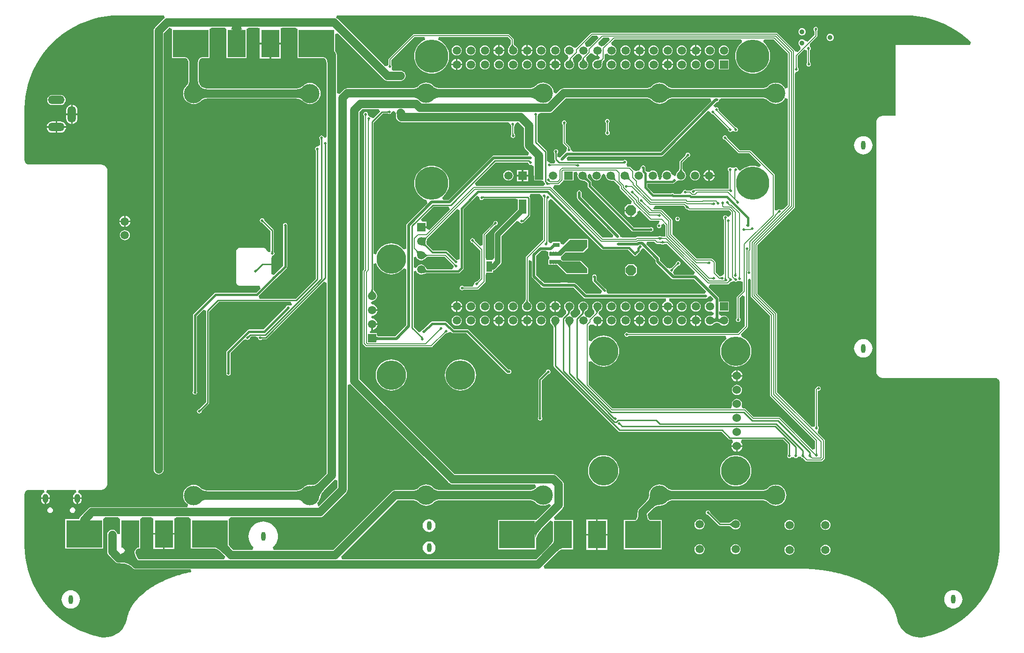
<source format=gbl>
G04*
G04 #@! TF.GenerationSoftware,Altium Limited,Altium Designer,20.2.5 (213)*
G04*
G04 Layer_Physical_Order=2*
G04 Layer_Color=16711680*
%FSAX25Y25*%
%MOIN*%
G70*
G04*
G04 #@! TF.SameCoordinates,38458E12-344E-42E4-8E5B-5AAD2516AE5C*
G04*
G04*
G04 #@! TF.FilePolarity,Positive*
G04*
G01*
G75*
%ADD11C,0.00787*%
%ADD12C,0.01181*%
%ADD13C,0.01000*%
%ADD16C,0.01968*%
%ADD22C,0.01575*%
%ADD36R,0.05906X0.05906*%
%ADD154C,0.00799*%
%ADD155C,0.00800*%
%ADD157C,0.05906*%
%ADD158C,0.03937*%
%ADD171R,0.04724X0.02362*%
%ADD172C,0.13780*%
%ADD173R,0.05906X0.05906*%
%ADD174C,0.05906*%
%ADD175P,0.07671X8X292.5*%
%ADD176O,0.03937X0.06299*%
%ADD177O,0.05906X0.11811*%
%ADD178O,0.11811X0.05906*%
%ADD179C,0.06000*%
%ADD180C,0.20866*%
%ADD181O,0.03150X0.06299*%
%ADD182C,0.03543*%
%ADD183C,0.23622*%
%ADD184C,0.01968*%
%ADD185C,0.02756*%
%ADD186R,0.12992X0.19685*%
%ADD187R,0.25591X0.19685*%
%ADD188R,0.05197X0.10394*%
%ADD189R,0.04134X0.07795*%
%ADD190R,0.05158X0.03110*%
G36*
X0330368Y0666892D02*
X0330321Y0666873D01*
X0329579Y0666303D01*
X0323545Y0660269D01*
X0322975Y0659527D01*
X0322617Y0658663D01*
X0322495Y0657735D01*
X0322495Y0352289D01*
Y0349021D01*
Y0345832D01*
X0322617Y0344905D01*
X0322975Y0344041D01*
X0323545Y0343298D01*
X0324287Y0342729D01*
X0325151Y0342371D01*
X0326078Y0342249D01*
X0327006Y0342371D01*
X0327870Y0342729D01*
X0328612Y0343298D01*
X0329182Y0344041D01*
X0329540Y0344905D01*
X0329662Y0345832D01*
Y0349021D01*
Y0352289D01*
X0329662Y0656251D01*
X0333597Y0660186D01*
X0333769D01*
X0335366Y0659289D01*
X0335366Y0658217D01*
Y0638403D01*
X0344902D01*
X0344942Y0638382D01*
X0345427Y0638330D01*
X0345780Y0638206D01*
X0346092Y0637997D01*
X0346379Y0637687D01*
X0346643Y0637254D01*
X0346874Y0636689D01*
X0347062Y0635990D01*
X0347200Y0635158D01*
X0347285Y0634197D01*
X0347314Y0633093D01*
X0347332Y0633051D01*
Y0623692D01*
X0347314Y0623650D01*
X0347296Y0622965D01*
X0347243Y0622336D01*
X0347155Y0621746D01*
X0347035Y0621195D01*
X0346881Y0620682D01*
X0346695Y0620207D01*
X0346478Y0619769D01*
X0346230Y0619366D01*
X0345950Y0618996D01*
X0345616Y0618635D01*
X0345605Y0618605D01*
X0345594Y0618596D01*
X0344658Y0617455D01*
X0343963Y0616154D01*
X0343534Y0614743D01*
X0343390Y0613274D01*
X0343534Y0611806D01*
X0343963Y0610394D01*
X0344658Y0609093D01*
X0345594Y0607952D01*
X0346735Y0607017D01*
X0348036Y0606321D01*
X0349447Y0605893D01*
X0350916Y0605748D01*
X0352384Y0605893D01*
X0353796Y0606321D01*
X0355097Y0607017D01*
X0356238Y0607952D01*
X0356250Y0607968D01*
X0356282Y0607980D01*
X0356643Y0608314D01*
X0357012Y0608594D01*
X0357415Y0608843D01*
X0357853Y0609060D01*
X0358328Y0609246D01*
X0358840Y0609400D01*
X0359392Y0609521D01*
X0359981Y0609608D01*
X0360611Y0609661D01*
X0361295Y0609679D01*
X0361337Y0609698D01*
X0423276D01*
X0423317Y0609679D01*
X0424002Y0609661D01*
X0424631Y0609608D01*
X0425221Y0609521D01*
X0425773Y0609401D01*
X0426286Y0609247D01*
X0426761Y0609061D01*
X0427200Y0608844D01*
X0427603Y0608596D01*
X0427973Y0608317D01*
X0428334Y0607983D01*
X0428364Y0607972D01*
X0428368Y0607967D01*
X0429509Y0607031D01*
X0430810Y0606335D01*
X0432222Y0605907D01*
X0433690Y0605762D01*
X0435158Y0605907D01*
X0436570Y0606335D01*
X0437871Y0607031D01*
X0439012Y0607967D01*
X0439948Y0609107D01*
X0440643Y0610408D01*
X0441071Y0611820D01*
X0441216Y0613288D01*
X0441071Y0614757D01*
X0440643Y0616169D01*
X0439948Y0617470D01*
X0439012Y0618610D01*
X0437871Y0619546D01*
X0436570Y0620242D01*
X0435158Y0620670D01*
X0433690Y0620815D01*
X0432222Y0620670D01*
X0430810Y0620242D01*
X0429509Y0619546D01*
X0428368Y0618610D01*
X0428356Y0618595D01*
X0428323Y0618583D01*
X0427963Y0618249D01*
X0427594Y0617969D01*
X0427191Y0617720D01*
X0426753Y0617502D01*
X0426278Y0617316D01*
X0425765Y0617163D01*
X0425214Y0617042D01*
X0424624Y0616954D01*
X0423995Y0616901D01*
X0423311Y0616883D01*
X0423269Y0616865D01*
X0361330D01*
X0361288Y0616883D01*
X0360604Y0616901D01*
X0359974Y0616954D01*
X0359384Y0617041D01*
X0358833Y0617162D01*
X0358320Y0617316D01*
X0357845Y0617501D01*
X0357406Y0617718D01*
X0357003Y0617967D01*
X0356633Y0618246D01*
X0356272Y0618579D01*
X0356242Y0618590D01*
X0356238Y0618596D01*
X0356227Y0618605D01*
X0356216Y0618635D01*
X0355882Y0618996D01*
X0355602Y0619366D01*
X0355353Y0619769D01*
X0355136Y0620208D01*
X0354950Y0620682D01*
X0354797Y0621195D01*
X0354676Y0621746D01*
X0354589Y0622336D01*
X0354536Y0622965D01*
X0354518Y0623650D01*
X0354499Y0623692D01*
Y0633051D01*
X0354518Y0633093D01*
X0354547Y0634197D01*
X0354631Y0635158D01*
X0354770Y0635990D01*
X0354958Y0636689D01*
X0355188Y0637254D01*
X0355452Y0637687D01*
X0355740Y0637997D01*
X0356051Y0638206D01*
X0356405Y0638330D01*
X0356889Y0638382D01*
X0356930Y0638403D01*
X0362157D01*
Y0658217D01*
X0362157Y0659289D01*
X0363754Y0660186D01*
X0372746D01*
X0374343Y0659289D01*
Y0638403D01*
X0388535D01*
Y0659289D01*
X0390132Y0660186D01*
X0396196D01*
X0397958Y0659689D01*
X0397958Y0658217D01*
Y0649437D01*
X0405454D01*
X0412951D01*
Y0658217D01*
X0412951Y0659689D01*
X0414713Y0660186D01*
X0423140D01*
X0424736Y0659289D01*
Y0638403D01*
X0443198D01*
X0443238Y0638382D01*
X0443723Y0638330D01*
X0444077Y0638204D01*
X0444389Y0637996D01*
X0444676Y0637685D01*
X0444940Y0637252D01*
X0445171Y0636687D01*
X0445359Y0635988D01*
X0445497Y0635157D01*
X0445582Y0634197D01*
X0445611Y0633093D01*
X0445630Y0633051D01*
Y0582682D01*
X0444437Y0581672D01*
X0443373Y0582263D01*
X0443362Y0582316D01*
X0443012Y0582841D01*
X0442488Y0583191D01*
X0441870Y0583314D01*
X0441252Y0583191D01*
X0440728Y0582841D01*
X0440377Y0582316D01*
X0440254Y0581698D01*
X0440377Y0581080D01*
X0440665Y0580650D01*
X0440667Y0580645D01*
X0440669Y0580633D01*
X0440671Y0580611D01*
X0440675Y0580602D01*
X0440677Y0580593D01*
X0440686Y0580580D01*
X0440687Y0580577D01*
X0440693Y0580556D01*
X0440701Y0580522D01*
X0440707Y0580481D01*
X0440719Y0580335D01*
X0440720Y0580248D01*
X0440748Y0580185D01*
Y0576926D01*
X0440430Y0576537D01*
X0438877Y0575518D01*
X0438259Y0575395D01*
X0438259Y0575395D01*
X0437880Y0575142D01*
X0437735Y0575045D01*
X0437735Y0575045D01*
X0437385Y0574521D01*
X0437262Y0573903D01*
X0437262Y0573903D01*
X0437296Y0573733D01*
X0437385Y0573285D01*
X0437385Y0573285D01*
X0437673Y0572855D01*
X0437675Y0572849D01*
X0437677Y0572838D01*
X0437679Y0572815D01*
X0437683Y0572807D01*
X0437685Y0572798D01*
X0437694Y0572785D01*
X0437695Y0572782D01*
X0437701Y0572761D01*
X0437709Y0572726D01*
X0437715Y0572686D01*
X0437727Y0572540D01*
X0437728Y0572453D01*
X0437756Y0572389D01*
Y0481496D01*
X0423543Y0467283D01*
X0397794D01*
X0397185Y0468694D01*
X0397132Y0469251D01*
X0408331Y0480451D01*
X0408469Y0480478D01*
X0408993Y0480828D01*
X0409343Y0481352D01*
X0409370Y0481490D01*
X0417041Y0489160D01*
X0417347Y0489619D01*
X0417455Y0490161D01*
Y0518838D01*
X0417533Y0518954D01*
X0417533Y0518954D01*
X0417656Y0519572D01*
X0417656Y0519572D01*
X0417533Y0520191D01*
X0417533Y0520191D01*
X0417279Y0520570D01*
X0417183Y0520715D01*
X0417183Y0520715D01*
X0416687Y0521046D01*
X0416659Y0521065D01*
X0416658Y0521065D01*
X0416040Y0521188D01*
X0415870Y0521154D01*
X0415593Y0521099D01*
X0415588Y0521098D01*
X0415588Y0521098D01*
X0415422Y0521065D01*
X0415043Y0520811D01*
X0414898Y0520715D01*
X0414898Y0520715D01*
X0414548Y0520191D01*
X0414548Y0520191D01*
X0414514Y0520020D01*
X0414425Y0519572D01*
X0414425Y0519572D01*
X0414459Y0519402D01*
X0414548Y0518954D01*
X0414548Y0518954D01*
X0414626Y0518838D01*
Y0490746D01*
X0408048Y0484169D01*
X0406158Y0484952D01*
X0406080Y0485060D01*
X0406080Y0496091D01*
X0406788Y0497957D01*
X0406821Y0497964D01*
X0407407Y0498080D01*
X0407407Y0498080D01*
X0407786Y0498334D01*
X0407931Y0498430D01*
X0407931D01*
X0407931Y0498430D01*
X0408281Y0498954D01*
X0408404Y0499572D01*
X0408404Y0499572D01*
X0408370Y0499743D01*
X0408281Y0500190D01*
X0408281Y0500191D01*
X0407993Y0500621D01*
X0407991Y0500626D01*
X0407989Y0500637D01*
X0407987Y0500660D01*
X0407983Y0500669D01*
X0407981Y0500677D01*
X0407972Y0500691D01*
X0407971Y0500694D01*
X0407965Y0500714D01*
X0407957Y0500749D01*
X0407951Y0500789D01*
X0407939Y0500936D01*
X0407938Y0501022D01*
X0407910Y0501086D01*
Y0515754D01*
X0407910Y0515754D01*
X0407825Y0516183D01*
X0407582Y0516547D01*
X0407582Y0516547D01*
X0401453Y0522675D01*
X0401430Y0522737D01*
X0401305Y0522872D01*
X0401271Y0522914D01*
X0401242Y0522953D01*
X0401223Y0522983D01*
X0401213Y0523002D01*
X0401212Y0523004D01*
X0401208Y0523020D01*
X0401204Y0523028D01*
X0401201Y0523037D01*
X0401186Y0523054D01*
X0401180Y0523064D01*
X0401177Y0523069D01*
X0401076Y0523576D01*
X0400745Y0524072D01*
X0400726Y0524100D01*
X0400726D01*
X0400260Y0524412D01*
X0400202Y0524451D01*
X0400202Y0524451D01*
X0399584Y0524574D01*
X0398966Y0524451D01*
X0398966Y0524451D01*
X0398442Y0524100D01*
X0398442Y0524100D01*
X0398188Y0523721D01*
X0398091Y0523576D01*
X0398091Y0523576D01*
X0397968Y0522958D01*
X0397968Y0522958D01*
X0398002Y0522788D01*
X0398091Y0522340D01*
X0398091Y0522340D01*
X0398442Y0521816D01*
Y0521816D01*
X0398966Y0521466D01*
X0398966Y0521466D01*
X0399136Y0521432D01*
X0399473Y0521365D01*
X0399478Y0521362D01*
X0399488Y0521356D01*
X0399505Y0521341D01*
X0399515Y0521338D01*
X0399522Y0521334D01*
X0399537Y0521330D01*
X0399540Y0521329D01*
X0399559Y0521319D01*
X0399589Y0521300D01*
X0399622Y0521276D01*
X0399734Y0521180D01*
X0399796Y0521120D01*
X0399861Y0521095D01*
X0405667Y0515289D01*
Y0501095D01*
X0405640Y0501035D01*
X0405633Y0500850D01*
X0405627Y0500797D01*
X0405620Y0500749D01*
X0405612Y0500714D01*
X0405606Y0500694D01*
X0405605Y0500691D01*
X0405596Y0500677D01*
X0405594Y0500669D01*
X0405590Y0500660D01*
X0405588Y0500637D01*
X0405585Y0500626D01*
X0405584Y0500621D01*
X0405492Y0500547D01*
X0404704Y0500371D01*
X0404206Y0500531D01*
X0403750Y0500754D01*
X0402823Y0501433D01*
X0402523Y0502157D01*
X0402432Y0502249D01*
X0402382Y0502368D01*
X0401828Y0502922D01*
X0401709Y0502972D01*
X0401617Y0503063D01*
X0400893Y0503363D01*
X0400764D01*
X0400645Y0503412D01*
X0383523D01*
X0383403Y0503363D01*
X0383274D01*
X0382550Y0503063D01*
X0382459Y0502972D01*
X0382339Y0502922D01*
X0381785Y0502368D01*
X0381736Y0502249D01*
X0381644Y0502157D01*
X0381344Y0501433D01*
Y0501304D01*
X0381295Y0501185D01*
Y0500793D01*
Y0479021D01*
Y0478629D01*
X0381345Y0478510D01*
Y0478381D01*
X0381644Y0477657D01*
X0381736Y0477565D01*
X0381785Y0477446D01*
X0382339Y0476892D01*
X0382459Y0476842D01*
X0382550Y0476751D01*
X0383274Y0476451D01*
X0383403D01*
X0383523Y0476402D01*
X0397709D01*
X0398463Y0474583D01*
X0395414Y0471535D01*
X0366512D01*
X0365970Y0471427D01*
X0365512Y0471120D01*
X0350791Y0456399D01*
X0350484Y0455940D01*
X0350376Y0455399D01*
Y0401331D01*
X0350299Y0401214D01*
X0350299Y0401214D01*
X0350176Y0400596D01*
X0350176Y0400596D01*
X0350299Y0399978D01*
X0350299Y0399978D01*
X0350552Y0399598D01*
X0350649Y0399454D01*
X0350649Y0399454D01*
X0351145Y0399122D01*
X0351173Y0399104D01*
X0351173Y0399104D01*
X0351791Y0398981D01*
X0351961Y0399015D01*
X0352239Y0399070D01*
X0352244Y0399071D01*
X0352244Y0399071D01*
X0352409Y0399104D01*
X0352789Y0399357D01*
X0352933Y0399454D01*
X0352933Y0399454D01*
X0353283Y0399978D01*
X0353283Y0399978D01*
X0353317Y0400148D01*
X0353406Y0400596D01*
X0353406Y0400596D01*
X0353372Y0400766D01*
X0353283Y0401214D01*
X0353283Y0401214D01*
X0353205Y0401331D01*
Y0454813D01*
X0357927Y0459535D01*
X0359485Y0458834D01*
X0359764Y0458588D01*
Y0393580D01*
X0355184Y0389001D01*
X0355123Y0388978D01*
X0354988Y0388852D01*
X0354946Y0388819D01*
X0354907Y0388790D01*
X0354877Y0388771D01*
X0354858Y0388760D01*
X0354855Y0388759D01*
X0354839Y0388756D01*
X0354832Y0388751D01*
X0354823Y0388748D01*
X0354805Y0388734D01*
X0354796Y0388727D01*
X0354791Y0388725D01*
X0354283Y0388624D01*
X0353759Y0388274D01*
X0353409Y0387750D01*
X0353286Y0387132D01*
X0353409Y0386513D01*
X0353759Y0385989D01*
X0354283Y0385639D01*
X0354901Y0385516D01*
X0355519Y0385639D01*
X0356043Y0385989D01*
X0356394Y0386513D01*
X0356494Y0387021D01*
X0356497Y0387026D01*
X0356503Y0387035D01*
X0356518Y0387053D01*
X0356521Y0387062D01*
X0356526Y0387069D01*
X0356529Y0387085D01*
X0356530Y0387088D01*
X0356540Y0387107D01*
X0356560Y0387137D01*
X0356584Y0387170D01*
X0356679Y0387282D01*
X0356739Y0387344D01*
X0356765Y0387409D01*
X0361678Y0392323D01*
X0361678Y0392323D01*
X0361922Y0392687D01*
X0362007Y0393116D01*
X0362007Y0393116D01*
Y0458244D01*
X0368803Y0465040D01*
X0419696D01*
X0420810Y0463071D01*
X0420744Y0462962D01*
X0419721Y0462594D01*
X0418667Y0462364D01*
X0418666Y0462364D01*
X0418048Y0462487D01*
X0417430Y0462364D01*
X0416906Y0462014D01*
X0416906Y0462014D01*
X0416556Y0461490D01*
X0416529Y0461352D01*
X0400494Y0445318D01*
X0390287D01*
X0389746Y0445210D01*
X0389287Y0444903D01*
X0374649Y0430265D01*
X0374342Y0429806D01*
X0374235Y0429265D01*
Y0414913D01*
X0374157Y0414797D01*
X0374157Y0414797D01*
X0374034Y0414179D01*
X0374034Y0414179D01*
X0374157Y0413561D01*
X0374157Y0413561D01*
X0374411Y0413181D01*
X0374507Y0413037D01*
X0374507Y0413036D01*
X0375003Y0412705D01*
X0375031Y0412686D01*
X0375031Y0412686D01*
X0375649Y0412563D01*
X0375819Y0412597D01*
X0376097Y0412652D01*
X0376102Y0412653D01*
X0376102Y0412653D01*
X0376267Y0412686D01*
X0376647Y0412940D01*
X0376791Y0413036D01*
X0376791Y0413037D01*
X0377141Y0413561D01*
X0377141Y0413561D01*
X0377175Y0413731D01*
X0377264Y0414179D01*
X0377264Y0414179D01*
X0377231Y0414349D01*
X0377141Y0414797D01*
X0377141Y0414797D01*
X0377064Y0414913D01*
Y0428679D01*
X0386207Y0437822D01*
X0388168Y0438430D01*
X0388548Y0438177D01*
X0388692Y0438080D01*
X0388692Y0438080D01*
X0389311Y0437957D01*
X0389311Y0437957D01*
X0389311Y0437957D01*
X0389481Y0437991D01*
X0389929Y0438080D01*
X0390453Y0438430D01*
X0390453Y0438430D01*
X0390803Y0438954D01*
X0390803Y0438954D01*
X0390809Y0438987D01*
X0390809D01*
X0390837Y0439125D01*
X0390904Y0439462D01*
X0390906Y0439467D01*
X0390913Y0439476D01*
X0390928Y0439494D01*
X0390931Y0439503D01*
X0390935Y0439510D01*
X0390938Y0439526D01*
X0390940Y0439529D01*
X0390950Y0439548D01*
X0390969Y0439578D01*
X0390993Y0439611D01*
X0391089Y0439723D01*
X0391148Y0439785D01*
X0391174Y0439850D01*
X0391741Y0440417D01*
X0394896D01*
X0396711Y0439454D01*
X0396834Y0438836D01*
X0397184Y0438312D01*
X0397708Y0437962D01*
X0398326Y0437839D01*
X0398944Y0437962D01*
X0399375Y0438249D01*
X0399380Y0438251D01*
X0399391Y0438254D01*
X0399414Y0438255D01*
X0399423Y0438260D01*
X0399431Y0438262D01*
X0399445Y0438271D01*
X0399447Y0438272D01*
X0399468Y0438278D01*
X0399503Y0438285D01*
X0399543Y0438292D01*
X0399690Y0438303D01*
X0399776Y0438305D01*
X0399840Y0438333D01*
X0402035D01*
X0402035Y0438333D01*
X0402464Y0438418D01*
X0402828Y0438661D01*
X0443588Y0479421D01*
X0445556Y0478606D01*
Y0342830D01*
X0439529Y0336803D01*
X0439509Y0336799D01*
X0439486Y0336761D01*
X0439444Y0336745D01*
X0438945Y0336275D01*
X0438465Y0335877D01*
X0437991Y0335540D01*
X0437524Y0335262D01*
X0437064Y0335041D01*
X0436612Y0334876D01*
X0436165Y0334765D01*
X0435723Y0334706D01*
X0435283Y0334698D01*
X0434805Y0334744D01*
X0434708Y0334714D01*
X0433690Y0334815D01*
X0432222Y0334670D01*
X0430810Y0334242D01*
X0429509Y0333546D01*
X0428368Y0332610D01*
X0428356Y0332594D01*
X0428323Y0332583D01*
X0427963Y0332249D01*
X0427594Y0331968D01*
X0427191Y0331720D01*
X0426753Y0331502D01*
X0426278Y0331316D01*
X0425765Y0331163D01*
X0425214Y0331042D01*
X0424624Y0330954D01*
X0423995Y0330902D01*
X0423311Y0330883D01*
X0423269Y0330865D01*
X0361330D01*
X0361288Y0330883D01*
X0360604Y0330902D01*
X0359974Y0330954D01*
X0359384Y0331041D01*
X0358833Y0331162D01*
X0358320Y0331316D01*
X0357845Y0331501D01*
X0357406Y0331718D01*
X0357003Y0331966D01*
X0356633Y0332246D01*
X0356272Y0332579D01*
X0356242Y0332590D01*
X0356238Y0332596D01*
X0355097Y0333532D01*
X0353796Y0334227D01*
X0352384Y0334656D01*
X0350916Y0334800D01*
X0349447Y0334656D01*
X0348036Y0334227D01*
X0346735Y0333532D01*
X0345594Y0332596D01*
X0344658Y0331455D01*
X0343963Y0330154D01*
X0343534Y0328743D01*
X0343390Y0327274D01*
X0343534Y0325806D01*
X0343963Y0324394D01*
X0344658Y0323093D01*
X0345594Y0321953D01*
X0346735Y0321017D01*
X0347004Y0320872D01*
X0346511Y0318904D01*
X0278515D01*
X0277588Y0318782D01*
X0276724Y0318424D01*
X0275981Y0317854D01*
X0270493Y0312366D01*
X0269924Y0311624D01*
X0269566Y0310759D01*
X0269514Y0310365D01*
X0259632D01*
Y0289480D01*
X0286422D01*
Y0310365D01*
X0287822Y0311737D01*
X0297208D01*
X0298608Y0310365D01*
X0298608Y0309769D01*
Y0299886D01*
X0296639Y0299757D01*
X0296588Y0300146D01*
X0296230Y0301010D01*
X0295661Y0301752D01*
X0294919Y0302321D01*
X0294055Y0302679D01*
X0293127Y0302801D01*
X0292200Y0302679D01*
X0291335Y0302321D01*
X0290593Y0301752D01*
X0290024Y0301010D01*
X0289666Y0300146D01*
X0289544Y0299218D01*
Y0292092D01*
Y0287132D01*
X0289666Y0286204D01*
X0290024Y0285340D01*
X0290593Y0284598D01*
X0295145Y0280046D01*
X0295887Y0279476D01*
X0296751Y0279118D01*
X0297679Y0278996D01*
X0298515D01*
X0298556Y0278978D01*
X0299692Y0278944D01*
X0300756Y0278846D01*
X0301768Y0278682D01*
X0302728Y0278454D01*
X0303636Y0278162D01*
X0304493Y0277806D01*
X0305302Y0277387D01*
X0306062Y0276905D01*
X0306775Y0276358D01*
X0307463Y0275727D01*
X0307531Y0275702D01*
X0308198Y0275190D01*
X0309063Y0274832D01*
X0309990Y0274710D01*
X0349024D01*
X0349221Y0272744D01*
X0349171Y0272732D01*
X0348177Y0272564D01*
X0347191Y0272344D01*
X0346474Y0272148D01*
X0345265Y0271887D01*
X0345251Y0271884D01*
X0345250Y0271884D01*
X0344286Y0271640D01*
X0343327Y0271388D01*
X0342001Y0271018D01*
X0341437Y0270861D01*
X0340494Y0270583D01*
X0339717Y0270341D01*
X0338650Y0270009D01*
X0337731Y0269707D01*
X0336831Y0269402D01*
X0335932Y0269086D01*
X0335039Y0268761D01*
X0334163Y0268432D01*
X0333288Y0268093D01*
X0332429Y0267749D01*
X0331569Y0267393D01*
X0330722Y0267032D01*
X0329884Y0266663D01*
X0329060Y0266288D01*
X0328242Y0265906D01*
X0327439Y0265518D01*
X0326642Y0265122D01*
X0326642Y0265121D01*
X0325514Y0264506D01*
X0324599Y0264037D01*
X0324320Y0263894D01*
X0323571Y0263473D01*
X0322826Y0263043D01*
X0322096Y0262608D01*
X0321377Y0262167D01*
X0320671Y0261720D01*
X0319975Y0261266D01*
X0319975Y0261266D01*
X0319716Y0261078D01*
X0318403Y0260126D01*
X0318002Y0259838D01*
X0318002Y0259838D01*
X0316677Y0258911D01*
X0316055Y0258424D01*
X0315447Y0257931D01*
X0315446Y0257931D01*
X0315369Y0257859D01*
X0314362Y0256930D01*
X0313161Y0255929D01*
X0313135Y0255908D01*
X0313135Y0255908D01*
X0313010Y0255771D01*
X0312328Y0255037D01*
X0311564Y0254341D01*
X0311066Y0253798D01*
X0310116Y0252708D01*
X0309663Y0252158D01*
X0308800Y0251047D01*
X0307992Y0249917D01*
X0307612Y0249348D01*
X0306895Y0248202D01*
X0306236Y0247040D01*
X0305930Y0246457D01*
X0305363Y0245281D01*
X0305359Y0245270D01*
X0304914Y0244153D01*
X0304879Y0244067D01*
X0304659Y0243494D01*
X0304657Y0243482D01*
X0304650Y0243471D01*
X0304455Y0242925D01*
X0304445Y0242896D01*
X0304438Y0242874D01*
X0304437Y0242872D01*
X0304247Y0242296D01*
X0303858Y0241084D01*
X0303613Y0239872D01*
X0303610Y0239855D01*
X0303498Y0239274D01*
X0303497Y0239273D01*
X0303497Y0239270D01*
X0303493Y0239247D01*
X0303478Y0239157D01*
X0302934Y0237298D01*
X0302934Y0237298D01*
X0302592Y0236289D01*
X0301647Y0234372D01*
X0300459Y0232595D01*
X0299050Y0230989D01*
X0297444Y0229580D01*
X0295667Y0228393D01*
X0293751Y0227448D01*
X0291727Y0226761D01*
X0289631Y0226344D01*
X0287499Y0226204D01*
X0286065Y0226298D01*
X0284562Y0226504D01*
X0284169Y0226582D01*
X0282256Y0227003D01*
X0278937Y0227850D01*
X0274372Y0229369D01*
X0269927Y0231211D01*
X0265625Y0233364D01*
X0261487Y0235819D01*
X0257535Y0238563D01*
X0253789Y0241582D01*
X0250267Y0244861D01*
X0246989Y0248382D01*
X0243970Y0252128D01*
X0241226Y0256080D01*
X0238771Y0260218D01*
X0236617Y0264520D01*
X0234776Y0268965D01*
X0233257Y0273530D01*
X0232067Y0278192D01*
X0231213Y0282927D01*
X0230698Y0287710D01*
X0230597Y0290543D01*
X0230597Y0290561D01*
X0230623Y0292518D01*
X0230623D01*
X0230623Y0292519D01*
X0230576Y0292522D01*
X0230539Y0292525D01*
X0230540Y0292525D01*
X0230576Y0292522D01*
X0230578Y0292522D01*
X0230540Y0292525D01*
X0230539Y0292525D01*
X0230539Y0294465D01*
Y0325980D01*
X0230542Y0327949D01*
X0230623Y0327952D01*
X0230621Y0327957D01*
X0231075Y0329735D01*
X0231520Y0330315D01*
X0232212Y0330846D01*
X0233018Y0331180D01*
X0233883Y0331294D01*
Y0331296D01*
X0244565D01*
X0244734Y0329333D01*
X0244012Y0329033D01*
X0243392Y0328558D01*
X0242916Y0327938D01*
X0242617Y0327216D01*
X0242515Y0326441D01*
Y0325850D01*
X0245509D01*
X0248503D01*
Y0326441D01*
X0248401Y0327216D01*
X0248102Y0327938D01*
X0247626Y0328558D01*
X0247006Y0329033D01*
X0246600Y0329202D01*
X0246284Y0329333D01*
X0246453Y0331296D01*
X0267203D01*
X0267372Y0329333D01*
X0266650Y0329033D01*
X0266030Y0328558D01*
X0265554Y0327938D01*
X0265255Y0327216D01*
X0265153Y0326441D01*
Y0325850D01*
X0268147D01*
X0271141D01*
Y0326441D01*
X0271039Y0327216D01*
X0270740Y0327938D01*
X0270264Y0328558D01*
X0269644Y0329033D01*
X0269238Y0329202D01*
X0268922Y0329333D01*
X0269091Y0331296D01*
X0285064D01*
Y0331276D01*
X0286242Y0331431D01*
X0287339Y0331886D01*
X0288281Y0332609D01*
X0289004Y0333551D01*
X0289459Y0334648D01*
X0289672Y0335824D01*
X0289678D01*
X0289678Y0335825D01*
X0289678Y0335825D01*
X0289678Y0335826D01*
X0289678Y0335827D01*
X0289595Y0337757D01*
X0289626Y0336962D01*
X0289595Y0337759D01*
X0289594Y0337783D01*
Y0556198D01*
X0289596Y0556228D01*
X0289678Y0558174D01*
X0289678Y0558175D01*
X0289678Y0558176D01*
X0289678Y0558176D01*
X0289678Y0558178D01*
X0289672Y0558178D01*
X0289459Y0559353D01*
X0289004Y0560450D01*
X0288281Y0561392D01*
X0287339Y0562115D01*
X0286242Y0562570D01*
X0285064Y0562725D01*
Y0562705D01*
X0233883D01*
Y0562707D01*
X0233018Y0562821D01*
X0232212Y0563155D01*
X0231520Y0563686D01*
X0231075Y0564266D01*
X0230621Y0566044D01*
X0230623Y0566049D01*
X0230542Y0566052D01*
X0230539Y0568020D01*
Y0599524D01*
X0230539Y0601480D01*
X0230564Y0601482D01*
Y0601482D01*
X0230587Y0601482D01*
X0230564Y0601482D01*
X0230539Y0601480D01*
X0230587Y0601482D01*
X0230623Y0601482D01*
X0230597Y0603440D01*
X0230597Y0603456D01*
X0230698Y0606290D01*
X0231213Y0611073D01*
X0232067Y0615807D01*
X0233257Y0620469D01*
X0234776Y0625033D01*
X0236617Y0629478D01*
X0238770Y0633779D01*
X0241225Y0637917D01*
X0243968Y0641868D01*
X0246987Y0645614D01*
X0250265Y0649135D01*
X0253786Y0652413D01*
X0257532Y0655432D01*
X0261483Y0658175D01*
X0265620Y0660630D01*
X0269922Y0662783D01*
X0274367Y0664624D01*
X0278931Y0666143D01*
X0283592Y0667333D01*
X0288327Y0668187D01*
X0293110Y0668701D01*
X0295942Y0668803D01*
X0295958Y0668802D01*
X0297917Y0668777D01*
Y0668777D01*
X0297917Y0668777D01*
X0297921Y0668823D01*
X0297924Y0668861D01*
X0297923Y0668859D01*
X0297921Y0668823D01*
X0297921Y0668822D01*
X0297923Y0668859D01*
X0297924Y0668861D01*
X0299864Y0668861D01*
X0329976D01*
X0330368Y0666892D01*
D02*
G37*
G36*
X0384413Y0662799D02*
X0384584Y0661166D01*
X0384734Y0660502D01*
X0384927Y0659941D01*
X0385162Y0659481D01*
X0385440Y0659124D01*
X0385761Y0658869D01*
X0386125Y0658715D01*
X0386532Y0658665D01*
X0376346D01*
X0376752Y0658715D01*
X0377116Y0658869D01*
X0377437Y0659124D01*
X0377715Y0659481D01*
X0377951Y0659941D01*
X0378144Y0660502D01*
X0378293Y0661166D01*
X0378400Y0661932D01*
X0378465Y0662799D01*
X0378486Y0663769D01*
X0384391D01*
X0384413Y0662799D01*
D02*
G37*
G36*
X0794037Y0658378D02*
X0793987Y0658314D01*
X0793944Y0658247D01*
X0793906Y0658174D01*
X0793875Y0658098D01*
X0793849Y0658017D01*
X0793828Y0657932D01*
X0793814Y0657842D01*
X0793805Y0657748D01*
X0793802Y0657649D01*
X0793003D01*
X0793000Y0657748D01*
X0792991Y0657842D01*
X0792977Y0657932D01*
X0792957Y0658017D01*
X0792931Y0658098D01*
X0792899Y0658174D01*
X0792861Y0658247D01*
X0792818Y0658314D01*
X0792769Y0658378D01*
X0792714Y0658436D01*
X0794092D01*
X0794037Y0658378D01*
D02*
G37*
G36*
X0646904Y0651353D02*
X0642896Y0647344D01*
X0640862Y0646762D01*
X0640036Y0647395D01*
X0639338Y0647684D01*
X0638921Y0648623D01*
X0638698Y0649828D01*
X0642041Y0653171D01*
X0646151D01*
X0646904Y0651353D01*
D02*
G37*
G36*
X0638744Y0652740D02*
X0632756Y0646752D01*
X0630577Y0646476D01*
X0629835Y0647046D01*
X0629797Y0647061D01*
X0629230Y0649028D01*
X0629278Y0649326D01*
X0634511Y0654559D01*
X0637991D01*
X0638744Y0652740D01*
D02*
G37*
G36*
X0577915Y0648448D02*
X0577968Y0648230D01*
X0578058Y0648010D01*
X0578183Y0647787D01*
X0578344Y0647561D01*
X0578540Y0647333D01*
X0578773Y0647103D01*
X0579041Y0646870D01*
X0579345Y0646635D01*
X0579684Y0646397D01*
X0575622Y0645633D01*
X0575902Y0646042D01*
X0576729Y0647409D01*
X0576861Y0647684D01*
X0576965Y0647931D01*
X0577038Y0648151D01*
X0577083Y0648345D01*
X0577098Y0648512D01*
X0577897Y0648663D01*
X0577915Y0648448D01*
D02*
G37*
G36*
X0788907Y0644705D02*
X0788862Y0644637D01*
X0788822Y0644565D01*
X0788787Y0644490D01*
X0788757Y0644411D01*
X0788733Y0644328D01*
X0788715Y0644242D01*
X0788701Y0644151D01*
X0788693Y0644057D01*
X0788690Y0643960D01*
X0787903Y0643884D01*
X0787900Y0643983D01*
X0787890Y0644076D01*
X0787875Y0644165D01*
X0787852Y0644249D01*
X0787824Y0644328D01*
X0787789Y0644402D01*
X0787747Y0644471D01*
X0787700Y0644535D01*
X0787646Y0644595D01*
X0787586Y0644649D01*
X0788958Y0644770D01*
X0788907Y0644705D01*
D02*
G37*
G36*
X0628450Y0638147D02*
X0628489Y0637936D01*
X0628555Y0637728D01*
X0628647Y0637523D01*
X0628766Y0637320D01*
X0628911Y0637120D01*
X0629082Y0636924D01*
X0629279Y0636729D01*
X0629503Y0636538D01*
X0629753Y0636349D01*
X0626332D01*
X0626583Y0636538D01*
X0626806Y0636729D01*
X0627004Y0636924D01*
X0627175Y0637120D01*
X0627320Y0637320D01*
X0627438Y0637523D01*
X0627531Y0637728D01*
X0627597Y0637936D01*
X0627636Y0638147D01*
X0627649Y0638361D01*
X0628437D01*
X0628450Y0638147D01*
D02*
G37*
G36*
X0619224Y0637857D02*
X0619252Y0637640D01*
X0619299Y0637426D01*
X0619365Y0637215D01*
X0619451Y0637006D01*
X0619554Y0636800D01*
X0619677Y0636596D01*
X0619819Y0636395D01*
X0619980Y0636197D01*
X0620159Y0636001D01*
X0617266Y0636791D01*
X0617487Y0636861D01*
X0617684Y0636944D01*
X0617858Y0637040D01*
X0618009Y0637149D01*
X0618137Y0637271D01*
X0618241Y0637406D01*
X0618322Y0637554D01*
X0618380Y0637715D01*
X0618415Y0637889D01*
X0618427Y0638076D01*
X0619214D01*
X0619224Y0637857D01*
D02*
G37*
G36*
X0788694Y0635542D02*
X0788703Y0635449D01*
X0788719Y0635360D01*
X0788741Y0635276D01*
X0788770Y0635197D01*
X0788805Y0635123D01*
X0788846Y0635054D01*
X0788894Y0634990D01*
X0788947Y0634930D01*
X0789008Y0634876D01*
X0787635Y0634755D01*
X0787686Y0634820D01*
X0787732Y0634888D01*
X0787772Y0634960D01*
X0787807Y0635035D01*
X0787836Y0635114D01*
X0787860Y0635197D01*
X0787879Y0635284D01*
X0787892Y0635374D01*
X0787900Y0635468D01*
X0787903Y0635565D01*
X0788690Y0635641D01*
X0788694Y0635542D01*
D02*
G37*
G36*
X0641643Y0636986D02*
X0641516Y0636835D01*
X0641403Y0636651D01*
X0641303Y0636433D01*
X0641217Y0636182D01*
X0641146Y0635897D01*
X0641088Y0635579D01*
X0641044Y0635227D01*
X0640998Y0634424D01*
X0640996Y0633972D01*
X0638072Y0636895D01*
X0638524Y0636897D01*
X0639328Y0636944D01*
X0639679Y0636987D01*
X0639997Y0637045D01*
X0640282Y0637117D01*
X0640533Y0637203D01*
X0640751Y0637302D01*
X0640936Y0637416D01*
X0641086Y0637543D01*
X0641643Y0636986D01*
D02*
G37*
G36*
X0450915Y0639015D02*
X0451153Y0638956D01*
X0451365Y0638779D01*
X0451553Y0638484D01*
X0451715Y0638071D01*
X0451853Y0637539D01*
X0451966Y0636890D01*
X0452053Y0636122D01*
X0452153Y0634232D01*
X0452166Y0633110D01*
X0446260D01*
X0446231Y0634233D01*
X0446142Y0635239D01*
X0445994Y0636126D01*
X0445788Y0636895D01*
X0445522Y0637546D01*
X0445197Y0638078D01*
X0444813Y0638493D01*
X0444370Y0638789D01*
X0443868Y0638967D01*
X0443307Y0639027D01*
X0450915Y0639015D01*
D02*
G37*
G36*
X0356260Y0638968D02*
X0355758Y0638791D01*
X0355315Y0638495D01*
X0354931Y0638081D01*
X0354607Y0637548D01*
X0354341Y0636897D01*
X0354134Y0636128D01*
X0353987Y0635240D01*
X0353898Y0634234D01*
X0353869Y0633110D01*
X0347963D01*
X0347934Y0634234D01*
X0347845Y0635240D01*
X0347697Y0636128D01*
X0347491Y0636897D01*
X0347225Y0637548D01*
X0346900Y0638081D01*
X0346516Y0638495D01*
X0346073Y0638791D01*
X0345571Y0638968D01*
X0345010Y0639027D01*
X0356821D01*
X0356260Y0638968D01*
D02*
G37*
G36*
X0490855Y0633720D02*
X0490863Y0633626D01*
X0490878Y0633536D01*
X0490898Y0633451D01*
X0490924Y0633370D01*
X0490956Y0633293D01*
X0490994Y0633221D01*
X0491037Y0633153D01*
X0491086Y0633090D01*
X0491141Y0633031D01*
X0489763D01*
X0489818Y0633090D01*
X0489867Y0633153D01*
X0489911Y0633221D01*
X0489949Y0633293D01*
X0489980Y0633370D01*
X0490006Y0633451D01*
X0490027Y0633536D01*
X0490041Y0633626D01*
X0490050Y0633720D01*
X0490053Y0633818D01*
X0490852D01*
X0490855Y0633720D01*
D02*
G37*
G36*
X0854922Y0668861D02*
X0856880Y0668861D01*
X0856881Y0668777D01*
X0858855Y0668803D01*
X0861689Y0668701D01*
X0866472Y0668187D01*
X0871206Y0667333D01*
X0875867Y0666143D01*
X0880432Y0664624D01*
X0884876Y0662783D01*
X0889178Y0660630D01*
X0893315Y0658175D01*
X0897267Y0655432D01*
X0901013Y0652413D01*
X0903810Y0649809D01*
X0903035Y0647840D01*
X0850332D01*
Y0597310D01*
X0842951D01*
X0841062Y0597329D01*
X0840999Y0597392D01*
X0840994Y0597394D01*
X0840993Y0597394D01*
X0839817Y0597175D01*
X0838719Y0596720D01*
X0837777Y0595997D01*
X0837054Y0595055D01*
X0836600Y0593958D01*
X0836445Y0592780D01*
X0836464D01*
Y0415418D01*
X0836445D01*
X0836600Y0414241D01*
X0837054Y0413143D01*
X0837777Y0412201D01*
X0838719Y0411478D01*
X0839816Y0411024D01*
X0840994Y0410869D01*
Y0410888D01*
X0920915D01*
Y0410886D01*
X0921780Y0410772D01*
X0922586Y0410439D01*
X0923279Y0409907D01*
X0923724Y0409328D01*
X0924177Y0407549D01*
X0924175Y0407544D01*
X0924230Y0407544D01*
X0924257Y0407542D01*
X0924259Y0405587D01*
Y0294477D01*
X0924259Y0292522D01*
X0924235Y0292519D01*
Y0292519D01*
X0924175Y0292519D01*
X0924201Y0290561D01*
X0924201Y0290545D01*
X0924100Y0287710D01*
X0923586Y0282927D01*
X0922732Y0278192D01*
X0921542Y0273530D01*
X0920022Y0268965D01*
X0918181Y0264520D01*
X0916028Y0260218D01*
X0913573Y0256080D01*
X0910829Y0252128D01*
X0907810Y0248382D01*
X0904531Y0244861D01*
X0901010Y0241582D01*
X0897264Y0238563D01*
X0893312Y0235819D01*
X0889174Y0233364D01*
X0884872Y0231211D01*
X0880427Y0229369D01*
X0875862Y0227850D01*
X0872543Y0227003D01*
X0870629Y0226582D01*
X0870236Y0226504D01*
X0868734Y0226298D01*
X0867300Y0226204D01*
X0865167Y0226344D01*
X0863072Y0226761D01*
X0861048Y0227448D01*
X0859132Y0228393D01*
X0857355Y0229580D01*
X0855748Y0230989D01*
X0854339Y0232595D01*
X0853152Y0234372D01*
X0852207Y0236289D01*
X0852010Y0236868D01*
X0851656Y0238010D01*
X0851420Y0238817D01*
X0851176Y0239920D01*
X0850940Y0241084D01*
X0850551Y0242296D01*
X0850362Y0242872D01*
X0850360Y0242877D01*
X0850358Y0242883D01*
X0850353Y0242899D01*
X0849945Y0244085D01*
X0849941Y0244095D01*
X0849435Y0245281D01*
X0849159Y0245870D01*
X0848563Y0247040D01*
X0847904Y0248202D01*
X0847365Y0249004D01*
X0846806Y0249916D01*
X0845999Y0251047D01*
X0845134Y0252161D01*
X0844683Y0252708D01*
X0843732Y0253798D01*
X0843235Y0254341D01*
X0842471Y0255037D01*
X0841789Y0255771D01*
X0841664Y0255908D01*
X0841663Y0255908D01*
X0841105Y0256421D01*
X0840532Y0256930D01*
X0839352Y0257931D01*
X0838743Y0258424D01*
X0838122Y0258911D01*
X0836839Y0259870D01*
X0836179Y0260341D01*
X0835503Y0260808D01*
X0834823Y0261266D01*
X0834127Y0261720D01*
X0833421Y0262167D01*
X0832703Y0262608D01*
X0831970Y0263044D01*
X0831231Y0263472D01*
X0830479Y0263894D01*
X0829714Y0264311D01*
X0828937Y0264721D01*
X0828156Y0265122D01*
X0827359Y0265518D01*
X0826556Y0265906D01*
X0825739Y0266288D01*
X0824915Y0266663D01*
X0824081Y0267030D01*
X0823233Y0267391D01*
X0822369Y0267749D01*
X0821510Y0268093D01*
X0820636Y0268432D01*
X0819758Y0268762D01*
X0818867Y0269086D01*
X0817968Y0269402D01*
X0817068Y0269707D01*
X0816148Y0270009D01*
X0815226Y0270302D01*
X0814304Y0270583D01*
X0813362Y0270861D01*
X0812420Y0271129D01*
X0811471Y0271388D01*
X0810509Y0271641D01*
X0809548Y0271884D01*
X0809533Y0271887D01*
X0808325Y0272148D01*
X0807607Y0272344D01*
X0806618Y0272565D01*
X0805637Y0272773D01*
X0804644Y0272974D01*
X0803638Y0273170D01*
X0802639Y0273354D01*
X0801624Y0273532D01*
X0800620Y0273696D01*
X0799607Y0273853D01*
X0798577Y0274006D01*
X0797281Y0274141D01*
X0796533Y0274277D01*
X0795503Y0274400D01*
X0794457Y0274519D01*
X0793425Y0274622D01*
X0793379Y0274624D01*
X0792119Y0274694D01*
X0791346Y0274806D01*
X0790301Y0274885D01*
X0789249Y0274955D01*
X0788204Y0275017D01*
X0787160Y0275066D01*
X0786106Y0275111D01*
X0785058Y0275143D01*
X0784001Y0275173D01*
X0783994Y0275173D01*
X0782946Y0275187D01*
X0782905Y0275184D01*
X0781017Y0275107D01*
X0600670D01*
X0599855Y0277076D01*
X0607599Y0284820D01*
X0607640Y0284835D01*
X0609961Y0286990D01*
X0610970Y0287797D01*
X0611889Y0288436D01*
X0612656Y0288875D01*
X0615460D01*
X0615550Y0288838D01*
X0615599Y0288858D01*
X0615651Y0288845D01*
X0615700Y0288875D01*
X0620779D01*
Y0309760D01*
X0607859D01*
X0607044Y0311729D01*
X0613102Y0317787D01*
X0613671Y0318529D01*
X0614029Y0319393D01*
X0614151Y0320321D01*
Y0335005D01*
X0614029Y0335933D01*
X0613671Y0336797D01*
X0613102Y0337539D01*
X0609362Y0341280D01*
X0608619Y0341849D01*
X0607755Y0342207D01*
X0606828Y0342329D01*
X0536541D01*
X0468878Y0409991D01*
Y0600059D01*
X0471099Y0602280D01*
X0482653D01*
X0483468Y0600311D01*
X0478997Y0595840D01*
X0478273Y0595887D01*
X0476716Y0596343D01*
X0476613Y0596496D01*
X0476261Y0596732D01*
X0475247Y0597542D01*
X0474841Y0598584D01*
X0474718Y0599202D01*
X0474718Y0599202D01*
X0474464Y0599581D01*
X0474368Y0599726D01*
X0474368Y0599726D01*
X0473844Y0600076D01*
X0473844Y0600076D01*
X0473225Y0600199D01*
X0472607Y0600076D01*
X0472607Y0600076D01*
X0472228Y0599822D01*
X0472083Y0599726D01*
X0472083Y0599726D01*
X0471733Y0599202D01*
X0471733Y0599202D01*
X0471699Y0599032D01*
X0471610Y0598584D01*
X0471610Y0598584D01*
X0471617Y0598551D01*
X0471733Y0597966D01*
X0471733Y0597966D01*
X0472031Y0597519D01*
X0472062Y0597437D01*
X0472099Y0597398D01*
X0472113Y0597379D01*
X0472126Y0597359D01*
X0472138Y0597337D01*
X0472149Y0597311D01*
X0472159Y0597280D01*
X0472168Y0597243D01*
X0472176Y0597199D01*
X0472180Y0597149D01*
X0472183Y0597072D01*
X0472212Y0597006D01*
Y0488045D01*
X0471525Y0487357D01*
X0471305Y0487029D01*
X0471228Y0486641D01*
Y0435433D01*
X0471305Y0435046D01*
X0471525Y0434717D01*
X0473188Y0433053D01*
X0473517Y0432834D01*
X0473905Y0432757D01*
X0516574D01*
X0516826Y0432807D01*
X0519987D01*
X0520375Y0432884D01*
X0520703Y0433104D01*
X0530011Y0442411D01*
X0530079Y0442437D01*
X0530135Y0442490D01*
X0530174Y0442522D01*
X0530210Y0442548D01*
X0530242Y0442568D01*
X0530271Y0442582D01*
X0530298Y0442593D01*
X0530322Y0442601D01*
X0530345Y0442606D01*
X0530369Y0442608D01*
X0530422Y0442610D01*
X0530502Y0442647D01*
X0531029Y0442751D01*
X0531553Y0443101D01*
X0531591Y0443159D01*
X0533312Y0443625D01*
X0533910Y0443625D01*
X0534483Y0443052D01*
X0534941Y0442745D01*
X0535483Y0442638D01*
X0544888D01*
X0573209Y0414316D01*
X0573668Y0414009D01*
X0574210Y0413902D01*
X0574558D01*
X0574674Y0413824D01*
X0574674Y0413824D01*
X0575292Y0413701D01*
X0575911Y0413824D01*
X0576290Y0414077D01*
X0576407Y0414155D01*
Y0414155D01*
X0576435Y0414174D01*
X0576435Y0414174D01*
X0576785Y0414698D01*
X0576908Y0415316D01*
X0576785Y0415934D01*
X0576785Y0415934D01*
X0576435Y0416458D01*
X0575911Y0416808D01*
X0575292Y0416931D01*
X0575292Y0416931D01*
X0575122Y0416897D01*
X0574711Y0416816D01*
X0546474Y0445052D01*
X0546015Y0445359D01*
X0545473Y0445467D01*
X0536069D01*
X0530967Y0450568D01*
X0530508Y0450875D01*
X0529967Y0450983D01*
X0520367D01*
X0519825Y0450875D01*
X0519367Y0450568D01*
X0513985Y0445187D01*
X0513847Y0445159D01*
X0513323Y0444809D01*
X0512973Y0444285D01*
X0512954Y0444189D01*
X0511484Y0443485D01*
X0510946Y0443414D01*
X0507361Y0446998D01*
Y0486832D01*
X0509278Y0487149D01*
X0509636Y0486285D01*
X0510206Y0485542D01*
X0510948Y0484973D01*
X0511812Y0484615D01*
X0512740Y0484493D01*
X0513667Y0484615D01*
X0513886Y0484706D01*
X0513994Y0484700D01*
X0513994Y0484700D01*
X0513995D01*
X0514666Y0484937D01*
X0515546Y0485191D01*
X0515782Y0485243D01*
X0516242Y0485318D01*
X0516428Y0485334D01*
X0516621Y0485341D01*
X0516670Y0485363D01*
X0539354D01*
X0539895Y0485470D01*
X0540354Y0485777D01*
X0542559Y0487982D01*
X0542865Y0488441D01*
X0542973Y0488982D01*
Y0531034D01*
X0552384Y0540445D01*
X0554134Y0539618D01*
X0554218Y0539495D01*
X0554116Y0538982D01*
X0554116Y0538982D01*
X0554239Y0538364D01*
X0554239Y0538364D01*
X0554589Y0537840D01*
X0554590Y0537840D01*
X0554969Y0537586D01*
X0555114Y0537490D01*
X0555114Y0537490D01*
X0555732Y0537367D01*
X0555732Y0537367D01*
X0555902Y0537400D01*
X0556350Y0537490D01*
X0556350Y0537490D01*
X0556874Y0537840D01*
X0556874Y0537840D01*
X0557224Y0538364D01*
X0557224Y0538364D01*
X0557243Y0538461D01*
X0557310Y0538462D01*
X0557371Y0538489D01*
X0557437Y0538477D01*
X0557455Y0538490D01*
X0579838D01*
X0581657Y0537958D01*
Y0530933D01*
X0565514Y0514790D01*
X0565102Y0514254D01*
X0564843Y0513629D01*
X0564755Y0512958D01*
Y0496205D01*
X0563291Y0494828D01*
X0559157D01*
X0558562Y0496647D01*
Y0512418D01*
X0565300Y0519155D01*
X0565367Y0519181D01*
X0565424Y0519235D01*
X0565464Y0519268D01*
X0565501Y0519294D01*
X0565533Y0519315D01*
X0565562Y0519330D01*
X0565588Y0519340D01*
X0565611Y0519347D01*
X0565633Y0519352D01*
X0565654Y0519355D01*
X0565705Y0519356D01*
X0565785Y0519393D01*
X0566310Y0519497D01*
X0566806Y0519829D01*
X0566834Y0519847D01*
Y0519848D01*
X0567146Y0520313D01*
X0567185Y0520372D01*
X0567185Y0520372D01*
X0567308Y0520990D01*
X0567308Y0520990D01*
X0567185Y0521608D01*
X0567184Y0521608D01*
X0566834Y0522132D01*
X0566834Y0522132D01*
X0566455Y0522386D01*
X0566310Y0522482D01*
X0566310Y0522482D01*
X0565692Y0522605D01*
X0565692Y0522605D01*
X0565522Y0522571D01*
X0565074Y0522482D01*
X0565074Y0522482D01*
X0564550Y0522132D01*
X0564550Y0522132D01*
X0564200Y0521608D01*
X0564200Y0521608D01*
X0564166Y0521438D01*
X0564095Y0521082D01*
X0564059Y0521002D01*
X0564057Y0520951D01*
X0564054Y0520930D01*
X0564050Y0520909D01*
X0564043Y0520886D01*
X0564032Y0520860D01*
X0564017Y0520831D01*
X0563997Y0520798D01*
X0563971Y0520762D01*
X0563937Y0520721D01*
X0563883Y0520665D01*
X0563858Y0520597D01*
X0556822Y0513561D01*
X0556601Y0513230D01*
X0556523Y0512840D01*
Y0505433D01*
X0554704Y0504679D01*
X0551050Y0508333D01*
X0551025Y0508401D01*
X0550971Y0508458D01*
X0550938Y0508498D01*
X0550911Y0508534D01*
X0550891Y0508567D01*
X0550876Y0508596D01*
X0550865Y0508622D01*
X0550858Y0508645D01*
X0550853Y0508667D01*
X0550851Y0508688D01*
X0550849Y0508739D01*
X0550813Y0508818D01*
X0550708Y0509344D01*
X0550358Y0509868D01*
X0549834Y0510218D01*
X0549216Y0510341D01*
X0548598Y0510218D01*
X0548074Y0509868D01*
X0547723Y0509344D01*
X0547601Y0508726D01*
X0547723Y0508108D01*
X0548074Y0507584D01*
X0548598Y0507234D01*
X0549123Y0507129D01*
X0549203Y0507093D01*
X0549254Y0507091D01*
X0549275Y0507088D01*
X0549297Y0507084D01*
X0549320Y0507076D01*
X0549345Y0507066D01*
X0549374Y0507051D01*
X0549407Y0507031D01*
X0549444Y0507004D01*
X0549484Y0506971D01*
X0549541Y0506917D01*
X0549608Y0506891D01*
X0554948Y0501552D01*
Y0481884D01*
X0552607Y0479543D01*
X0552545Y0479522D01*
X0552540Y0479512D01*
X0552530Y0479508D01*
X0552474Y0479455D01*
X0552435Y0479424D01*
X0552401Y0479399D01*
X0552372Y0479382D01*
X0552347Y0479370D01*
X0552326Y0479362D01*
X0552308Y0479357D01*
X0552292Y0479354D01*
X0552275Y0479353D01*
X0552227Y0479353D01*
X0552173Y0479332D01*
X0552149Y0479337D01*
X0552149Y0479337D01*
X0551531Y0479214D01*
X0551007Y0478864D01*
X0550657Y0478340D01*
X0550657Y0478340D01*
X0550623Y0478170D01*
X0550534Y0477722D01*
X0549532Y0476157D01*
X0549142Y0475828D01*
X0543392D01*
X0543329Y0475857D01*
X0543325Y0475856D01*
X0543321Y0475858D01*
X0543243Y0475860D01*
X0543193Y0475865D01*
X0543151Y0475872D01*
X0543116Y0475881D01*
X0543089Y0475890D01*
X0543067Y0475900D01*
X0543049Y0475909D01*
X0543034Y0475919D01*
X0543020Y0475931D01*
X0542985Y0475966D01*
X0542940Y0475985D01*
X0542937Y0475990D01*
X0542441Y0476322D01*
X0542413Y0476340D01*
X0542413D01*
X0541795Y0476463D01*
X0541794Y0476463D01*
X0541176Y0476340D01*
X0541176Y0476340D01*
X0540797Y0476087D01*
X0540652Y0475990D01*
X0540652Y0475990D01*
X0540399Y0475611D01*
X0540302Y0475466D01*
X0540302Y0475466D01*
X0540179Y0474848D01*
X0540179Y0474848D01*
X0540302Y0474230D01*
X0540302Y0474230D01*
X0540556Y0473850D01*
X0540652Y0473706D01*
X0540652Y0473706D01*
X0541176Y0473356D01*
X0541176Y0473356D01*
X0541347Y0473322D01*
X0541795Y0473233D01*
X0541795Y0473233D01*
X0541965Y0473267D01*
X0542413Y0473356D01*
X0542413Y0473356D01*
X0542784Y0473603D01*
X0542894Y0473640D01*
X0542934Y0473674D01*
X0542954Y0473689D01*
X0542975Y0473702D01*
X0543000Y0473714D01*
X0543030Y0473726D01*
X0543064Y0473736D01*
X0543104Y0473745D01*
X0543151Y0473752D01*
X0543205Y0473757D01*
X0543284Y0473760D01*
X0543350Y0473789D01*
X0552739D01*
X0553130Y0473867D01*
X0553460Y0474088D01*
X0558264Y0478891D01*
X0558485Y0479222D01*
X0558562Y0479612D01*
Y0483915D01*
X0559157Y0485734D01*
X0563291D01*
X0563750Y0485924D01*
X0563940Y0486383D01*
Y0487276D01*
X0564473Y0487346D01*
X0565098Y0487604D01*
X0565634Y0488016D01*
X0569178Y0491560D01*
X0569589Y0492096D01*
X0569848Y0492721D01*
X0569936Y0493391D01*
Y0511885D01*
X0580607Y0522555D01*
X0582509Y0521970D01*
X0582664Y0521829D01*
X0582839Y0521567D01*
X0582936Y0521422D01*
X0582936Y0521422D01*
X0583460Y0521072D01*
X0584078Y0520949D01*
X0584696Y0521072D01*
X0584696Y0521072D01*
X0585220Y0521422D01*
X0585235Y0521444D01*
X0585305Y0521491D01*
X0585492Y0521528D01*
X0585855Y0521771D01*
X0586128Y0522044D01*
X0586196Y0522089D01*
X0586240Y0522156D01*
X0589950Y0525866D01*
X0590193Y0526230D01*
X0590278Y0526659D01*
X0590278Y0526659D01*
Y0538942D01*
X0590278Y0538942D01*
X0590193Y0539372D01*
X0589950Y0539736D01*
X0589950Y0539736D01*
X0589752Y0539933D01*
X0590384Y0541795D01*
X0590468Y0541901D01*
X0597042D01*
X0597172Y0541836D01*
X0598605Y0540438D01*
X0598728Y0539820D01*
X0598728Y0539820D01*
X0599078Y0539296D01*
Y0539296D01*
X0599579Y0538962D01*
X0599579Y0538957D01*
X0599584Y0538918D01*
X0599586Y0538842D01*
X0599616Y0538777D01*
Y0509375D01*
X0587326Y0497086D01*
X0587105Y0496755D01*
X0587028Y0496365D01*
Y0466452D01*
X0587000Y0466398D01*
X0586988Y0466249D01*
X0586958Y0466123D01*
X0586900Y0465966D01*
X0586809Y0465781D01*
X0586684Y0465571D01*
X0586523Y0465338D01*
X0586331Y0465090D01*
X0585823Y0464520D01*
X0585519Y0464212D01*
X0585497Y0464159D01*
X0584944Y0463438D01*
X0584586Y0462574D01*
X0584464Y0461647D01*
X0584586Y0460719D01*
X0584944Y0459855D01*
X0585513Y0459113D01*
X0586256Y0458543D01*
X0587120Y0458185D01*
X0588047Y0458063D01*
X0588975Y0458185D01*
X0589839Y0458543D01*
X0590581Y0459113D01*
X0591151Y0459855D01*
X0591509Y0460719D01*
X0591631Y0461647D01*
X0591509Y0462574D01*
X0591151Y0463438D01*
X0590597Y0464159D01*
X0590576Y0464212D01*
X0590271Y0464520D01*
X0589764Y0465090D01*
X0589572Y0465338D01*
X0589411Y0465570D01*
X0589286Y0465781D01*
X0589195Y0465966D01*
X0589137Y0466123D01*
X0589107Y0466249D01*
X0589094Y0466398D01*
X0589067Y0466452D01*
Y0494539D01*
X0589431Y0494782D01*
X0591400Y0493730D01*
Y0483273D01*
X0591523Y0482655D01*
X0591873Y0482131D01*
X0597030Y0476973D01*
X0597554Y0476623D01*
X0597632Y0476608D01*
X0598605Y0475635D01*
X0599129Y0475285D01*
X0599747Y0475162D01*
X0611527D01*
X0611952Y0474986D01*
X0616677D01*
X0617101Y0475162D01*
X0621088D01*
X0628322Y0467927D01*
X0628847Y0467577D01*
X0629465Y0467454D01*
X0686793D01*
X0687015Y0465498D01*
X0686054Y0465099D01*
X0685228Y0464466D01*
X0684595Y0463640D01*
X0684196Y0462679D01*
X0684138Y0462237D01*
X0688047D01*
X0691957D01*
X0691898Y0462679D01*
X0691500Y0463640D01*
X0690867Y0464466D01*
X0690041Y0465099D01*
X0689079Y0465498D01*
X0689302Y0467454D01*
X0715259D01*
X0715877Y0467577D01*
X0716401Y0467927D01*
X0716751Y0468451D01*
X0716763Y0468510D01*
X0718322Y0469235D01*
X0718772Y0469286D01*
X0720440Y0467618D01*
X0720566Y0466457D01*
X0720545Y0466396D01*
X0718975Y0465108D01*
X0718047Y0465230D01*
X0717120Y0465108D01*
X0716256Y0464750D01*
X0715514Y0464181D01*
X0714944Y0463438D01*
X0714586Y0462574D01*
X0714464Y0461647D01*
X0714586Y0460719D01*
X0714944Y0459855D01*
X0715514Y0459113D01*
X0716256Y0458543D01*
X0717120Y0458185D01*
X0718047Y0458063D01*
X0718975Y0458185D01*
X0719098Y0458236D01*
X0720860Y0457212D01*
Y0456082D01*
X0719098Y0455057D01*
X0718975Y0455108D01*
X0718047Y0455230D01*
X0717120Y0455108D01*
X0716256Y0454750D01*
X0715514Y0454181D01*
X0714944Y0453438D01*
X0714586Y0452574D01*
X0714464Y0451647D01*
X0714586Y0450719D01*
X0714944Y0449855D01*
X0715514Y0449113D01*
X0716256Y0448543D01*
X0717120Y0448185D01*
X0718047Y0448063D01*
X0718975Y0448185D01*
X0719839Y0448543D01*
X0720550Y0449089D01*
X0720605Y0449110D01*
X0720804Y0449300D01*
X0720990Y0449454D01*
X0721177Y0449588D01*
X0721368Y0449702D01*
X0721561Y0449797D01*
X0721758Y0449875D01*
X0721960Y0449935D01*
X0722167Y0449978D01*
X0722381Y0450004D01*
X0722629Y0450014D01*
X0722667Y0450032D01*
X0722911D01*
X0722920Y0450026D01*
X0722949Y0450032D01*
X0723145D01*
X0723175Y0450026D01*
X0723183Y0450032D01*
X0723427D01*
X0723466Y0450014D01*
X0723714Y0450004D01*
X0723928Y0449978D01*
X0724135Y0449935D01*
X0724336Y0449875D01*
X0724533Y0449797D01*
X0724727Y0449702D01*
X0724917Y0449588D01*
X0725105Y0449454D01*
X0725291Y0449300D01*
X0725490Y0449110D01*
X0725545Y0449089D01*
X0726256Y0448543D01*
X0727120Y0448185D01*
X0728047Y0448063D01*
X0728975Y0448185D01*
X0729839Y0448543D01*
X0730581Y0449113D01*
X0731151Y0449855D01*
X0731509Y0450719D01*
X0731631Y0451647D01*
X0731509Y0452574D01*
X0731151Y0453438D01*
X0730581Y0454181D01*
X0729839Y0454750D01*
X0728975Y0455108D01*
X0728047Y0455230D01*
X0727120Y0455108D01*
X0726631Y0454906D01*
X0725415Y0455414D01*
X0724663Y0456009D01*
Y0458094D01*
X0731600D01*
Y0465200D01*
X0724663D01*
Y0467295D01*
X0724540Y0467913D01*
X0724190Y0468437D01*
X0717291Y0475335D01*
X0718107Y0477304D01*
X0730581D01*
X0730971Y0477381D01*
X0731302Y0477602D01*
X0732579Y0478880D01*
X0732647Y0478905D01*
X0732704Y0478959D01*
X0732744Y0478992D01*
X0732781Y0479019D01*
X0732813Y0479039D01*
X0732842Y0479054D01*
X0732868Y0479065D01*
X0732891Y0479072D01*
X0732912Y0479076D01*
X0732934Y0479079D01*
X0732985Y0479081D01*
X0733065Y0479117D01*
X0733590Y0479222D01*
X0734114Y0479572D01*
X0735216Y0479744D01*
X0735907Y0479420D01*
X0735907Y0479420D01*
X0735907Y0479420D01*
X0735920Y0479417D01*
X0736525Y0479297D01*
X0737143Y0479420D01*
X0737667Y0479770D01*
X0737667Y0479770D01*
X0738419Y0479919D01*
X0738479Y0479880D01*
X0739097Y0479756D01*
X0739657Y0479868D01*
X0739720Y0479877D01*
X0741491Y0479091D01*
X0741626Y0478969D01*
Y0472953D01*
X0737521Y0468849D01*
X0737300Y0468518D01*
X0737223Y0468128D01*
Y0453856D01*
X0737193Y0453791D01*
X0737191Y0453712D01*
X0737186Y0453660D01*
X0737179Y0453616D01*
X0737170Y0453579D01*
X0737160Y0453547D01*
X0737149Y0453522D01*
X0737138Y0453500D01*
X0737126Y0453482D01*
X0737113Y0453465D01*
X0737078Y0453427D01*
X0737047Y0453345D01*
X0736846Y0453044D01*
X0736750Y0452900D01*
X0736750Y0452899D01*
X0736627Y0452281D01*
X0736627Y0452281D01*
X0736750Y0451663D01*
X0736750Y0451663D01*
X0737003Y0451284D01*
X0737100Y0451139D01*
X0737100Y0451139D01*
X0737596Y0450808D01*
X0737624Y0450789D01*
X0737789Y0450756D01*
X0737789Y0450756D01*
X0737794Y0450755D01*
X0738242Y0450666D01*
X0738412Y0450700D01*
X0738860Y0450789D01*
X0738860Y0450789D01*
X0739240Y0451043D01*
X0739384Y0451139D01*
X0739384Y0451139D01*
X0739734Y0451663D01*
X0739734Y0451663D01*
X0739768Y0451834D01*
X0739857Y0452281D01*
X0739857Y0452281D01*
X0739851Y0452314D01*
X0739734Y0452899D01*
X0739734Y0452900D01*
X0739436Y0453345D01*
X0739406Y0453427D01*
X0739371Y0453465D01*
X0739358Y0453482D01*
X0739346Y0453500D01*
X0739335Y0453522D01*
X0739324Y0453547D01*
X0739314Y0453579D01*
X0739305Y0453616D01*
X0739298Y0453660D01*
X0739293Y0453712D01*
X0739291Y0453791D01*
X0739261Y0453856D01*
Y0467706D01*
X0741206Y0469651D01*
X0743025Y0468897D01*
Y0447867D01*
X0737963Y0442806D01*
X0660532D01*
X0660466Y0442835D01*
X0660389Y0442838D01*
X0660338Y0442842D01*
X0660295Y0442849D01*
X0660258Y0442859D01*
X0660227Y0442869D01*
X0660201Y0442880D01*
X0660178Y0442892D01*
X0660158Y0442905D01*
X0660139Y0442919D01*
X0660100Y0442956D01*
X0660018Y0442986D01*
X0659572Y0443285D01*
X0658954Y0443408D01*
X0658336Y0443285D01*
X0657812Y0442935D01*
X0657462Y0442411D01*
X0657338Y0441792D01*
X0657462Y0441174D01*
X0657812Y0440650D01*
X0658336Y0440300D01*
X0658954Y0440177D01*
X0659572Y0440300D01*
X0660018Y0440598D01*
X0660100Y0440629D01*
X0660139Y0440666D01*
X0660158Y0440680D01*
X0660178Y0440693D01*
X0660201Y0440705D01*
X0660227Y0440716D01*
X0660258Y0440726D01*
X0660295Y0440735D01*
X0660338Y0440742D01*
X0660389Y0440747D01*
X0660466Y0440750D01*
X0660532Y0440779D01*
X0729153D01*
X0729943Y0439057D01*
X0729940Y0438811D01*
X0728713Y0437762D01*
X0727585Y0436442D01*
X0726678Y0434961D01*
X0726013Y0433357D01*
X0725608Y0431668D01*
X0725471Y0429937D01*
X0725608Y0428205D01*
X0726013Y0426517D01*
X0726678Y0424912D01*
X0727585Y0423432D01*
X0728713Y0422111D01*
X0730033Y0420983D01*
X0731514Y0420076D01*
X0733119Y0419411D01*
X0734807Y0419006D01*
X0736539Y0418869D01*
X0738270Y0419006D01*
X0739959Y0419411D01*
X0741563Y0420076D01*
X0743044Y0420983D01*
X0744364Y0422111D01*
X0745492Y0423432D01*
X0746400Y0424912D01*
X0747064Y0426517D01*
X0747470Y0428205D01*
X0747606Y0429937D01*
X0747470Y0431668D01*
X0747064Y0433357D01*
X0746400Y0434961D01*
X0745492Y0436442D01*
X0744364Y0437762D01*
X0743044Y0438890D01*
X0741563Y0439798D01*
X0740886Y0440078D01*
X0740345Y0442128D01*
X0740403Y0442380D01*
X0744755Y0446731D01*
X0744974Y0447060D01*
X0745051Y0447447D01*
Y0480696D01*
X0746110Y0481359D01*
X0747074Y0480840D01*
X0747087Y0480822D01*
Y0469181D01*
X0747164Y0468794D01*
X0747384Y0468465D01*
X0760795Y0455054D01*
Y0398584D01*
X0760872Y0398196D01*
X0761092Y0397867D01*
X0792982Y0365977D01*
Y0360457D01*
X0791164Y0359703D01*
X0768137Y0382730D01*
X0767809Y0382949D01*
X0767421Y0383027D01*
X0749336D01*
X0743569Y0388794D01*
X0743240Y0389014D01*
X0742853Y0389091D01*
X0741823D01*
X0741325Y0389632D01*
X0740677Y0391059D01*
X0740833Y0391438D01*
X0740957Y0392378D01*
X0740833Y0393318D01*
X0740471Y0394193D01*
X0739894Y0394945D01*
X0739142Y0395522D01*
X0738266Y0395885D01*
X0737326Y0396009D01*
X0736386Y0395885D01*
X0735510Y0395522D01*
X0734759Y0394945D01*
X0734181Y0394193D01*
X0733819Y0393318D01*
X0733695Y0392378D01*
X0733819Y0391438D01*
X0733976Y0391059D01*
X0733327Y0389632D01*
X0732829Y0389091D01*
X0648958D01*
X0631924Y0406125D01*
Y0422322D01*
X0632036Y0422401D01*
X0633893Y0422961D01*
X0634619Y0422111D01*
X0635939Y0420983D01*
X0637420Y0420076D01*
X0639024Y0419411D01*
X0640713Y0419006D01*
X0642444Y0418869D01*
X0644175Y0419006D01*
X0645864Y0419411D01*
X0647469Y0420076D01*
X0648949Y0420983D01*
X0650270Y0422111D01*
X0651398Y0423432D01*
X0652305Y0424912D01*
X0652970Y0426517D01*
X0653375Y0428205D01*
X0653511Y0429937D01*
X0653375Y0431668D01*
X0652970Y0433357D01*
X0652305Y0434961D01*
X0651398Y0436442D01*
X0650270Y0437762D01*
X0648949Y0438890D01*
X0647469Y0439798D01*
X0645864Y0440462D01*
X0644175Y0440868D01*
X0642444Y0441004D01*
X0640713Y0440868D01*
X0639024Y0440462D01*
X0637420Y0439798D01*
X0635939Y0438890D01*
X0634619Y0437762D01*
X0633893Y0436913D01*
X0632036Y0437473D01*
X0631924Y0437552D01*
Y0447774D01*
X0633281Y0448915D01*
X0635228Y0448828D01*
X0636054Y0448194D01*
X0637015Y0447796D01*
X0637457Y0447738D01*
Y0451647D01*
X0638047D01*
Y0452237D01*
X0641957D01*
X0641898Y0452679D01*
X0641500Y0453640D01*
X0640867Y0454466D01*
X0640041Y0455099D01*
X0639987Y0455122D01*
X0639786Y0455315D01*
X0639344Y0455983D01*
X0638974Y0456968D01*
X0638942Y0457441D01*
X0638959Y0457499D01*
X0638985Y0457575D01*
X0639049Y0457708D01*
X0639137Y0457848D01*
X0639252Y0457995D01*
X0639396Y0458147D01*
X0639569Y0458303D01*
X0639772Y0458462D01*
X0640021Y0458633D01*
X0640043Y0458668D01*
X0640082Y0458681D01*
X0640120Y0458759D01*
X0640581Y0459113D01*
X0641151Y0459855D01*
X0641509Y0460719D01*
X0641631Y0461647D01*
X0641509Y0462574D01*
X0641151Y0463438D01*
X0640581Y0464181D01*
X0639839Y0464750D01*
X0638975Y0465108D01*
X0638047Y0465230D01*
X0637120Y0465108D01*
X0636256Y0464750D01*
X0635513Y0464181D01*
X0634944Y0463438D01*
X0634586Y0462574D01*
X0634464Y0461647D01*
X0634586Y0460719D01*
X0634944Y0459855D01*
X0635513Y0459113D01*
X0635639Y0459017D01*
X0635659Y0458958D01*
X0635737Y0458734D01*
X0635907Y0457407D01*
X0635879Y0456643D01*
X0633104Y0453867D01*
X0632642Y0453766D01*
X0630739Y0454036D01*
X0630635Y0454110D01*
X0630581Y0454181D01*
X0629839Y0454750D01*
X0629804Y0454765D01*
X0629449Y0455271D01*
X0628958Y0456605D01*
X0628953Y0457036D01*
X0629011Y0457157D01*
X0629022Y0457343D01*
X0629047Y0457486D01*
X0629090Y0457625D01*
X0629150Y0457763D01*
X0629230Y0457902D01*
X0629333Y0458043D01*
X0629461Y0458187D01*
X0629615Y0458332D01*
X0629797Y0458478D01*
X0630023Y0458635D01*
X0630045Y0458669D01*
X0630082Y0458681D01*
X0630120Y0458759D01*
X0630581Y0459113D01*
X0631151Y0459855D01*
X0631509Y0460719D01*
X0631631Y0461647D01*
X0631509Y0462574D01*
X0631151Y0463438D01*
X0630581Y0464181D01*
X0629839Y0464750D01*
X0628975Y0465108D01*
X0628047Y0465230D01*
X0627120Y0465108D01*
X0626256Y0464750D01*
X0625514Y0464181D01*
X0624944Y0463438D01*
X0624586Y0462574D01*
X0624464Y0461647D01*
X0624586Y0460719D01*
X0624944Y0459855D01*
X0625514Y0459113D01*
X0625548Y0459086D01*
X0625696Y0458825D01*
X0625730Y0458698D01*
X0625883Y0456800D01*
X0623059Y0453976D01*
X0622572Y0453839D01*
X0621515Y0453828D01*
X0620909Y0453896D01*
X0620758Y0453950D01*
X0620581Y0454181D01*
X0619839Y0454750D01*
X0619804Y0454765D01*
X0619449Y0455271D01*
X0618958Y0456605D01*
X0618953Y0457036D01*
X0619011Y0457157D01*
X0619022Y0457343D01*
X0619047Y0457486D01*
X0619090Y0457625D01*
X0619150Y0457763D01*
X0619230Y0457902D01*
X0619333Y0458043D01*
X0619461Y0458187D01*
X0619615Y0458332D01*
X0619797Y0458478D01*
X0620023Y0458635D01*
X0620045Y0458669D01*
X0620082Y0458681D01*
X0620120Y0458759D01*
X0620581Y0459113D01*
X0621151Y0459855D01*
X0621509Y0460719D01*
X0621631Y0461647D01*
X0621509Y0462574D01*
X0621151Y0463438D01*
X0620581Y0464181D01*
X0619839Y0464750D01*
X0618975Y0465108D01*
X0618047Y0465230D01*
X0617120Y0465108D01*
X0616256Y0464750D01*
X0615514Y0464181D01*
X0614944Y0463438D01*
X0614586Y0462574D01*
X0614464Y0461647D01*
X0614586Y0460719D01*
X0614944Y0459855D01*
X0615514Y0459113D01*
X0615548Y0459086D01*
X0615696Y0458825D01*
X0615730Y0458698D01*
X0615883Y0456800D01*
X0613163Y0454080D01*
X0613072Y0453944D01*
X0612240Y0453725D01*
X0610918Y0453742D01*
X0610581Y0454181D01*
X0609839Y0454750D01*
X0608975Y0455108D01*
X0608047Y0455230D01*
X0607120Y0455108D01*
X0606256Y0454750D01*
X0605513Y0454181D01*
X0604944Y0453438D01*
X0604586Y0452574D01*
X0604464Y0451647D01*
X0604586Y0450719D01*
X0604944Y0449855D01*
X0605513Y0449113D01*
X0605522Y0449106D01*
X0605540Y0449061D01*
X0606093Y0448491D01*
X0606304Y0448242D01*
X0606487Y0448003D01*
X0606636Y0447780D01*
X0606752Y0447574D01*
X0606837Y0447388D01*
X0606893Y0447223D01*
X0606923Y0447081D01*
X0606936Y0446911D01*
X0606962Y0446859D01*
Y0419482D01*
X0606962Y0419482D01*
X0607047Y0419053D01*
X0607290Y0418689D01*
X0653103Y0372876D01*
X0653103Y0372876D01*
X0653467Y0372633D01*
X0653896Y0372548D01*
X0726442D01*
X0731505Y0367485D01*
X0731505Y0367485D01*
X0731869Y0367242D01*
X0732298Y0367156D01*
X0732298Y0367156D01*
X0733749D01*
X0734412Y0365392D01*
X0734440Y0365188D01*
X0733832Y0364395D01*
X0733429Y0363422D01*
X0733369Y0362968D01*
X0737326D01*
X0741283D01*
X0741223Y0363422D01*
X0740820Y0364395D01*
X0740212Y0365188D01*
X0740240Y0365392D01*
X0740903Y0367156D01*
X0770083D01*
X0773543Y0363696D01*
Y0356961D01*
X0773516Y0356901D01*
X0773509Y0356717D01*
X0773504Y0356663D01*
X0773496Y0356615D01*
X0773489Y0356581D01*
X0773482Y0356560D01*
X0773481Y0356557D01*
X0773472Y0356543D01*
X0773470Y0356535D01*
X0773466Y0356526D01*
X0773464Y0356504D01*
X0773462Y0356492D01*
X0773460Y0356487D01*
X0773173Y0356057D01*
X0773050Y0355439D01*
X0773050Y0355438D01*
X0773173Y0354820D01*
X0773426Y0354441D01*
X0773523Y0354296D01*
X0773523D01*
X0773902Y0354043D01*
X0774047Y0353946D01*
X0774047Y0353946D01*
X0774665Y0353823D01*
X0775283Y0353946D01*
X0775283Y0353946D01*
X0775807Y0354296D01*
X0775807Y0354296D01*
X0775855Y0354368D01*
X0776434Y0354507D01*
X0777463D01*
X0778042Y0354368D01*
X0778090Y0354296D01*
X0778090Y0354296D01*
X0778614Y0353946D01*
X0779232Y0353823D01*
X0779850Y0353946D01*
X0779850Y0353946D01*
X0780374Y0354296D01*
X0780700Y0354784D01*
X0780904Y0354820D01*
X0782521D01*
X0782724Y0354784D01*
X0783050Y0354296D01*
X0783574Y0353946D01*
X0783574Y0353946D01*
X0783745Y0353912D01*
X0784101Y0353841D01*
X0784181Y0353805D01*
X0784234Y0353803D01*
X0784258Y0353801D01*
X0784281Y0353796D01*
X0784305Y0353788D01*
X0784332Y0353777D01*
X0784361Y0353763D01*
X0784393Y0353743D01*
X0784429Y0353717D01*
X0784468Y0353685D01*
X0784524Y0353632D01*
X0784592Y0353606D01*
X0786591Y0351607D01*
X0786919Y0351388D01*
X0787307Y0351311D01*
X0797438D01*
X0797826Y0351388D01*
X0798154Y0351607D01*
X0799532Y0352985D01*
X0799752Y0353314D01*
X0799829Y0353702D01*
Y0366399D01*
X0799752Y0366786D01*
X0799532Y0367115D01*
X0794827Y0371820D01*
X0794752Y0372284D01*
X0795037Y0374115D01*
X0795149Y0374283D01*
X0795387Y0374639D01*
X0795510Y0375257D01*
X0795387Y0375875D01*
X0795387Y0375875D01*
X0795089Y0376321D01*
X0795058Y0376403D01*
X0795022Y0376443D01*
X0795007Y0376461D01*
X0794994Y0376481D01*
X0794982Y0376504D01*
X0794971Y0376530D01*
X0794961Y0376561D01*
X0794952Y0376598D01*
X0794945Y0376641D01*
X0794940Y0376692D01*
X0794938Y0376769D01*
X0794908Y0376835D01*
Y0401313D01*
X0795371Y0401693D01*
X0795989Y0401816D01*
X0795989Y0401816D01*
X0796513Y0402166D01*
X0796864Y0402690D01*
X0796986Y0403308D01*
X0796986Y0403308D01*
X0796953Y0403478D01*
X0796864Y0403926D01*
X0796513Y0404450D01*
X0796513Y0404450D01*
X0795989Y0404801D01*
X0795989Y0404801D01*
X0795956Y0404807D01*
X0795371Y0404923D01*
X0794753Y0404801D01*
X0794229Y0404450D01*
X0793971Y0404064D01*
X0793742Y0404018D01*
X0793414Y0403799D01*
X0793178Y0403563D01*
X0792959Y0403235D01*
X0792882Y0402847D01*
Y0376835D01*
X0792852Y0376769D01*
X0792850Y0376692D01*
X0792845Y0376641D01*
X0792838Y0376598D01*
X0792829Y0376561D01*
X0792818Y0376530D01*
X0792807Y0376504D01*
X0792786Y0376472D01*
X0792739Y0376429D01*
X0792722Y0376416D01*
X0792649Y0376374D01*
X0792399Y0376285D01*
X0790961Y0376108D01*
X0790458Y0376190D01*
X0765980Y0400667D01*
Y0456547D01*
X0765903Y0456934D01*
X0765684Y0457263D01*
X0751995Y0470952D01*
Y0505546D01*
X0778174Y0531726D01*
X0778394Y0532054D01*
X0778471Y0532442D01*
Y0627004D01*
X0779633Y0628705D01*
X0780251Y0628828D01*
X0780251Y0628828D01*
X0780251Y0628828D01*
X0780775Y0629178D01*
X0781125Y0629702D01*
X0781125Y0629702D01*
X0781248Y0630320D01*
X0781248Y0630320D01*
X0781214Y0630491D01*
X0781125Y0630939D01*
X0780827Y0631384D01*
X0780796Y0631466D01*
X0780761Y0631504D01*
X0780748Y0631521D01*
X0780736Y0631539D01*
X0780725Y0631561D01*
X0780715Y0631587D01*
X0780704Y0631618D01*
X0780696Y0631655D01*
X0780688Y0631700D01*
X0780684Y0631751D01*
X0780681Y0631830D01*
X0780652Y0631895D01*
Y0635336D01*
X0780574Y0635726D01*
X0780408Y0635974D01*
Y0639857D01*
X0784856Y0644305D01*
X0785145Y0644380D01*
X0785377Y0644366D01*
X0787256Y0643822D01*
X0787284Y0643771D01*
Y0635649D01*
X0787254Y0635583D01*
X0787252Y0635504D01*
X0787247Y0635449D01*
X0787240Y0635400D01*
X0787230Y0635357D01*
X0787219Y0635319D01*
X0787207Y0635285D01*
X0787193Y0635255D01*
X0787177Y0635227D01*
X0787160Y0635202D01*
X0787125Y0635157D01*
X0787090Y0635031D01*
X0786891Y0634733D01*
X0786891Y0634733D01*
X0786768Y0634115D01*
X0786768Y0634115D01*
X0786891Y0633497D01*
X0786891Y0633497D01*
X0787144Y0633117D01*
X0787241Y0632973D01*
X0787241Y0632973D01*
X0787765Y0632623D01*
X0787765Y0632623D01*
X0787935Y0632589D01*
X0788383Y0632500D01*
X0788383Y0632500D01*
X0788553Y0632534D01*
X0789001Y0632623D01*
X0789001D01*
X0789525Y0632973D01*
X0789525D01*
X0789875Y0633497D01*
X0789875Y0633497D01*
X0789909Y0633667D01*
X0789998Y0634115D01*
X0789998Y0634115D01*
X0789992Y0634148D01*
X0789875Y0634733D01*
X0789525Y0635257D01*
X0789475Y0635291D01*
X0789443Y0635357D01*
X0789407Y0635391D01*
X0789396Y0635402D01*
X0789387Y0635414D01*
X0789379Y0635429D01*
X0789370Y0635447D01*
X0789362Y0635470D01*
X0789354Y0635501D01*
X0789347Y0635539D01*
X0789342Y0635586D01*
X0789339Y0635662D01*
X0789330Y0635682D01*
X0789337Y0635703D01*
X0789310Y0635754D01*
Y0643876D01*
X0789340Y0643942D01*
X0789342Y0644021D01*
X0789347Y0644076D01*
X0789354Y0644125D01*
X0789363Y0644168D01*
X0789374Y0644206D01*
X0789387Y0644240D01*
X0789401Y0644270D01*
X0789416Y0644298D01*
X0789433Y0644323D01*
X0789468Y0644368D01*
X0789504Y0644494D01*
X0789703Y0644792D01*
X0789703Y0644792D01*
X0789826Y0645410D01*
X0789703Y0646028D01*
X0789449Y0646408D01*
X0789353Y0646552D01*
X0789240Y0648476D01*
X0789316Y0648764D01*
X0794123Y0653572D01*
X0794344Y0653902D01*
X0794422Y0654292D01*
Y0657564D01*
X0794451Y0657630D01*
X0794454Y0657709D01*
X0794458Y0657760D01*
X0794466Y0657805D01*
X0794475Y0657842D01*
X0794485Y0657873D01*
X0794495Y0657899D01*
X0794506Y0657920D01*
X0794518Y0657939D01*
X0794531Y0657956D01*
X0794566Y0657993D01*
X0794597Y0658076D01*
X0794799Y0658377D01*
X0794895Y0658521D01*
X0794895Y0658521D01*
X0795018Y0659139D01*
X0795018Y0659139D01*
X0794895Y0659758D01*
X0794895Y0659758D01*
X0794641Y0660137D01*
X0794545Y0660282D01*
X0794545Y0660282D01*
X0794049Y0660613D01*
X0794021Y0660632D01*
X0793855Y0660665D01*
X0793855Y0660665D01*
X0793851Y0660666D01*
X0793403Y0660755D01*
X0793232Y0660721D01*
X0792785Y0660632D01*
X0792785Y0660632D01*
X0792405Y0660378D01*
X0792260Y0660282D01*
X0792260Y0660282D01*
X0791910Y0659758D01*
X0791910Y0659758D01*
X0791876Y0659587D01*
X0791787Y0659139D01*
X0791787Y0659139D01*
X0791794Y0659106D01*
X0791910Y0658521D01*
X0791910Y0658521D01*
X0792208Y0658076D01*
X0792239Y0657993D01*
X0792274Y0657956D01*
X0792287Y0657939D01*
X0792299Y0657920D01*
X0792310Y0657899D01*
X0792321Y0657873D01*
X0792331Y0657842D01*
X0792340Y0657805D01*
X0792347Y0657760D01*
X0792352Y0657709D01*
X0792354Y0657630D01*
X0792383Y0657564D01*
Y0654715D01*
X0787975Y0650306D01*
X0787894Y0650287D01*
X0786732Y0650401D01*
X0785655Y0650770D01*
X0785464Y0651019D01*
X0784929Y0651430D01*
X0784307Y0651687D01*
X0783639Y0651775D01*
X0782971Y0651687D01*
X0782348Y0651430D01*
X0781814Y0651019D01*
X0781404Y0650485D01*
X0781146Y0649862D01*
X0781058Y0649194D01*
X0781146Y0648526D01*
X0781404Y0647904D01*
X0781814Y0647370D01*
X0782063Y0647178D01*
X0782433Y0646101D01*
X0782546Y0644939D01*
X0782527Y0644858D01*
X0780439Y0642770D01*
X0778471Y0643564D01*
X0778394Y0643952D01*
X0778174Y0644280D01*
X0766166Y0656288D01*
X0765838Y0656508D01*
X0765450Y0656585D01*
X0634091D01*
X0633703Y0656508D01*
X0633375Y0656288D01*
X0623143Y0646057D01*
X0622532Y0645958D01*
X0620955Y0646166D01*
X0620703Y0646312D01*
X0620577Y0646476D01*
X0619835Y0647046D01*
X0618970Y0647404D01*
X0618043Y0647526D01*
X0617115Y0647404D01*
X0616251Y0647046D01*
X0615509Y0646476D01*
X0614939Y0645734D01*
X0614581Y0644870D01*
X0614460Y0643942D01*
X0614581Y0643015D01*
X0614939Y0642151D01*
X0615509Y0641409D01*
X0616251Y0640839D01*
X0616740Y0640637D01*
X0617536Y0638662D01*
X0616944Y0637355D01*
X0616919Y0637322D01*
X0616251Y0637046D01*
X0615509Y0636476D01*
X0614939Y0635734D01*
X0614581Y0634870D01*
X0614460Y0633943D01*
X0614581Y0633015D01*
X0614939Y0632151D01*
X0615509Y0631409D01*
X0616251Y0630839D01*
X0617115Y0630481D01*
X0618043Y0630359D01*
X0618970Y0630481D01*
X0619835Y0630839D01*
X0620577Y0631409D01*
X0621146Y0632151D01*
X0621504Y0633015D01*
X0621626Y0633943D01*
X0621504Y0634870D01*
X0621146Y0635734D01*
X0620729Y0636278D01*
X0620723Y0636323D01*
X0620482Y0638305D01*
X0623325Y0641148D01*
X0625130Y0641363D01*
X0625762Y0641215D01*
X0626251Y0640839D01*
X0626289Y0640824D01*
X0626695Y0640139D01*
X0627072Y0638867D01*
X0627063Y0638528D01*
X0627001Y0638401D01*
X0626990Y0638228D01*
X0626965Y0638095D01*
X0626923Y0637960D01*
X0626860Y0637821D01*
X0626775Y0637676D01*
X0626666Y0637525D01*
X0626531Y0637369D01*
X0626367Y0637208D01*
X0626176Y0637045D01*
X0625942Y0636868D01*
X0625917Y0636827D01*
X0625873Y0636809D01*
X0625841Y0636731D01*
X0625509Y0636476D01*
X0624939Y0635734D01*
X0624581Y0634870D01*
X0624460Y0633943D01*
X0624581Y0633015D01*
X0624939Y0632151D01*
X0625509Y0631409D01*
X0626251Y0630839D01*
X0627115Y0630481D01*
X0628043Y0630359D01*
X0628970Y0630481D01*
X0629835Y0630839D01*
X0630577Y0631409D01*
X0631146Y0632151D01*
X0631504Y0633015D01*
X0631626Y0633943D01*
X0631504Y0634870D01*
X0631146Y0635734D01*
X0630577Y0636476D01*
X0630427Y0636591D01*
X0630121Y0637221D01*
X0630045Y0638376D01*
X0630068Y0638594D01*
X0630189Y0639074D01*
X0632636Y0641522D01*
X0633325Y0641673D01*
X0633919Y0641677D01*
X0634522Y0641647D01*
X0634904Y0641540D01*
X0635224Y0641123D01*
X0636049Y0640490D01*
X0637011Y0640092D01*
X0637452Y0640033D01*
Y0643942D01*
X0638633D01*
Y0640033D01*
X0638889Y0640067D01*
X0639637Y0639390D01*
X0639938Y0639014D01*
X0639921Y0638947D01*
X0639672Y0638429D01*
X0639079Y0637580D01*
X0638504Y0637547D01*
X0638069Y0637544D01*
X0638017Y0637523D01*
X0637115Y0637404D01*
X0636251Y0637046D01*
X0635509Y0636476D01*
X0634939Y0635734D01*
X0634582Y0634870D01*
X0634459Y0633943D01*
X0634582Y0633015D01*
X0634939Y0632151D01*
X0635509Y0631409D01*
X0636251Y0630839D01*
X0637115Y0630481D01*
X0638043Y0630359D01*
X0638970Y0630481D01*
X0639835Y0630839D01*
X0640577Y0631409D01*
X0641146Y0632151D01*
X0641504Y0633015D01*
X0641623Y0633916D01*
X0641645Y0633969D01*
X0641647Y0634404D01*
X0641691Y0635168D01*
X0641730Y0635480D01*
X0641781Y0635759D01*
X0641841Y0635997D01*
X0641907Y0636193D01*
X0641977Y0636345D01*
X0642044Y0636454D01*
X0642140Y0636567D01*
X0642158Y0636625D01*
X0643061Y0637528D01*
X0643280Y0637856D01*
X0643358Y0638244D01*
Y0641028D01*
X0645326Y0641647D01*
X0645509Y0641409D01*
X0646251Y0640839D01*
X0647115Y0640481D01*
X0648043Y0640359D01*
X0648970Y0640481D01*
X0649835Y0640839D01*
X0650577Y0641409D01*
X0651146Y0642151D01*
X0651504Y0643015D01*
X0651626Y0643942D01*
X0651504Y0644870D01*
X0651146Y0645734D01*
X0650577Y0646476D01*
X0649835Y0647046D01*
X0648970Y0647404D01*
X0648647Y0647446D01*
X0647914Y0648979D01*
X0647872Y0649455D01*
X0650135Y0651718D01*
X0740284D01*
X0740792Y0650810D01*
X0740954Y0649750D01*
X0739759Y0648730D01*
X0738491Y0647244D01*
X0737470Y0645579D01*
X0736723Y0643774D01*
X0736266Y0641874D01*
X0736113Y0639927D01*
X0736266Y0637979D01*
X0736723Y0636080D01*
X0737470Y0634275D01*
X0738491Y0632609D01*
X0739759Y0631124D01*
X0741245Y0629855D01*
X0742911Y0628834D01*
X0744715Y0628087D01*
X0746615Y0627631D01*
X0748563Y0627477D01*
X0750510Y0627631D01*
X0752410Y0628087D01*
X0754214Y0628834D01*
X0755880Y0629855D01*
X0757366Y0631124D01*
X0758634Y0632609D01*
X0759655Y0634275D01*
X0760403Y0636080D01*
X0760859Y0637979D01*
X0761012Y0639927D01*
X0760859Y0641874D01*
X0760403Y0643774D01*
X0759655Y0645579D01*
X0758634Y0647244D01*
X0757366Y0648730D01*
X0756171Y0649750D01*
X0756333Y0650810D01*
X0756841Y0651718D01*
X0763442D01*
X0773563Y0641596D01*
Y0618114D01*
Y0617346D01*
X0771595Y0616853D01*
X0771196Y0617600D01*
X0770260Y0618740D01*
X0769119Y0619676D01*
X0767818Y0620371D01*
X0766406Y0620800D01*
X0764938Y0620944D01*
X0763470Y0620800D01*
X0762058Y0620371D01*
X0760757Y0619676D01*
X0759636Y0618756D01*
X0759603Y0618744D01*
X0759240Y0618412D01*
X0758869Y0618133D01*
X0758464Y0617886D01*
X0758025Y0617670D01*
X0757549Y0617485D01*
X0757035Y0617332D01*
X0756483Y0617211D01*
X0755892Y0617125D01*
X0755263Y0617072D01*
X0754578Y0617054D01*
X0754536Y0617035D01*
X0692746D01*
X0692704Y0617054D01*
X0692019Y0617072D01*
X0691391Y0617125D01*
X0690801Y0617213D01*
X0690251Y0617334D01*
X0689739Y0617489D01*
X0689265Y0617675D01*
X0688828Y0617893D01*
X0688426Y0618143D01*
X0688058Y0618424D01*
X0687699Y0618759D01*
X0687662Y0618773D01*
X0687634Y0618807D01*
X0686493Y0619743D01*
X0685192Y0620438D01*
X0683780Y0620867D01*
X0682312Y0621011D01*
X0680844Y0620867D01*
X0679432Y0620438D01*
X0678131Y0619743D01*
X0676990Y0618807D01*
X0676982Y0618796D01*
X0676951Y0618785D01*
X0676590Y0618451D01*
X0676220Y0618172D01*
X0675817Y0617923D01*
X0675379Y0617706D01*
X0674904Y0617520D01*
X0674391Y0617366D01*
X0673840Y0617246D01*
X0673250Y0617158D01*
X0672621Y0617105D01*
X0671936Y0617087D01*
X0671894Y0617069D01*
X0614161D01*
X0613233Y0616947D01*
X0612369Y0616589D01*
X0611627Y0616019D01*
X0608895Y0613287D01*
X0608239Y0613360D01*
X0606884Y0614060D01*
X0606794Y0614973D01*
X0606366Y0616385D01*
X0605670Y0617686D01*
X0604734Y0618827D01*
X0603594Y0619763D01*
X0602293Y0620458D01*
X0600881Y0620886D01*
X0599412Y0621031D01*
X0597944Y0620886D01*
X0596532Y0620458D01*
X0595231Y0619763D01*
X0594091Y0618827D01*
X0594072Y0618804D01*
X0594038Y0618792D01*
X0593678Y0618457D01*
X0593309Y0618177D01*
X0592907Y0617928D01*
X0592469Y0617710D01*
X0591995Y0617524D01*
X0591482Y0617370D01*
X0590932Y0617249D01*
X0590342Y0617161D01*
X0589713Y0617108D01*
X0589028Y0617090D01*
X0588987Y0617071D01*
X0526679D01*
X0526638Y0617090D01*
X0525953Y0617108D01*
X0525324Y0617161D01*
X0524733Y0617248D01*
X0524182Y0617369D01*
X0523668Y0617522D01*
X0523193Y0617707D01*
X0522754Y0617924D01*
X0522350Y0618172D01*
X0521979Y0618451D01*
X0521618Y0618784D01*
X0521589Y0618794D01*
X0520451Y0619729D01*
X0519150Y0620424D01*
X0517738Y0620853D01*
X0516269Y0620997D01*
X0514801Y0620853D01*
X0513389Y0620424D01*
X0512088Y0619729D01*
X0510948Y0618793D01*
X0510939Y0618782D01*
X0510908Y0618771D01*
X0510547Y0618437D01*
X0510178Y0618157D01*
X0509775Y0617909D01*
X0509336Y0617692D01*
X0508861Y0617506D01*
X0508349Y0617352D01*
X0507797Y0617231D01*
X0507207Y0617144D01*
X0506578Y0617091D01*
X0505894Y0617073D01*
X0505852Y0617055D01*
X0460346D01*
X0459419Y0616932D01*
X0458555Y0616574D01*
X0457812Y0616005D01*
X0454765Y0612957D01*
X0453231Y0613411D01*
X0452796Y0613747D01*
Y0633065D01*
X0452815Y0633110D01*
X0452814Y0633113D01*
X0452815Y0633117D01*
X0452803Y0634239D01*
X0452797Y0634253D01*
X0452802Y0634266D01*
X0452796Y0634368D01*
Y0640717D01*
X0452674Y0641645D01*
X0452316Y0642509D01*
X0451747Y0643251D01*
X0451527Y0643471D01*
Y0655473D01*
X0453346Y0656226D01*
X0486255Y0623317D01*
X0486997Y0622748D01*
X0487861Y0622390D01*
X0488789Y0622268D01*
X0498213D01*
X0499141Y0622390D01*
X0500005Y0622748D01*
X0500747Y0623317D01*
X0501316Y0624059D01*
X0501675Y0624924D01*
X0501797Y0625851D01*
X0501675Y0626779D01*
X0501316Y0627643D01*
X0500747Y0628385D01*
X0500005Y0628955D01*
X0499141Y0629313D01*
X0498213Y0629435D01*
X0492516D01*
X0491988Y0630439D01*
X0491739Y0631403D01*
X0491945Y0631710D01*
X0492068Y0632328D01*
X0491945Y0632946D01*
X0491647Y0633392D01*
X0491616Y0633474D01*
X0491581Y0633512D01*
X0491568Y0633529D01*
X0491556Y0633547D01*
X0491545Y0633569D01*
X0491534Y0633594D01*
X0491524Y0633626D01*
X0491515Y0633663D01*
X0491508Y0633707D01*
X0491503Y0633759D01*
X0491501Y0633838D01*
X0491471Y0633903D01*
Y0636908D01*
X0507998Y0653435D01*
X0515253D01*
X0515644Y0651467D01*
X0514564Y0651019D01*
X0512898Y0649999D01*
X0511413Y0648730D01*
X0510144Y0647244D01*
X0509124Y0645579D01*
X0508376Y0643774D01*
X0507920Y0641874D01*
X0507767Y0639927D01*
X0507920Y0637979D01*
X0508376Y0636080D01*
X0509124Y0634275D01*
X0510144Y0632609D01*
X0511413Y0631124D01*
X0512898Y0629855D01*
X0514564Y0628834D01*
X0516369Y0628087D01*
X0518269Y0627631D01*
X0520216Y0627477D01*
X0522164Y0627631D01*
X0524063Y0628087D01*
X0525868Y0628834D01*
X0527534Y0629855D01*
X0529019Y0631124D01*
X0530288Y0632609D01*
X0531309Y0634275D01*
X0532056Y0636080D01*
X0532512Y0637979D01*
X0532665Y0639927D01*
X0532512Y0641874D01*
X0532056Y0643774D01*
X0531309Y0645579D01*
X0530288Y0647244D01*
X0529019Y0648730D01*
X0527534Y0649999D01*
X0525868Y0651019D01*
X0524788Y0651467D01*
X0525179Y0653435D01*
X0574516D01*
X0576478Y0651473D01*
Y0648621D01*
X0576451Y0648569D01*
X0576440Y0648447D01*
X0576412Y0648327D01*
X0576356Y0648160D01*
X0576269Y0647951D01*
X0576157Y0647719D01*
X0575356Y0646394D01*
X0575086Y0646000D01*
X0575086Y0645999D01*
X0575086Y0645999D01*
X0575064Y0645896D01*
X0574939Y0645734D01*
X0574581Y0644870D01*
X0574460Y0643942D01*
X0574581Y0643015D01*
X0574939Y0642151D01*
X0575509Y0641409D01*
X0576251Y0640839D01*
X0577115Y0640481D01*
X0578043Y0640359D01*
X0578970Y0640481D01*
X0579835Y0640839D01*
X0580577Y0641409D01*
X0581146Y0642151D01*
X0581504Y0643015D01*
X0581626Y0643942D01*
X0581504Y0644870D01*
X0581146Y0645734D01*
X0580577Y0646476D01*
X0580124Y0646824D01*
X0580057Y0646929D01*
X0579730Y0647158D01*
X0579453Y0647372D01*
X0579215Y0647579D01*
X0579015Y0647777D01*
X0578855Y0647963D01*
X0578732Y0648135D01*
X0578644Y0648292D01*
X0578588Y0648431D01*
X0578558Y0648553D01*
X0578544Y0648717D01*
X0578527Y0648749D01*
X0578535Y0648784D01*
X0578516Y0648813D01*
Y0651895D01*
X0578439Y0652285D01*
X0578218Y0652616D01*
X0575659Y0655175D01*
X0575328Y0655396D01*
X0574938Y0655474D01*
X0507576D01*
X0507186Y0655396D01*
X0506855Y0655175D01*
X0489732Y0638051D01*
X0489511Y0637721D01*
X0489433Y0637331D01*
Y0633903D01*
X0489403Y0633838D01*
X0489401Y0633759D01*
X0489396Y0633707D01*
X0489389Y0633663D01*
X0489380Y0633626D01*
X0489370Y0633594D01*
X0489360Y0633569D01*
X0489349Y0633547D01*
X0489336Y0633529D01*
X0489323Y0633512D01*
X0489289Y0633474D01*
X0489258Y0633392D01*
X0489194Y0633297D01*
X0487676Y0632846D01*
X0486921Y0632786D01*
X0453404Y0666303D01*
X0452662Y0666873D01*
X0452304Y0667021D01*
X0453007Y0668861D01*
X0854922D01*
D02*
G37*
G36*
X0780035Y0631712D02*
X0780044Y0631618D01*
X0780058Y0631528D01*
X0780079Y0631443D01*
X0780104Y0631362D01*
X0780136Y0631285D01*
X0780174Y0631213D01*
X0780217Y0631146D01*
X0780267Y0631082D01*
X0780322Y0631023D01*
X0778944D01*
X0778999Y0631082D01*
X0779048Y0631146D01*
X0779091Y0631213D01*
X0779129Y0631285D01*
X0779161Y0631362D01*
X0779187Y0631443D01*
X0779207Y0631528D01*
X0779221Y0631618D01*
X0779230Y0631712D01*
X0779233Y0631811D01*
X0780032D01*
X0780035Y0631712D01*
D02*
G37*
G36*
X0353887Y0622930D02*
X0353943Y0622262D01*
X0354037Y0621629D01*
X0354168Y0621032D01*
X0354336Y0620471D01*
X0354542Y0619944D01*
X0354785Y0619454D01*
X0355065Y0618999D01*
X0355383Y0618579D01*
X0355739Y0618194D01*
X0346093D01*
X0346448Y0618579D01*
X0346766Y0618999D01*
X0347047Y0619454D01*
X0347290Y0619944D01*
X0347496Y0620471D01*
X0347664Y0621032D01*
X0347795Y0621629D01*
X0347888Y0622262D01*
X0347944Y0622930D01*
X0347963Y0623633D01*
X0353869D01*
X0353887Y0622930D01*
D02*
G37*
G36*
X0594504Y0608670D02*
X0594119Y0609024D01*
X0593699Y0609342D01*
X0593243Y0609621D01*
X0592751Y0609864D01*
X0592225Y0610069D01*
X0591663Y0610237D01*
X0591066Y0610367D01*
X0590433Y0610461D01*
X0589765Y0610517D01*
X0589062Y0610535D01*
X0589046Y0616441D01*
X0589749Y0616460D01*
X0590417Y0616516D01*
X0591049Y0616609D01*
X0591646Y0616741D01*
X0592207Y0616910D01*
X0592733Y0617116D01*
X0593223Y0617359D01*
X0593678Y0617641D01*
X0594097Y0617959D01*
X0594480Y0618316D01*
X0594504Y0608670D01*
D02*
G37*
G36*
X0677392Y0608663D02*
X0677007Y0609018D01*
X0676588Y0609336D01*
X0676132Y0609616D01*
X0675642Y0609859D01*
X0675116Y0610065D01*
X0674554Y0610233D01*
X0673957Y0610364D01*
X0673325Y0610458D01*
X0672657Y0610514D01*
X0671953Y0610533D01*
Y0616438D01*
X0672657Y0616457D01*
X0673325Y0616513D01*
X0673957Y0616606D01*
X0674554Y0616737D01*
X0675116Y0616906D01*
X0675642Y0617111D01*
X0676132Y0617354D01*
X0676588Y0617635D01*
X0677007Y0617953D01*
X0677392Y0618308D01*
Y0608663D01*
D02*
G37*
G36*
X0521563Y0617952D02*
X0521984Y0617634D01*
X0522439Y0617355D01*
X0522931Y0617112D01*
X0523457Y0616907D01*
X0524019Y0616739D01*
X0524616Y0616609D01*
X0525249Y0616515D01*
X0525917Y0616460D01*
X0526620Y0616441D01*
X0526636Y0610535D01*
X0525933Y0610517D01*
X0525265Y0610460D01*
X0524633Y0610366D01*
X0524036Y0610235D01*
X0523475Y0610067D01*
X0522949Y0609860D01*
X0522459Y0609617D01*
X0522004Y0609335D01*
X0521585Y0609017D01*
X0521202Y0608660D01*
X0521178Y0618306D01*
X0521563Y0617952D01*
D02*
G37*
G36*
X0511349Y0608648D02*
X0510965Y0609004D01*
X0510545Y0609321D01*
X0510090Y0609602D01*
X0509599Y0609845D01*
X0509073Y0610051D01*
X0508511Y0610219D01*
X0507914Y0610350D01*
X0507282Y0610443D01*
X0506614Y0610500D01*
X0505911Y0610518D01*
Y0616424D01*
X0506614Y0616442D01*
X0507282Y0616499D01*
X0507914Y0616592D01*
X0508511Y0616723D01*
X0509073Y0616891D01*
X0509599Y0617097D01*
X0510090Y0617340D01*
X0510545Y0617621D01*
X0510965Y0617939D01*
X0511349Y0618294D01*
Y0608648D01*
D02*
G37*
G36*
X0687639Y0617927D02*
X0688057Y0617607D01*
X0688511Y0617326D01*
X0689001Y0617081D01*
X0689526Y0616875D01*
X0690087Y0616705D01*
X0690683Y0616574D01*
X0691315Y0616480D01*
X0691983Y0616423D01*
X0692687Y0616405D01*
X0692655Y0610499D01*
X0691952Y0610480D01*
X0691284Y0610425D01*
X0690651Y0610332D01*
X0690053Y0610201D01*
X0689491Y0610034D01*
X0688964Y0609829D01*
X0688472Y0609587D01*
X0688016Y0609308D01*
X0687595Y0608992D01*
X0687209Y0608639D01*
X0687256Y0618284D01*
X0687639Y0617927D01*
D02*
G37*
G36*
X0759994Y0608619D02*
X0759612Y0608977D01*
X0759193Y0609296D01*
X0758739Y0609578D01*
X0758250Y0609823D01*
X0757724Y0610029D01*
X0757163Y0610198D01*
X0756567Y0610330D01*
X0755935Y0610424D01*
X0755267Y0610480D01*
X0754564Y0610499D01*
X0754595Y0616405D01*
X0755299Y0616423D01*
X0755967Y0616479D01*
X0756599Y0616572D01*
X0757197Y0616702D01*
X0757759Y0616870D01*
X0758286Y0617074D01*
X0758778Y0617316D01*
X0759234Y0617595D01*
X0759655Y0617912D01*
X0760041Y0618265D01*
X0759994Y0608619D01*
D02*
G37*
G36*
X0428775Y0608461D02*
X0428390Y0608815D01*
X0427970Y0609133D01*
X0427515Y0609413D01*
X0427024Y0609656D01*
X0426497Y0609862D01*
X0425936Y0610030D01*
X0425339Y0610160D01*
X0424706Y0610254D01*
X0424038Y0610310D01*
X0423335Y0610329D01*
X0423328Y0616234D01*
X0424031Y0616253D01*
X0424699Y0616309D01*
X0425332Y0616403D01*
X0425928Y0616534D01*
X0426490Y0616702D01*
X0427016Y0616908D01*
X0427506Y0617151D01*
X0427961Y0617432D01*
X0428381Y0617751D01*
X0428765Y0618106D01*
X0428775Y0608461D01*
D02*
G37*
G36*
X0356216Y0617747D02*
X0356636Y0617430D01*
X0357091Y0617149D01*
X0357582Y0616907D01*
X0358108Y0616701D01*
X0358670Y0616533D01*
X0359267Y0616402D01*
X0359900Y0616309D01*
X0360568Y0616253D01*
X0361271Y0616234D01*
X0361278Y0610329D01*
X0360575Y0610310D01*
X0359907Y0610254D01*
X0359274Y0610160D01*
X0358677Y0610029D01*
X0358116Y0609861D01*
X0357590Y0609655D01*
X0357100Y0609411D01*
X0356645Y0609130D01*
X0356225Y0608812D01*
X0355841Y0608457D01*
X0355831Y0618102D01*
X0356216Y0617747D01*
D02*
G37*
G36*
X0773563Y0609491D02*
Y0534055D01*
X0770547Y0531038D01*
X0768544Y0530550D01*
X0768020Y0530900D01*
X0767402Y0531023D01*
X0767231Y0530989D01*
X0766783Y0530900D01*
X0766259Y0530550D01*
X0766075Y0530275D01*
X0765111Y0530281D01*
X0764107Y0530602D01*
Y0555277D01*
X0764029Y0555667D01*
X0763808Y0555997D01*
X0747243Y0572562D01*
X0746913Y0572783D01*
X0746523Y0572861D01*
X0739366D01*
X0730670Y0581557D01*
X0730644Y0581624D01*
X0730591Y0581681D01*
X0730557Y0581721D01*
X0730531Y0581758D01*
X0730511Y0581791D01*
X0730496Y0581820D01*
X0730485Y0581845D01*
X0730478Y0581869D01*
X0730473Y0581890D01*
X0730471Y0581911D01*
X0730469Y0581962D01*
X0730433Y0582042D01*
X0730328Y0582568D01*
X0730328Y0582568D01*
X0729997Y0583064D01*
X0729978Y0583092D01*
X0729978D01*
X0729598Y0583346D01*
X0729454Y0583442D01*
X0729454Y0583442D01*
X0728836Y0583565D01*
X0728836Y0583565D01*
X0728665Y0583531D01*
X0728218Y0583442D01*
X0728218Y0583442D01*
X0727694Y0583092D01*
X0727440Y0582712D01*
X0727437Y0582708D01*
Y0582708D01*
X0727343Y0582568D01*
X0727337Y0582535D01*
X0727337D01*
X0727336Y0582533D01*
X0727220Y0581950D01*
X0727220Y0581950D01*
X0727254Y0581780D01*
X0727343Y0581332D01*
X0727343Y0581332D01*
X0727694Y0580808D01*
X0727694Y0580808D01*
X0728218Y0580458D01*
X0728218Y0580457D01*
X0728388Y0580424D01*
X0728743Y0580353D01*
X0728823Y0580317D01*
X0728874Y0580315D01*
X0728896Y0580312D01*
X0728917Y0580307D01*
X0728940Y0580300D01*
X0728966Y0580290D01*
X0728995Y0580275D01*
X0729028Y0580255D01*
X0729064Y0580228D01*
X0729104Y0580195D01*
X0729161Y0580141D01*
X0729229Y0580116D01*
X0738223Y0571121D01*
X0738554Y0570900D01*
X0738944Y0570822D01*
X0746101D01*
X0754399Y0562524D01*
X0753284Y0560855D01*
X0752413Y0561216D01*
X0750514Y0561672D01*
X0748566Y0561825D01*
X0746619Y0561672D01*
X0744719Y0561216D01*
X0742914Y0560468D01*
X0741249Y0559447D01*
X0739975Y0558359D01*
X0739182Y0558564D01*
X0738111Y0559276D01*
X0738097Y0559349D01*
X0738008Y0559797D01*
X0737754Y0560177D01*
X0737657Y0560321D01*
X0737657Y0560321D01*
X0737133Y0560671D01*
X0737133D01*
X0736515Y0560794D01*
X0735897Y0560671D01*
X0735897D01*
X0735897Y0560671D01*
X0735725Y0560556D01*
X0735152Y0560331D01*
X0733767Y0560394D01*
X0733363Y0560586D01*
X0733146Y0560731D01*
X0733118Y0560750D01*
X0733118Y0560750D01*
X0732500Y0560873D01*
X0732500Y0560873D01*
X0731881Y0560750D01*
X0731502Y0560496D01*
X0731357Y0560400D01*
X0731357Y0560400D01*
X0731007Y0559876D01*
X0731007Y0559876D01*
X0730973Y0559705D01*
X0730884Y0559258D01*
X0731007Y0558639D01*
X0731007Y0558639D01*
X0731305Y0558194D01*
X0731336Y0558111D01*
X0731371Y0558074D01*
X0731384Y0558057D01*
X0731396Y0558039D01*
X0731407Y0558017D01*
X0731418Y0557991D01*
X0731428Y0557960D01*
X0731436Y0557923D01*
X0731444Y0557878D01*
X0731449Y0557827D01*
X0731451Y0557748D01*
X0731480Y0557683D01*
Y0545514D01*
X0731459Y0545463D01*
X0707652D01*
X0707262Y0545385D01*
X0706996Y0545207D01*
X0706964Y0545203D01*
X0706934Y0545166D01*
X0706931Y0545164D01*
X0706903Y0545135D01*
X0706836Y0545110D01*
X0706780Y0545058D01*
X0706747Y0545032D01*
X0706721Y0545014D01*
X0706704Y0545005D01*
X0706698Y0545002D01*
X0706670Y0545008D01*
X0706546Y0544984D01*
X0706284Y0545037D01*
X0705666Y0544914D01*
X0705142Y0544563D01*
X0704183Y0544018D01*
X0703793Y0544096D01*
X0702022D01*
X0701957Y0544126D01*
X0701878Y0544128D01*
X0701826Y0544133D01*
X0701782Y0544140D01*
X0701744Y0544149D01*
X0701713Y0544159D01*
X0701688Y0544169D01*
X0701666Y0544180D01*
X0701648Y0544192D01*
X0701631Y0544205D01*
X0701594Y0544240D01*
X0701511Y0544271D01*
X0701210Y0544472D01*
X0701066Y0544569D01*
X0701066Y0544569D01*
X0700448Y0544692D01*
X0699829Y0544569D01*
X0699305Y0544219D01*
X0699305Y0544219D01*
X0698955Y0543694D01*
X0698832Y0543076D01*
X0697112Y0541943D01*
X0692626D01*
X0692605Y0541974D01*
X0692081Y0542325D01*
X0691463Y0542448D01*
X0690845Y0542325D01*
X0690729Y0542247D01*
X0678153D01*
X0673508Y0546892D01*
Y0548989D01*
X0691561D01*
X0692102Y0549097D01*
X0692561Y0549403D01*
X0693271Y0550113D01*
X0693408Y0550141D01*
X0693932Y0550491D01*
X0694025Y0550629D01*
X0694830Y0551167D01*
X0696273Y0551569D01*
X0696617Y0551426D01*
X0697544Y0551304D01*
X0698472Y0551426D01*
X0699336Y0551784D01*
X0700078Y0552353D01*
X0700647Y0553096D01*
X0701005Y0553960D01*
X0701127Y0554887D01*
X0701005Y0555815D01*
X0700647Y0556679D01*
X0700095Y0557399D01*
X0700074Y0557452D01*
X0699790Y0557740D01*
X0699317Y0558281D01*
X0699140Y0558518D01*
X0698991Y0558744D01*
X0698875Y0558952D01*
X0698790Y0559140D01*
X0698734Y0559306D01*
X0698704Y0559448D01*
X0698692Y0559617D01*
X0698666Y0559669D01*
Y0564192D01*
X0702177Y0567703D01*
X0702239Y0567726D01*
X0702374Y0567851D01*
X0702415Y0567885D01*
X0702455Y0567914D01*
X0702485Y0567933D01*
X0702504Y0567943D01*
X0702506Y0567945D01*
X0702522Y0567948D01*
X0702529Y0567952D01*
X0702539Y0567955D01*
X0702556Y0567970D01*
X0702566Y0567977D01*
X0702571Y0567979D01*
X0703078Y0568080D01*
X0703602Y0568430D01*
X0703953Y0568954D01*
X0704075Y0569572D01*
X0703953Y0570191D01*
X0703602Y0570715D01*
X0703078Y0571065D01*
X0702460Y0571188D01*
X0701842Y0571065D01*
X0701318Y0570715D01*
X0700968Y0570191D01*
X0700867Y0569683D01*
X0700864Y0569678D01*
X0700858Y0569668D01*
X0700843Y0569651D01*
X0700840Y0569642D01*
X0700836Y0569635D01*
X0700832Y0569619D01*
X0700831Y0569616D01*
X0700821Y0569597D01*
X0700802Y0569567D01*
X0700778Y0569534D01*
X0700682Y0569422D01*
X0700622Y0569360D01*
X0700597Y0569295D01*
X0696751Y0565449D01*
X0696508Y0565086D01*
X0696423Y0564656D01*
X0696423Y0564656D01*
Y0559669D01*
X0696396Y0559617D01*
X0696384Y0559448D01*
X0696354Y0559306D01*
X0696298Y0559140D01*
X0696213Y0558953D01*
X0696097Y0558744D01*
X0695948Y0558518D01*
X0695771Y0558281D01*
X0695299Y0557740D01*
X0695015Y0557452D01*
X0694993Y0557399D01*
X0694441Y0556679D01*
X0694083Y0555815D01*
X0693967Y0554939D01*
X0693940Y0554859D01*
X0693865Y0554754D01*
X0693077Y0554616D01*
X0692838Y0554649D01*
X0691005Y0555815D01*
X0690647Y0556679D01*
X0690078Y0557421D01*
X0689336Y0557991D01*
X0688472Y0558349D01*
X0687544Y0558471D01*
X0686617Y0558349D01*
X0685752Y0557991D01*
X0685010Y0557421D01*
X0684441Y0556679D01*
X0684083Y0555815D01*
X0683961Y0554887D01*
X0684048Y0554227D01*
X0682805Y0552708D01*
X0682732Y0552637D01*
X0682356D01*
X0682283Y0552708D01*
X0681040Y0554227D01*
X0681128Y0554887D01*
X0681005Y0555815D01*
X0680647Y0556679D01*
X0680078Y0557421D01*
X0679336Y0557991D01*
X0678472Y0558349D01*
X0677544Y0558471D01*
X0676617Y0558349D01*
X0675752Y0557991D01*
X0675217Y0557580D01*
X0675075Y0557534D01*
X0674431Y0557504D01*
X0672840Y0557730D01*
X0672109Y0558461D01*
Y0559832D01*
X0672111Y0559836D01*
X0672111Y0559836D01*
X0672234Y0560454D01*
X0672234Y0560454D01*
X0672111Y0561072D01*
X0672111Y0561072D01*
X0671858Y0561452D01*
X0671761Y0561596D01*
X0671761Y0561596D01*
X0671237Y0561946D01*
X0671237Y0561946D01*
X0671067Y0561980D01*
X0670619Y0562069D01*
X0670619Y0562069D01*
X0670448Y0562036D01*
X0670001Y0561946D01*
X0670001D01*
X0669477Y0561596D01*
X0669477D01*
X0669127Y0561072D01*
X0669127Y0561072D01*
X0669113Y0561003D01*
X0669004Y0560454D01*
X0669004Y0560454D01*
X0669010Y0560421D01*
X0669061Y0560167D01*
X0669010Y0560012D01*
X0668270Y0558972D01*
X0668196Y0558897D01*
X0667544Y0558471D01*
X0666617Y0558349D01*
X0666166Y0558162D01*
X0665030Y0558273D01*
X0663974Y0558685D01*
X0661698Y0560961D01*
X0661367Y0561182D01*
X0660977Y0561260D01*
X0659349D01*
X0659304Y0561410D01*
X0658760Y0563233D01*
X0658760Y0563233D01*
X0659110Y0563757D01*
X0659233Y0564376D01*
X0659233Y0564376D01*
X0659110Y0564994D01*
X0659110Y0564994D01*
X0659110Y0564994D01*
X0658760Y0565518D01*
X0658380Y0565771D01*
X0658236Y0565868D01*
X0658236Y0565868D01*
X0658066Y0565902D01*
X0657618Y0565991D01*
X0657618Y0565991D01*
X0657585Y0565984D01*
X0656999Y0565868D01*
X0656476Y0565518D01*
X0656475Y0565518D01*
X0656457Y0565490D01*
X0656447Y0565489D01*
X0656432Y0565480D01*
X0656424Y0565478D01*
X0656419Y0565474D01*
X0656410Y0565471D01*
X0656382Y0565464D01*
X0656348Y0565458D01*
X0656208Y0565445D01*
X0656124Y0565444D01*
X0656100Y0565433D01*
X0656074Y0565441D01*
X0656027Y0565416D01*
X0616819D01*
X0616087Y0567123D01*
X0617273Y0568587D01*
X0683820D01*
X0684439Y0568710D01*
X0684963Y0569060D01*
X0716722Y0600820D01*
X0717900Y0600407D01*
X0718640Y0599953D01*
X0718721Y0599543D01*
X0719071Y0599019D01*
X0719595Y0598669D01*
X0719595Y0598669D01*
X0719766Y0598635D01*
X0720063Y0598576D01*
X0720160Y0598529D01*
X0720213Y0598526D01*
X0720236Y0598522D01*
X0720260Y0598517D01*
X0720285Y0598508D01*
X0720312Y0598496D01*
X0720343Y0598480D01*
X0720377Y0598459D01*
X0720415Y0598431D01*
X0720456Y0598397D01*
X0720513Y0598343D01*
X0720581Y0598318D01*
X0730851Y0588047D01*
X0730866Y0587995D01*
X0730889Y0587983D01*
X0730899Y0587958D01*
X0730951Y0587902D01*
X0730982Y0587865D01*
X0731004Y0587833D01*
X0731020Y0587806D01*
X0731030Y0587784D01*
X0731036Y0587767D01*
X0731040Y0587753D01*
X0731042Y0587741D01*
X0731042Y0587728D01*
X0731039Y0587681D01*
X0731065Y0587607D01*
X0731051Y0587537D01*
X0731051Y0587537D01*
X0731174Y0586919D01*
X0731174Y0586919D01*
X0731428Y0586539D01*
X0731524Y0586395D01*
X0731524Y0586395D01*
X0732048Y0586045D01*
X0732048Y0586045D01*
X0732218Y0586011D01*
X0732666Y0585922D01*
X0732666Y0585921D01*
X0732837Y0585955D01*
X0733284Y0586045D01*
X0733284D01*
X0733410Y0586129D01*
X0733919Y0586400D01*
X0735176Y0586455D01*
X0735836Y0586155D01*
X0735897Y0586114D01*
X0735897Y0586114D01*
X0735897D01*
X0736067Y0586080D01*
X0736515Y0585991D01*
X0736515Y0585991D01*
X0737134Y0586114D01*
X0737134Y0586114D01*
X0737657Y0586464D01*
X0737911Y0586844D01*
X0738008Y0586988D01*
X0738008Y0586988D01*
X0738131Y0587606D01*
X0738131Y0587606D01*
X0738097Y0587777D01*
X0738008Y0588225D01*
X0738008Y0588225D01*
X0737657Y0588749D01*
X0737657Y0588749D01*
X0737134Y0589099D01*
X0737134Y0589099D01*
X0736874Y0589150D01*
X0736764Y0589221D01*
X0736709Y0589230D01*
X0736678Y0589238D01*
X0736646Y0589249D01*
X0736613Y0589263D01*
X0736577Y0589281D01*
X0736539Y0589304D01*
X0736506Y0589326D01*
X0736403Y0589409D01*
X0736351Y0589459D01*
X0736282Y0589485D01*
X0724501Y0601267D01*
X0724491Y0601307D01*
X0724453Y0601330D01*
X0724438Y0601372D01*
X0724386Y0601428D01*
X0724357Y0601463D01*
X0724336Y0601493D01*
X0724322Y0601517D01*
X0724314Y0601535D01*
X0724310Y0601548D01*
X0724308Y0601556D01*
X0724307Y0601563D01*
X0724307Y0601571D01*
X0724312Y0601615D01*
X0724284Y0601709D01*
X0724309Y0601837D01*
X0724186Y0602456D01*
X0723836Y0602980D01*
X0723312Y0603330D01*
X0722694Y0603453D01*
X0722076Y0603330D01*
X0721896Y0603209D01*
X0720641Y0604739D01*
X0723009Y0607106D01*
X0723029D01*
X0723647Y0607229D01*
X0724171Y0607579D01*
X0724521Y0608103D01*
X0724644Y0608721D01*
X0726355Y0609868D01*
X0754504D01*
X0754546Y0609850D01*
X0755231Y0609832D01*
X0755860Y0609778D01*
X0756449Y0609691D01*
X0757000Y0609570D01*
X0757511Y0609415D01*
X0757985Y0609229D01*
X0758422Y0609011D01*
X0758824Y0608761D01*
X0759192Y0608480D01*
X0759551Y0608145D01*
X0759588Y0608131D01*
X0759616Y0608097D01*
X0760757Y0607161D01*
X0762058Y0606465D01*
X0763470Y0606037D01*
X0764938Y0605892D01*
X0766406Y0606037D01*
X0767818Y0606465D01*
X0769119Y0607161D01*
X0770260Y0608097D01*
X0771196Y0609237D01*
X0771595Y0609984D01*
X0773563Y0609491D01*
D02*
G37*
G36*
X0723658Y0601604D02*
X0723658Y0601526D01*
X0723666Y0601449D01*
X0723684Y0601373D01*
X0723709Y0601297D01*
X0723743Y0601222D01*
X0723786Y0601147D01*
X0723837Y0601073D01*
X0723896Y0601000D01*
X0723964Y0600928D01*
X0723306Y0600455D01*
X0723235Y0600523D01*
X0723091Y0600640D01*
X0723018Y0600690D01*
X0722943Y0600733D01*
X0722868Y0600771D01*
X0722792Y0600803D01*
X0722715Y0600829D01*
X0722637Y0600849D01*
X0722559Y0600863D01*
X0723666Y0601683D01*
X0723658Y0601604D01*
D02*
G37*
G36*
X0489471Y0599592D02*
X0489431Y0599628D01*
X0489383Y0599660D01*
X0489327Y0599688D01*
X0489265Y0599713D01*
X0489195Y0599734D01*
X0489118Y0599751D01*
X0489033Y0599764D01*
X0488941Y0599774D01*
X0488736Y0599781D01*
Y0600781D01*
X0488842Y0600783D01*
X0489033Y0600798D01*
X0489118Y0600811D01*
X0489195Y0600828D01*
X0489265Y0600849D01*
X0489327Y0600874D01*
X0489383Y0600902D01*
X0489431Y0600934D01*
X0489471Y0600970D01*
Y0599592D01*
D02*
G37*
G36*
X0721198Y0600046D02*
X0721206Y0599966D01*
X0721222Y0599888D01*
X0721245Y0599810D01*
X0721276Y0599734D01*
X0721314Y0599658D01*
X0721359Y0599583D01*
X0721412Y0599510D01*
X0721472Y0599437D01*
X0721540Y0599365D01*
X0720959Y0598816D01*
X0720887Y0598883D01*
X0720815Y0598944D01*
X0720741Y0598997D01*
X0720667Y0599044D01*
X0720591Y0599084D01*
X0720515Y0599116D01*
X0720437Y0599142D01*
X0720359Y0599161D01*
X0720279Y0599172D01*
X0720199Y0599177D01*
X0721197Y0600127D01*
X0721198Y0600046D01*
D02*
G37*
G36*
X0494701Y0599358D02*
X0494780Y0598755D01*
Y0596895D01*
X0494902Y0595967D01*
X0495260Y0595103D01*
X0495830Y0594361D01*
X0496201Y0593989D01*
X0496944Y0593420D01*
X0497808Y0593062D01*
X0498735Y0592940D01*
X0574767D01*
X0574878Y0592886D01*
X0576335Y0591497D01*
X0576458Y0590879D01*
X0576458Y0590879D01*
X0576808Y0590355D01*
X0576823Y0590345D01*
X0576844Y0590295D01*
X0576881Y0590259D01*
X0576894Y0590244D01*
X0576904Y0590229D01*
X0576915Y0590211D01*
X0576924Y0590190D01*
X0576934Y0590163D01*
X0576942Y0590130D01*
X0576949Y0590089D01*
X0576954Y0590041D01*
X0576956Y0589964D01*
X0576960Y0589957D01*
X0576957Y0589949D01*
X0576986Y0589889D01*
Y0584784D01*
X0576956Y0584718D01*
X0576954Y0584640D01*
X0576949Y0584586D01*
X0576942Y0584540D01*
X0576933Y0584499D01*
X0576922Y0584464D01*
X0576910Y0584434D01*
X0576897Y0584407D01*
X0576882Y0584382D01*
X0576866Y0584360D01*
X0576830Y0584317D01*
X0576793Y0584202D01*
X0576556Y0583848D01*
X0576433Y0583229D01*
X0576556Y0582611D01*
X0576906Y0582087D01*
X0577430Y0581737D01*
X0578048Y0581614D01*
X0578666Y0581737D01*
X0579190Y0582087D01*
X0579541Y0582611D01*
X0579664Y0583229D01*
X0579541Y0583848D01*
X0579190Y0584372D01*
X0579176Y0584382D01*
X0579154Y0584432D01*
X0579117Y0584467D01*
X0579105Y0584482D01*
X0579094Y0584498D01*
X0579084Y0584515D01*
X0579074Y0584537D01*
X0579065Y0584564D01*
X0579056Y0584597D01*
X0579049Y0584638D01*
X0579044Y0584686D01*
X0579042Y0584762D01*
X0579039Y0584770D01*
X0579041Y0584777D01*
X0579012Y0584838D01*
Y0589943D01*
X0579042Y0590009D01*
X0579044Y0590087D01*
X0579049Y0590140D01*
X0579056Y0590187D01*
X0579066Y0590227D01*
X0579076Y0590263D01*
X0579088Y0590293D01*
X0579102Y0590320D01*
X0579116Y0590344D01*
X0579132Y0590367D01*
X0579168Y0590409D01*
X0579205Y0590524D01*
X0579346Y0590735D01*
X0579442Y0590879D01*
X0579442Y0590879D01*
X0579565Y0591497D01*
X0581022Y0592886D01*
X0581133Y0592940D01*
X0581896D01*
X0585926Y0588910D01*
Y0576089D01*
X0586048Y0575162D01*
X0586406Y0574298D01*
X0586975Y0573556D01*
X0589540Y0570991D01*
X0588725Y0569022D01*
X0564301D01*
X0563683Y0568899D01*
X0563159Y0568549D01*
X0532205Y0537596D01*
X0528517D01*
X0528024Y0538455D01*
X0527842Y0539564D01*
X0529023Y0540573D01*
X0530292Y0542058D01*
X0531312Y0543724D01*
X0532060Y0545529D01*
X0532516Y0547428D01*
X0532669Y0549376D01*
X0532516Y0551323D01*
X0532060Y0553223D01*
X0531312Y0555027D01*
X0530292Y0556693D01*
X0529023Y0558179D01*
X0527537Y0559447D01*
X0525872Y0560468D01*
X0524067Y0561216D01*
X0522167Y0561672D01*
X0520220Y0561825D01*
X0518272Y0561672D01*
X0516373Y0561216D01*
X0514568Y0560468D01*
X0512902Y0559447D01*
X0511417Y0558179D01*
X0510148Y0556693D01*
X0509127Y0555027D01*
X0508380Y0553223D01*
X0507924Y0551323D01*
X0507770Y0549376D01*
X0507924Y0547428D01*
X0508380Y0545529D01*
X0509127Y0543724D01*
X0510148Y0542058D01*
X0511417Y0540573D01*
X0512902Y0539304D01*
X0514568Y0538283D01*
X0516373Y0537535D01*
X0516654Y0537468D01*
X0517267Y0535296D01*
X0502694Y0520723D01*
X0502343Y0520199D01*
X0502220Y0519581D01*
Y0502934D01*
X0500927Y0502351D01*
X0500252Y0502305D01*
X0499284Y0503439D01*
X0497963Y0504566D01*
X0496483Y0505474D01*
X0494878Y0506138D01*
X0493190Y0506544D01*
X0491458Y0506680D01*
X0489727Y0506544D01*
X0488038Y0506138D01*
X0486434Y0505474D01*
X0484953Y0504566D01*
X0483633Y0503439D01*
X0482505Y0502118D01*
X0481597Y0500637D01*
X0480933Y0499033D01*
X0480891Y0498857D01*
X0478922Y0499090D01*
Y0592593D01*
X0485489Y0599159D01*
X0488652D01*
X0488712Y0599132D01*
X0488896Y0599125D01*
X0488950Y0599120D01*
X0488998Y0599112D01*
X0489032Y0599105D01*
X0489053Y0599098D01*
X0489056Y0599097D01*
X0489069Y0599088D01*
X0489078Y0599087D01*
X0489086Y0599082D01*
X0489109Y0599080D01*
X0489121Y0599078D01*
X0489126Y0599076D01*
X0489556Y0598789D01*
X0490174Y0598666D01*
X0490792Y0598789D01*
X0491317Y0599139D01*
X0491667Y0599663D01*
X0491790Y0600281D01*
X0493246Y0600924D01*
X0494701Y0599358D01*
D02*
G37*
G36*
X0473858Y0597821D02*
X0473808Y0597757D01*
X0473764Y0597688D01*
X0473726Y0597616D01*
X0473693Y0597539D01*
X0473666Y0597458D01*
X0473646Y0597372D01*
X0473631Y0597283D01*
X0473622Y0597189D01*
X0473619Y0597091D01*
X0472832D01*
X0472829Y0597189D01*
X0472820Y0597283D01*
X0472805Y0597372D01*
X0472785Y0597458D01*
X0472758Y0597539D01*
X0472725Y0597616D01*
X0472687Y0597688D01*
X0472643Y0597757D01*
X0472593Y0597821D01*
X0472537Y0597881D01*
X0473914D01*
X0473858Y0597821D01*
D02*
G37*
G36*
X0594960Y0597765D02*
X0594928Y0597717D01*
X0594900Y0597662D01*
X0594875Y0597599D01*
X0594855Y0597529D01*
X0594838Y0597452D01*
X0594824Y0597368D01*
X0594815Y0597276D01*
X0594807Y0597070D01*
X0593807D01*
X0593806Y0597177D01*
X0593790Y0597368D01*
X0593777Y0597452D01*
X0593760Y0597529D01*
X0593739Y0597599D01*
X0593715Y0597662D01*
X0593686Y0597717D01*
X0593654Y0597765D01*
X0593618Y0597806D01*
X0594996D01*
X0594960Y0597765D01*
D02*
G37*
G36*
X0476029Y0594543D02*
X0475966Y0594494D01*
X0475909Y0594440D01*
X0475859Y0594380D01*
X0475816Y0594315D01*
X0475779Y0594244D01*
X0475749Y0594167D01*
X0475726Y0594085D01*
X0475709Y0593997D01*
X0475699Y0593904D01*
X0475696Y0593805D01*
X0474908Y0593956D01*
X0474906Y0594053D01*
X0474887Y0594238D01*
X0474870Y0594325D01*
X0474849Y0594409D01*
X0474823Y0594490D01*
X0474792Y0594567D01*
X0474757Y0594641D01*
X0474717Y0594712D01*
X0474672Y0594780D01*
X0476029Y0594543D01*
D02*
G37*
G36*
X0615098Y0591718D02*
X0615048Y0591654D01*
X0615004Y0591586D01*
X0614966Y0591513D01*
X0614933Y0591436D01*
X0614907Y0591355D01*
X0614886Y0591270D01*
X0614871Y0591180D01*
X0614862Y0591087D01*
X0614859Y0590989D01*
X0614072D01*
X0614069Y0591087D01*
X0614060Y0591180D01*
X0614045Y0591270D01*
X0614025Y0591355D01*
X0613998Y0591436D01*
X0613966Y0591513D01*
X0613927Y0591586D01*
X0613883Y0591654D01*
X0613833Y0591718D01*
X0613777Y0591779D01*
X0615155D01*
X0615098Y0591718D01*
D02*
G37*
G36*
X0578620Y0590767D02*
X0578572Y0590700D01*
X0578530Y0590630D01*
X0578494Y0590555D01*
X0578463Y0590477D01*
X0578438Y0590395D01*
X0578418Y0590309D01*
X0578404Y0590219D01*
X0578396Y0590125D01*
X0578393Y0590028D01*
X0577605Y0589985D01*
X0577602Y0590083D01*
X0577593Y0590176D01*
X0577578Y0590266D01*
X0577556Y0590350D01*
X0577528Y0590430D01*
X0577494Y0590505D01*
X0577454Y0590576D01*
X0577408Y0590642D01*
X0577355Y0590704D01*
X0577297Y0590761D01*
X0578673Y0590830D01*
X0578620Y0590767D01*
D02*
G37*
G36*
X0735974Y0588921D02*
X0736118Y0588804D01*
X0736192Y0588754D01*
X0736266Y0588710D01*
X0736341Y0588673D01*
X0736417Y0588641D01*
X0736494Y0588615D01*
X0736572Y0588595D01*
X0736650Y0588581D01*
X0735543Y0587761D01*
X0735552Y0587840D01*
X0735551Y0587917D01*
X0735543Y0587995D01*
X0735526Y0588071D01*
X0735500Y0588147D01*
X0735466Y0588222D01*
X0735424Y0588297D01*
X0735373Y0588370D01*
X0735313Y0588444D01*
X0735245Y0588516D01*
X0735903Y0588989D01*
X0735974Y0588921D01*
D02*
G37*
G36*
X0732070Y0588839D02*
X0732142Y0588778D01*
X0732215Y0588723D01*
X0732289Y0588674D01*
X0732364Y0588632D01*
X0732440Y0588597D01*
X0732517Y0588567D01*
X0732594Y0588544D01*
X0732673Y0588527D01*
X0732753Y0588517D01*
X0731688Y0587643D01*
X0731693Y0587723D01*
X0731689Y0587802D01*
X0731678Y0587880D01*
X0731658Y0587957D01*
X0731631Y0588033D01*
X0731595Y0588108D01*
X0731551Y0588183D01*
X0731500Y0588257D01*
X0731440Y0588330D01*
X0731372Y0588402D01*
X0731998Y0588906D01*
X0732070Y0588839D01*
D02*
G37*
G36*
X0578396Y0584644D02*
X0578405Y0584550D01*
X0578421Y0584461D01*
X0578442Y0584377D01*
X0578470Y0584297D01*
X0578504Y0584221D01*
X0578544Y0584151D01*
X0578590Y0584085D01*
X0578643Y0584023D01*
X0578701Y0583966D01*
X0577325Y0583897D01*
X0577378Y0583960D01*
X0577426Y0584026D01*
X0577468Y0584097D01*
X0577504Y0584171D01*
X0577535Y0584249D01*
X0577561Y0584332D01*
X0577580Y0584417D01*
X0577594Y0584507D01*
X0577603Y0584601D01*
X0577605Y0584699D01*
X0578393Y0584742D01*
X0578396Y0584644D01*
D02*
G37*
G36*
X0729823Y0581859D02*
X0729833Y0581780D01*
X0729850Y0581701D01*
X0729874Y0581624D01*
X0729906Y0581547D01*
X0729945Y0581471D01*
X0729991Y0581397D01*
X0730044Y0581323D01*
X0730104Y0581250D01*
X0730172Y0581179D01*
X0729607Y0580614D01*
X0729535Y0580681D01*
X0729462Y0580742D01*
X0729389Y0580795D01*
X0729314Y0580841D01*
X0729238Y0580880D01*
X0729162Y0580911D01*
X0729084Y0580936D01*
X0729006Y0580953D01*
X0728926Y0580963D01*
X0728846Y0580966D01*
X0729820Y0581940D01*
X0729823Y0581859D01*
D02*
G37*
G36*
X0442523Y0580955D02*
X0442491Y0580907D01*
X0442462Y0580852D01*
X0442438Y0580789D01*
X0442417Y0580719D01*
X0442400Y0580642D01*
X0442387Y0580557D01*
X0442377Y0580466D01*
X0442370Y0580260D01*
X0441370D01*
X0441368Y0580366D01*
X0441353Y0580557D01*
X0441339Y0580642D01*
X0441322Y0580719D01*
X0441302Y0580789D01*
X0441277Y0580852D01*
X0441249Y0580907D01*
X0441217Y0580955D01*
X0441181Y0580996D01*
X0442559D01*
X0442523Y0580955D01*
D02*
G37*
G36*
X0445319Y0577175D02*
X0445287Y0577127D01*
X0445258Y0577072D01*
X0445234Y0577009D01*
X0445213Y0576940D01*
X0445196Y0576862D01*
X0445183Y0576778D01*
X0445173Y0576686D01*
X0445165Y0576481D01*
X0444166D01*
X0444164Y0576587D01*
X0444148Y0576778D01*
X0444135Y0576862D01*
X0444118Y0576940D01*
X0444098Y0577009D01*
X0444073Y0577072D01*
X0444045Y0577127D01*
X0444012Y0577175D01*
X0443976Y0577216D01*
X0445355D01*
X0445319Y0577175D01*
D02*
G37*
G36*
X0618110Y0574388D02*
X0618119Y0574294D01*
X0618134Y0574205D01*
X0618155Y0574119D01*
X0618181Y0574038D01*
X0618214Y0573961D01*
X0618252Y0573889D01*
X0618296Y0573820D01*
X0618347Y0573756D01*
X0618403Y0573696D01*
X0617025D01*
X0617081Y0573756D01*
X0617131Y0573820D01*
X0617175Y0573889D01*
X0617214Y0573961D01*
X0617246Y0574038D01*
X0617273Y0574119D01*
X0617293Y0574205D01*
X0617308Y0574294D01*
X0617317Y0574388D01*
X0617320Y0574486D01*
X0618107D01*
X0618110Y0574388D01*
D02*
G37*
G36*
X0439531Y0573160D02*
X0439498Y0573111D01*
X0439470Y0573056D01*
X0439445Y0572994D01*
X0439425Y0572924D01*
X0439408Y0572847D01*
X0439395Y0572762D01*
X0439385Y0572670D01*
X0439377Y0572465D01*
X0438378D01*
X0438376Y0572571D01*
X0438361Y0572762D01*
X0438347Y0572847D01*
X0438330Y0572924D01*
X0438309Y0572994D01*
X0438285Y0573056D01*
X0438257Y0573111D01*
X0438224Y0573160D01*
X0438189Y0573200D01*
X0439567D01*
X0439531Y0573160D01*
D02*
G37*
G36*
X0671936Y0609883D02*
X0672621Y0609865D01*
X0673250Y0609812D01*
X0673840Y0609725D01*
X0674391Y0609604D01*
X0674904Y0609451D01*
X0675379Y0609265D01*
X0675817Y0609048D01*
X0676221Y0608799D01*
X0676590Y0608519D01*
X0676951Y0608186D01*
X0676982Y0608174D01*
X0676990Y0608164D01*
X0678131Y0607228D01*
X0679432Y0606532D01*
X0680844Y0606104D01*
X0682312Y0605959D01*
X0683780Y0606104D01*
X0685192Y0606532D01*
X0686493Y0607228D01*
X0687614Y0608148D01*
X0687647Y0608160D01*
X0688010Y0608492D01*
X0688381Y0608770D01*
X0688786Y0609018D01*
X0689225Y0609234D01*
X0689702Y0609419D01*
X0690215Y0609572D01*
X0690767Y0609692D01*
X0691358Y0609779D01*
X0691987Y0609832D01*
X0692672Y0609850D01*
X0692714Y0609868D01*
X0718418D01*
X0719234Y0607900D01*
X0683151Y0571818D01*
X0621021D01*
X0619329Y0572993D01*
X0619206Y0573611D01*
X0619206Y0573611D01*
X0618908Y0574058D01*
X0618877Y0574140D01*
X0618841Y0574179D01*
X0618826Y0574197D01*
X0618813Y0574218D01*
X0618801Y0574240D01*
X0618790Y0574266D01*
X0618780Y0574297D01*
X0618771Y0574334D01*
X0618764Y0574378D01*
X0618759Y0574428D01*
X0618756Y0574505D01*
X0618727Y0574571D01*
Y0574863D01*
X0618650Y0575251D01*
X0618430Y0575580D01*
X0615479Y0578531D01*
Y0590903D01*
X0615509Y0590969D01*
X0615511Y0591046D01*
X0615516Y0591097D01*
X0615523Y0591141D01*
X0615532Y0591177D01*
X0615542Y0591208D01*
X0615553Y0591235D01*
X0615565Y0591257D01*
X0615578Y0591277D01*
X0615592Y0591296D01*
X0615629Y0591335D01*
X0615660Y0591417D01*
X0615958Y0591863D01*
X0616081Y0592481D01*
X0615958Y0593099D01*
X0615608Y0593624D01*
X0615084Y0593974D01*
X0614466Y0594097D01*
X0613847Y0593974D01*
X0613323Y0593624D01*
X0612973Y0593099D01*
X0612850Y0592481D01*
X0612973Y0591863D01*
X0613272Y0591417D01*
X0613302Y0591335D01*
X0613339Y0591296D01*
X0613353Y0591277D01*
X0613367Y0591257D01*
X0613378Y0591235D01*
X0613389Y0591208D01*
X0613400Y0591177D01*
X0613409Y0591141D01*
X0613416Y0591097D01*
X0613420Y0591046D01*
X0613423Y0590969D01*
X0613452Y0590903D01*
Y0578111D01*
X0613530Y0577724D01*
X0613749Y0577395D01*
X0616670Y0574474D01*
X0616669Y0574428D01*
X0616664Y0574378D01*
X0616656Y0574334D01*
X0616648Y0574297D01*
X0616637Y0574266D01*
X0616626Y0574240D01*
X0616614Y0574218D01*
X0616602Y0574197D01*
X0616587Y0574179D01*
X0616550Y0574140D01*
X0616519Y0574058D01*
X0616318Y0573756D01*
X0616221Y0573611D01*
X0616221Y0573611D01*
X0616098Y0572993D01*
X0615818Y0571695D01*
X0615294Y0571345D01*
X0615294Y0571345D01*
X0614952Y0571002D01*
X0611712Y0567762D01*
X0611662Y0567719D01*
X0611619Y0567703D01*
X0609684Y0568285D01*
Y0570491D01*
X0609712Y0570551D01*
X0609718Y0570735D01*
X0609724Y0570789D01*
X0609731Y0570837D01*
X0609739Y0570871D01*
X0609745Y0570892D01*
X0609746Y0570895D01*
X0609755Y0570908D01*
X0609757Y0570917D01*
X0609761Y0570926D01*
X0609763Y0570949D01*
X0609765Y0570960D01*
X0609767Y0570965D01*
X0610055Y0571395D01*
X0610178Y0572013D01*
X0610178Y0572013D01*
X0610055Y0572632D01*
X0610055Y0572632D01*
X0609705Y0573155D01*
X0609325Y0573409D01*
X0609181Y0573506D01*
X0609181Y0573506D01*
X0608563Y0573629D01*
X0608563Y0573629D01*
X0608392Y0573595D01*
X0607944Y0573506D01*
X0607565Y0573252D01*
X0607420Y0573156D01*
X0607420Y0573155D01*
X0607070Y0572632D01*
X0607070Y0572632D01*
X0607036Y0572461D01*
X0606947Y0572013D01*
X0607070Y0571395D01*
X0607070Y0571395D01*
X0607358Y0570965D01*
X0607360Y0570960D01*
X0607362Y0570949D01*
X0607364Y0570926D01*
X0607368Y0570917D01*
X0607370Y0570908D01*
X0607379Y0570895D01*
X0607380Y0570892D01*
X0607386Y0570871D01*
X0607394Y0570837D01*
X0607400Y0570796D01*
X0607412Y0570650D01*
X0607413Y0570564D01*
X0607441Y0570500D01*
Y0566541D01*
X0607441Y0566541D01*
X0607526Y0566112D01*
X0607769Y0565748D01*
X0608221Y0565296D01*
X0607406Y0563328D01*
X0605523D01*
X0605476Y0563354D01*
X0605450Y0563346D01*
X0605426Y0563357D01*
X0605349Y0563360D01*
X0605301Y0563365D01*
X0605263Y0563371D01*
X0605233Y0563379D01*
X0605210Y0563387D01*
X0605194Y0563395D01*
X0605182Y0563402D01*
X0605172Y0563410D01*
X0605163Y0563418D01*
X0605132Y0563453D01*
X0605061Y0563487D01*
X0605020Y0563549D01*
X0605020D01*
X0604496Y0563899D01*
X0603877Y0564022D01*
X0602415Y0565157D01*
X0602162Y0565534D01*
Y0571777D01*
X0602162Y0571777D01*
X0602077Y0572206D01*
X0601833Y0572570D01*
X0601833Y0572570D01*
X0595429Y0578975D01*
Y0596986D01*
X0595456Y0597047D01*
X0595463Y0597231D01*
X0595469Y0597284D01*
X0595476Y0597332D01*
X0595484Y0597367D01*
X0595490Y0597388D01*
X0595491Y0597390D01*
X0595500Y0597404D01*
X0595502Y0597412D01*
X0595506Y0597421D01*
X0595508Y0597444D01*
X0595510Y0597455D01*
X0595512Y0597460D01*
X0595800Y0597891D01*
X0595923Y0598509D01*
X0597737Y0599479D01*
X0603738D01*
X0604665Y0599601D01*
X0605530Y0599959D01*
X0606272Y0600529D01*
X0615645Y0609902D01*
X0671894D01*
X0671936Y0609883D01*
D02*
G37*
G36*
X0609216Y0571270D02*
X0609184Y0571222D01*
X0609155Y0571167D01*
X0609131Y0571104D01*
X0609110Y0571034D01*
X0609093Y0570957D01*
X0609080Y0570872D01*
X0609070Y0570781D01*
X0609063Y0570575D01*
X0608063D01*
X0608061Y0570681D01*
X0608045Y0570872D01*
X0608032Y0570957D01*
X0608015Y0571034D01*
X0607995Y0571104D01*
X0607970Y0571167D01*
X0607942Y0571222D01*
X0607909Y0571270D01*
X0607874Y0571311D01*
X0609251D01*
X0609216Y0571270D01*
D02*
G37*
G36*
X0702450Y0568588D02*
X0702396Y0568585D01*
X0702340Y0568574D01*
X0702280Y0568555D01*
X0702219Y0568528D01*
X0702155Y0568493D01*
X0702088Y0568450D01*
X0702019Y0568400D01*
X0701947Y0568342D01*
X0701797Y0568202D01*
X0701090Y0568909D01*
X0701163Y0568986D01*
X0701288Y0569131D01*
X0701338Y0569200D01*
X0701381Y0569267D01*
X0701415Y0569331D01*
X0701442Y0569393D01*
X0701461Y0569452D01*
X0701473Y0569508D01*
X0701476Y0569563D01*
X0702450Y0568588D01*
D02*
G37*
G36*
X0589984Y0565279D02*
X0590129Y0565154D01*
X0590198Y0565104D01*
X0590265Y0565061D01*
X0590329Y0565027D01*
X0590391Y0565000D01*
X0590450Y0564981D01*
X0590506Y0564969D01*
X0590561Y0564966D01*
X0589586Y0563992D01*
X0589583Y0564046D01*
X0589572Y0564103D01*
X0589552Y0564162D01*
X0589526Y0564223D01*
X0589491Y0564287D01*
X0589448Y0564354D01*
X0589398Y0564423D01*
X0589340Y0564495D01*
X0589200Y0564645D01*
X0589907Y0565352D01*
X0589984Y0565279D01*
D02*
G37*
G36*
X0656974Y0563631D02*
X0656932Y0563662D01*
X0656884Y0563690D01*
X0656828Y0563714D01*
X0656765Y0563736D01*
X0656694Y0563754D01*
X0656616Y0563768D01*
X0656531Y0563780D01*
X0656340Y0563793D01*
X0656233Y0563795D01*
X0656137Y0564794D01*
X0656243Y0564797D01*
X0656432Y0564813D01*
X0656516Y0564828D01*
X0656592Y0564847D01*
X0656661Y0564870D01*
X0656722Y0564897D01*
X0656776Y0564929D01*
X0656822Y0564964D01*
X0656860Y0565004D01*
X0656974Y0563631D01*
D02*
G37*
G36*
X0604699Y0562963D02*
X0604757Y0562909D01*
X0604820Y0562862D01*
X0604888Y0562821D01*
X0604961Y0562787D01*
X0605040Y0562758D01*
X0605124Y0562737D01*
X0605212Y0562721D01*
X0605306Y0562711D01*
X0605405Y0562708D01*
X0605317Y0561909D01*
X0605219Y0561906D01*
X0605125Y0561899D01*
X0605034Y0561886D01*
X0604948Y0561868D01*
X0604865Y0561845D01*
X0604786Y0561816D01*
X0604711Y0561783D01*
X0604639Y0561744D01*
X0604572Y0561700D01*
X0604508Y0561651D01*
X0604646Y0563022D01*
X0604699Y0562963D01*
D02*
G37*
G36*
X0623379Y0561595D02*
X0623326Y0561655D01*
X0623268Y0561708D01*
X0623205Y0561755D01*
X0623137Y0561796D01*
X0623064Y0561831D01*
X0622985Y0561859D01*
X0622901Y0561881D01*
X0622813Y0561897D01*
X0622719Y0561906D01*
X0622620Y0561909D01*
X0622708Y0562708D01*
X0622806Y0562711D01*
X0622900Y0562718D01*
X0622991Y0562731D01*
X0623077Y0562749D01*
X0623160Y0562773D01*
X0623239Y0562801D01*
X0623314Y0562835D01*
X0623386Y0562873D01*
X0623453Y0562917D01*
X0623517Y0562966D01*
X0623379Y0561595D01*
D02*
G37*
G36*
X0733134Y0558496D02*
X0733084Y0558432D01*
X0733041Y0558365D01*
X0733003Y0558292D01*
X0732971Y0558216D01*
X0732945Y0558135D01*
X0732925Y0558050D01*
X0732911Y0557960D01*
X0732902Y0557866D01*
X0732899Y0557767D01*
X0732100D01*
X0732097Y0557866D01*
X0732088Y0557960D01*
X0732074Y0558050D01*
X0732054Y0558135D01*
X0732028Y0558216D01*
X0731996Y0558292D01*
X0731958Y0558365D01*
X0731915Y0558432D01*
X0731866Y0558496D01*
X0731811Y0558555D01*
X0733188D01*
X0733134Y0558496D01*
D02*
G37*
G36*
X0698060Y0559357D02*
X0698107Y0559134D01*
X0698185Y0558902D01*
X0698295Y0558660D01*
X0698436Y0558407D01*
X0698608Y0558145D01*
X0698812Y0557873D01*
X0699313Y0557298D01*
X0699611Y0556996D01*
X0695477D01*
X0695775Y0557298D01*
X0696276Y0557873D01*
X0696480Y0558145D01*
X0696652Y0558407D01*
X0696793Y0558660D01*
X0696903Y0558902D01*
X0696981Y0559134D01*
X0697028Y0559357D01*
X0697044Y0559569D01*
X0698044D01*
X0698060Y0559357D01*
D02*
G37*
G36*
X0660542Y0554874D02*
X0660903Y0553329D01*
X0661001Y0553041D01*
X0661102Y0552793D01*
X0661205Y0552583D01*
X0661312Y0552413D01*
X0661422Y0552282D01*
X0660954Y0551619D01*
X0660790Y0551758D01*
X0660599Y0551874D01*
X0660379Y0551967D01*
X0660133Y0552038D01*
X0659858Y0552085D01*
X0659556Y0552110D01*
X0659227Y0552113D01*
X0658870Y0552092D01*
X0658485Y0552049D01*
X0658073Y0551982D01*
X0660459Y0555358D01*
X0660542Y0554874D01*
D02*
G37*
G36*
X0650499Y0554408D02*
X0650546Y0553607D01*
X0650590Y0553256D01*
X0650648Y0552939D01*
X0650720Y0552654D01*
X0650806Y0552403D01*
X0650906Y0552185D01*
X0651020Y0552000D01*
X0651148Y0551849D01*
X0650583Y0551283D01*
X0650431Y0551411D01*
X0650246Y0551525D01*
X0650028Y0551625D01*
X0649777Y0551711D01*
X0649493Y0551784D01*
X0649175Y0551842D01*
X0648825Y0551886D01*
X0648024Y0551932D01*
X0647574Y0551935D01*
X0650497Y0554858D01*
X0650499Y0554408D01*
D02*
G37*
G36*
X0630502Y0554509D02*
X0630526Y0554177D01*
X0630567Y0553864D01*
X0630627Y0553569D01*
X0630705Y0553292D01*
X0630801Y0553033D01*
X0630915Y0552793D01*
X0631047Y0552570D01*
X0631198Y0552366D01*
X0631366Y0552179D01*
X0630252Y0551065D01*
X0630066Y0551234D01*
X0629861Y0551384D01*
X0629639Y0551516D01*
X0629398Y0551630D01*
X0629139Y0551726D01*
X0628862Y0551804D01*
X0628567Y0551864D01*
X0628254Y0551906D01*
X0627923Y0551929D01*
X0627574Y0551935D01*
X0630497Y0554858D01*
X0630502Y0554509D01*
D02*
G37*
G36*
X0604120Y0551608D02*
X0604130Y0551529D01*
X0604147Y0551450D01*
X0604172Y0551373D01*
X0604203Y0551296D01*
X0604242Y0551221D01*
X0604288Y0551146D01*
X0604341Y0551072D01*
X0604402Y0550999D01*
X0604469Y0550928D01*
X0603904Y0550362D01*
X0603832Y0550430D01*
X0603759Y0550490D01*
X0603686Y0550543D01*
X0603611Y0550589D01*
X0603536Y0550628D01*
X0603459Y0550660D01*
X0603381Y0550684D01*
X0603303Y0550701D01*
X0603223Y0550711D01*
X0603143Y0550714D01*
X0604117Y0551689D01*
X0604120Y0551608D01*
D02*
G37*
G36*
X0602248Y0550346D02*
X0602459Y0550164D01*
X0602523Y0550118D01*
X0602583Y0550079D01*
X0602641Y0550048D01*
X0602695Y0550024D01*
X0602746Y0550006D01*
X0602794Y0549997D01*
X0601688Y0549174D01*
X0601693Y0549229D01*
X0601688Y0549287D01*
X0601675Y0549348D01*
X0601653Y0549410D01*
X0601623Y0549475D01*
X0601584Y0549542D01*
X0601537Y0549612D01*
X0601480Y0549684D01*
X0601416Y0549758D01*
X0601342Y0549835D01*
X0602171Y0550420D01*
X0602248Y0550346D01*
D02*
G37*
G36*
X0603437Y0549638D02*
X0603499Y0549588D01*
X0603565Y0549544D01*
X0603637Y0549505D01*
X0603713Y0549473D01*
X0603793Y0549446D01*
X0603878Y0549426D01*
X0603967Y0549411D01*
X0604061Y0549402D01*
X0604160Y0549399D01*
X0604140Y0548599D01*
X0604042Y0548596D01*
X0603948Y0548588D01*
X0603858Y0548574D01*
X0603772Y0548554D01*
X0603691Y0548529D01*
X0603614Y0548497D01*
X0603541Y0548461D01*
X0603472Y0548418D01*
X0603408Y0548370D01*
X0603348Y0548317D01*
X0603379Y0549694D01*
X0603437Y0549638D01*
D02*
G37*
G36*
X0588849Y0564068D02*
X0588883Y0564027D01*
X0588912Y0563987D01*
X0588931Y0563958D01*
X0588941Y0563938D01*
X0588943Y0563936D01*
X0588946Y0563920D01*
X0588950Y0563913D01*
X0588953Y0563903D01*
X0588968Y0563886D01*
X0588975Y0563876D01*
X0588977Y0563871D01*
X0589078Y0563364D01*
X0589078Y0563364D01*
X0589428Y0562840D01*
X0589952Y0562490D01*
X0590570Y0562367D01*
X0590570Y0562367D01*
X0590741Y0562400D01*
X0591046Y0562461D01*
X0591266Y0562448D01*
X0593014Y0561514D01*
Y0554887D01*
X0593045Y0554655D01*
Y0551335D01*
X0596365D01*
X0596598Y0551304D01*
X0596831Y0551335D01*
X0598060D01*
X0599919Y0550844D01*
X0600004Y0550414D01*
X0600247Y0550050D01*
X0600804Y0549494D01*
X0600812Y0549460D01*
X0600851Y0549275D01*
X0600740Y0548711D01*
X0599654Y0547610D01*
X0599489Y0547523D01*
X0551735D01*
X0550919Y0549492D01*
X0565629Y0564201D01*
X0588726D01*
X0588849Y0564068D01*
D02*
G37*
G36*
X0659190Y0547854D02*
X0659254Y0547805D01*
X0659321Y0547762D01*
X0659393Y0547724D01*
X0659470Y0547692D01*
X0659551Y0547666D01*
X0659636Y0547646D01*
X0659726Y0547632D01*
X0659820Y0547623D01*
X0659918Y0547620D01*
Y0546820D01*
X0659820Y0546817D01*
X0659726Y0546808D01*
X0659636Y0546794D01*
X0659551Y0546774D01*
X0659470Y0546748D01*
X0659393Y0546716D01*
X0659321Y0546678D01*
X0659254Y0546635D01*
X0659190Y0546586D01*
X0659131Y0546531D01*
Y0547909D01*
X0659190Y0547854D01*
D02*
G37*
G36*
X0707684Y0543909D02*
X0707616Y0543838D01*
X0707496Y0543696D01*
X0707444Y0543624D01*
X0707355Y0543479D01*
X0707318Y0543407D01*
X0707287Y0543333D01*
X0707261Y0543260D01*
X0707240Y0543186D01*
X0706539Y0544372D01*
X0706614Y0544357D01*
X0706689Y0544350D01*
X0706763Y0544354D01*
X0706838Y0544366D01*
X0706912Y0544388D01*
X0706986Y0544419D01*
X0707060Y0544459D01*
X0707133Y0544509D01*
X0707206Y0544568D01*
X0707279Y0544636D01*
X0707684Y0543909D01*
D02*
G37*
G36*
X0732902Y0545468D02*
X0732913Y0545375D01*
X0732930Y0545291D01*
X0732953Y0545216D01*
X0732983Y0545150D01*
X0733021Y0545093D01*
X0733065Y0545045D01*
X0733115Y0545005D01*
X0733173Y0544975D01*
X0733237Y0544953D01*
X0732460Y0544526D01*
X0732056Y0543701D01*
X0732030Y0543766D01*
X0731996Y0543824D01*
X0731953Y0543875D01*
X0731902Y0543920D01*
X0731843Y0543957D01*
X0731775Y0543988D01*
X0731699Y0544012D01*
X0731614Y0544029D01*
X0731522Y0544039D01*
X0731420Y0544043D01*
X0731896Y0544843D01*
X0732001Y0544844D01*
X0732091Y0544850D01*
X0732099Y0545248D01*
X0732100Y0545441D01*
X0732899Y0545570D01*
X0732902Y0545468D01*
D02*
G37*
G36*
X0701209Y0543710D02*
X0701273Y0543661D01*
X0701340Y0543618D01*
X0701412Y0543580D01*
X0701489Y0543549D01*
X0701570Y0543523D01*
X0701655Y0543502D01*
X0701745Y0543488D01*
X0701839Y0543479D01*
X0701937Y0543476D01*
Y0542676D01*
X0701839Y0542673D01*
X0701745Y0542665D01*
X0701655Y0542650D01*
X0701570Y0542630D01*
X0701489Y0542604D01*
X0701412Y0542572D01*
X0701340Y0542535D01*
X0701273Y0542491D01*
X0701209Y0542442D01*
X0701151Y0542387D01*
Y0543765D01*
X0701209Y0543710D01*
D02*
G37*
G36*
X0663681Y0543177D02*
X0663691Y0543096D01*
X0663708Y0543016D01*
X0663732Y0542938D01*
X0663764Y0542860D01*
X0663802Y0542784D01*
X0663848Y0542709D01*
X0663901Y0542636D01*
X0663961Y0542563D01*
X0664028Y0542492D01*
X0663471Y0541935D01*
X0663400Y0542002D01*
X0663327Y0542062D01*
X0663253Y0542115D01*
X0663178Y0542161D01*
X0663102Y0542199D01*
X0663025Y0542231D01*
X0662947Y0542255D01*
X0662867Y0542272D01*
X0662786Y0542282D01*
X0662704Y0542285D01*
X0663678Y0543259D01*
X0663681Y0543177D01*
D02*
G37*
G36*
X0557298Y0539112D02*
X0557190Y0539110D01*
X0557007Y0539093D01*
X0556931Y0539078D01*
X0556867Y0539059D01*
X0556814Y0539036D01*
X0556772Y0539009D01*
X0556742Y0538978D01*
X0556721Y0538942D01*
X0556713Y0538902D01*
X0555936Y0539945D01*
X0557078Y0540112D01*
X0557298Y0539112D01*
D02*
G37*
G36*
X0601118Y0540026D02*
X0601100Y0539966D01*
X0601072Y0539830D01*
X0601061Y0539755D01*
X0601040Y0539496D01*
X0601035Y0539297D01*
X0600236Y0538864D01*
X0600232Y0538965D01*
X0600222Y0539058D01*
X0600205Y0539143D01*
X0600181Y0539219D01*
X0600150Y0539288D01*
X0600112Y0539349D01*
X0600067Y0539401D01*
X0600016Y0539446D01*
X0599957Y0539482D01*
X0599892Y0539510D01*
X0601137Y0540081D01*
X0601118Y0540026D01*
D02*
G37*
G36*
X0737331Y0537274D02*
X0737472Y0537153D01*
X0737543Y0537100D01*
X0737685Y0537009D01*
X0737756Y0536971D01*
X0737828Y0536938D01*
X0737899Y0536910D01*
X0737971Y0536887D01*
X0736759Y0536230D01*
X0736777Y0536304D01*
X0736786Y0536377D01*
X0736784Y0536451D01*
X0736773Y0536524D01*
X0736753Y0536598D01*
X0736723Y0536671D01*
X0736683Y0536745D01*
X0736634Y0536818D01*
X0736575Y0536891D01*
X0736507Y0536964D01*
X0737260Y0537343D01*
X0737331Y0537274D01*
D02*
G37*
G36*
X0670288Y0537186D02*
X0670298Y0537105D01*
X0670315Y0537025D01*
X0670339Y0536947D01*
X0670371Y0536869D01*
X0670409Y0536793D01*
X0670455Y0536718D01*
X0670508Y0536645D01*
X0670568Y0536572D01*
X0670635Y0536501D01*
X0670078Y0535944D01*
X0670007Y0536011D01*
X0669935Y0536071D01*
X0669861Y0536124D01*
X0669786Y0536170D01*
X0669710Y0536208D01*
X0669632Y0536239D01*
X0669554Y0536264D01*
X0669474Y0536281D01*
X0669393Y0536291D01*
X0669311Y0536294D01*
X0670286Y0537268D01*
X0670288Y0537186D01*
D02*
G37*
G36*
X0723261Y0536370D02*
X0723334Y0536310D01*
X0723407Y0536257D01*
X0723482Y0536211D01*
X0723558Y0536172D01*
X0723634Y0536140D01*
X0723712Y0536116D01*
X0723790Y0536098D01*
X0723870Y0536089D01*
X0723950Y0536086D01*
X0722976Y0535111D01*
X0722973Y0535192D01*
X0722963Y0535271D01*
X0722946Y0535350D01*
X0722921Y0535427D01*
X0722890Y0535504D01*
X0722851Y0535579D01*
X0722805Y0535654D01*
X0722752Y0535728D01*
X0722691Y0535801D01*
X0722624Y0535872D01*
X0723189Y0536438D01*
X0723261Y0536370D01*
D02*
G37*
G36*
X0731496Y0535598D02*
X0731506Y0535517D01*
X0731523Y0535437D01*
X0731547Y0535359D01*
X0731578Y0535282D01*
X0731617Y0535206D01*
X0731663Y0535131D01*
X0731716Y0535057D01*
X0731776Y0534984D01*
X0731843Y0534913D01*
X0731286Y0534356D01*
X0731215Y0534423D01*
X0731142Y0534483D01*
X0731068Y0534536D01*
X0730993Y0534582D01*
X0730917Y0534621D01*
X0730840Y0534652D01*
X0730761Y0534676D01*
X0730682Y0534693D01*
X0730601Y0534703D01*
X0730519Y0534706D01*
X0731493Y0535680D01*
X0731496Y0535598D01*
D02*
G37*
G36*
X0727795Y0534829D02*
X0727745Y0534764D01*
X0727701Y0534696D01*
X0727663Y0534623D01*
X0727630Y0534547D01*
X0727603Y0534466D01*
X0727583Y0534380D01*
X0727568Y0534291D01*
X0727559Y0534197D01*
X0727556Y0534099D01*
X0726769D01*
X0726766Y0534197D01*
X0726757Y0534291D01*
X0726742Y0534380D01*
X0726721Y0534466D01*
X0726695Y0534547D01*
X0726662Y0534623D01*
X0726624Y0534696D01*
X0726580Y0534764D01*
X0726530Y0534829D01*
X0726474Y0534889D01*
X0727851D01*
X0727795Y0534829D01*
D02*
G37*
G36*
X0720109Y0534002D02*
X0720050Y0534057D01*
X0719987Y0534106D01*
X0719919Y0534149D01*
X0719847Y0534187D01*
X0719771Y0534218D01*
X0719690Y0534244D01*
X0719604Y0534265D01*
X0719515Y0534279D01*
X0719421Y0534288D01*
X0719322Y0534291D01*
Y0535091D01*
X0719421Y0535093D01*
X0719515Y0535102D01*
X0719604Y0535117D01*
X0719690Y0535137D01*
X0719771Y0535163D01*
X0719847Y0535195D01*
X0719919Y0535232D01*
X0719987Y0535276D01*
X0720050Y0535325D01*
X0720109Y0535380D01*
Y0534002D01*
D02*
G37*
G36*
X0701294Y0533755D02*
X0701367Y0533694D01*
X0701440Y0533641D01*
X0701515Y0533595D01*
X0701591Y0533556D01*
X0701667Y0533525D01*
X0701745Y0533500D01*
X0701823Y0533483D01*
X0701903Y0533473D01*
X0701983Y0533470D01*
X0701009Y0532496D01*
X0701006Y0532576D01*
X0700996Y0532656D01*
X0700979Y0532734D01*
X0700954Y0532812D01*
X0700923Y0532888D01*
X0700884Y0532964D01*
X0700838Y0533039D01*
X0700785Y0533112D01*
X0700724Y0533185D01*
X0700657Y0533256D01*
X0701222Y0533822D01*
X0701294Y0533755D01*
D02*
G37*
G36*
X0702982Y0532548D02*
X0703002Y0532471D01*
X0703028Y0532394D01*
X0703060Y0532318D01*
X0703098Y0532243D01*
X0703142Y0532169D01*
X0703192Y0532095D01*
X0703247Y0532023D01*
X0703309Y0531951D01*
X0703377Y0531880D01*
X0702908Y0531219D01*
X0702835Y0531287D01*
X0702762Y0531346D01*
X0702688Y0531397D01*
X0702614Y0531439D01*
X0702539Y0531473D01*
X0702463Y0531499D01*
X0702387Y0531515D01*
X0702310Y0531524D01*
X0702232Y0531524D01*
X0702153Y0531515D01*
X0702967Y0532627D01*
X0702982Y0532548D01*
D02*
G37*
G36*
X0767392Y0528424D02*
X0767310Y0528421D01*
X0767229Y0528411D01*
X0767149Y0528394D01*
X0767070Y0528370D01*
X0766993Y0528338D01*
X0766917Y0528300D01*
X0766842Y0528254D01*
X0766768Y0528201D01*
X0766696Y0528141D01*
X0766624Y0528074D01*
X0766068Y0528631D01*
X0766135Y0528702D01*
X0766195Y0528775D01*
X0766248Y0528848D01*
X0766293Y0528923D01*
X0766332Y0528999D01*
X0766363Y0529077D01*
X0766388Y0529155D01*
X0766405Y0529235D01*
X0766414Y0529316D01*
X0766417Y0529398D01*
X0767392Y0528424D01*
D02*
G37*
G36*
X0681308Y0525994D02*
X0681276Y0526059D01*
X0681236Y0526118D01*
X0681189Y0526169D01*
X0681134Y0526214D01*
X0681072Y0526252D01*
X0681001Y0526283D01*
X0680924Y0526307D01*
X0680838Y0526324D01*
X0680745Y0526334D01*
X0680644Y0526338D01*
X0681016Y0527138D01*
X0681116Y0527139D01*
X0681389Y0527159D01*
X0681472Y0527171D01*
X0681626Y0527203D01*
X0681697Y0527222D01*
X0681827Y0527270D01*
X0681308Y0525994D01*
D02*
G37*
G36*
X0700159Y0532878D02*
X0700184Y0532811D01*
X0700238Y0532754D01*
X0700271Y0532714D01*
X0700298Y0532677D01*
X0700318Y0532645D01*
X0700333Y0532616D01*
X0700344Y0532590D01*
X0700351Y0532567D01*
X0700355Y0532545D01*
X0700358Y0532524D01*
X0700360Y0532473D01*
X0700396Y0532393D01*
X0700501Y0531868D01*
X0700501Y0531868D01*
X0700851Y0531344D01*
X0701375Y0530994D01*
X0701993Y0530871D01*
X0701993Y0530871D01*
X0702128Y0530897D01*
X0702225Y0530869D01*
X0702269Y0530874D01*
X0702276Y0530874D01*
X0702282Y0530873D01*
X0702290Y0530872D01*
X0702302Y0530868D01*
X0702319Y0530860D01*
X0702343Y0530847D01*
X0702373Y0530826D01*
X0702408Y0530797D01*
X0702464Y0530745D01*
X0702507Y0530728D01*
X0702532Y0530689D01*
X0702570Y0530681D01*
X0702922Y0530328D01*
X0703253Y0530107D01*
X0703643Y0530029D01*
X0731765D01*
X0733179Y0528615D01*
Y0527052D01*
X0731324Y0525535D01*
X0730549Y0525693D01*
X0730549Y0525693D01*
X0730199Y0526217D01*
X0729675Y0526567D01*
X0729057Y0526690D01*
X0729057Y0526690D01*
X0729057Y0526690D01*
X0728887Y0526656D01*
X0728439Y0526567D01*
X0727915Y0526217D01*
X0727915Y0526217D01*
X0727565Y0525693D01*
X0727565Y0525693D01*
X0727531Y0525523D01*
X0727442Y0525075D01*
X0727565Y0524457D01*
X0727862Y0524011D01*
X0727893Y0523929D01*
X0727928Y0523891D01*
X0727941Y0523875D01*
X0727953Y0523856D01*
X0727964Y0523835D01*
X0727975Y0523809D01*
X0727985Y0523778D01*
X0727993Y0523740D01*
X0728001Y0523696D01*
X0728006Y0523644D01*
X0728008Y0523566D01*
X0728037Y0523500D01*
Y0485162D01*
X0726876Y0483480D01*
X0724938Y0483146D01*
X0722073Y0486011D01*
Y0492974D01*
X0721996Y0493361D01*
X0721776Y0493690D01*
X0720005Y0495462D01*
X0719676Y0495681D01*
X0719288Y0495758D01*
X0708680D01*
X0691365Y0513073D01*
Y0522993D01*
X0691288Y0523381D01*
X0691068Y0523710D01*
X0684178Y0530599D01*
X0683849Y0530819D01*
X0683462Y0530896D01*
X0678418D01*
X0678024Y0531482D01*
X0679073Y0533451D01*
X0699586D01*
X0700159Y0532878D01*
D02*
G37*
G36*
X0729691Y0524313D02*
X0729642Y0524250D01*
X0729599Y0524182D01*
X0729561Y0524110D01*
X0729529Y0524033D01*
X0729503Y0523953D01*
X0729483Y0523867D01*
X0729468Y0523777D01*
X0729460Y0523683D01*
X0729457Y0523585D01*
X0728657D01*
X0728654Y0523683D01*
X0728645Y0523777D01*
X0728631Y0523867D01*
X0728611Y0523953D01*
X0728585Y0524033D01*
X0728553Y0524110D01*
X0728515Y0524182D01*
X0728472Y0524250D01*
X0728423Y0524313D01*
X0728368Y0524372D01*
X0729746D01*
X0729691Y0524313D01*
D02*
G37*
G36*
X0585833Y0522629D02*
X0584872Y0521982D01*
X0584781Y0523253D01*
X0584810Y0523232D01*
X0584844Y0523222D01*
X0584884Y0523222D01*
X0584929Y0523233D01*
X0584980Y0523255D01*
X0585036Y0523288D01*
X0585098Y0523331D01*
X0585165Y0523385D01*
X0585316Y0523526D01*
X0585833Y0522629D01*
D02*
G37*
G36*
X0400571Y0522894D02*
X0400583Y0522838D01*
X0400602Y0522778D01*
X0400629Y0522717D01*
X0400663Y0522653D01*
X0400706Y0522586D01*
X0400756Y0522517D01*
X0400814Y0522445D01*
X0400954Y0522295D01*
X0400247Y0521588D01*
X0400171Y0521662D01*
X0400025Y0521786D01*
X0399956Y0521836D01*
X0399889Y0521879D01*
X0399825Y0521913D01*
X0399763Y0521940D01*
X0399704Y0521959D01*
X0399648Y0521971D01*
X0399594Y0521974D01*
X0400568Y0522948D01*
X0400571Y0522894D01*
D02*
G37*
G36*
X0731758Y0522148D02*
X0731709Y0522084D01*
X0731666Y0522017D01*
X0731628Y0521945D01*
X0731596Y0521868D01*
X0731570Y0521787D01*
X0731550Y0521702D01*
X0731535Y0521612D01*
X0731527Y0521518D01*
X0731524Y0521419D01*
X0730724D01*
X0730721Y0521518D01*
X0730712Y0521612D01*
X0730698Y0521702D01*
X0730678Y0521787D01*
X0730652Y0521868D01*
X0730620Y0521945D01*
X0730582Y0522017D01*
X0730539Y0522084D01*
X0730490Y0522148D01*
X0730435Y0522206D01*
X0731813D01*
X0731758Y0522148D01*
D02*
G37*
G36*
X0565682Y0520006D02*
X0565602Y0520003D01*
X0565522Y0519993D01*
X0565444Y0519976D01*
X0565366Y0519951D01*
X0565290Y0519919D01*
X0565214Y0519881D01*
X0565140Y0519835D01*
X0565066Y0519781D01*
X0564993Y0519721D01*
X0564922Y0519653D01*
X0564356Y0520219D01*
X0564424Y0520291D01*
X0564484Y0520364D01*
X0564537Y0520437D01*
X0564583Y0520512D01*
X0564622Y0520587D01*
X0564654Y0520664D01*
X0564678Y0520742D01*
X0564695Y0520820D01*
X0564705Y0520899D01*
X0564708Y0520980D01*
X0565682Y0520006D01*
D02*
G37*
G36*
X0533082Y0530806D02*
X0518511Y0516235D01*
X0516692Y0516988D01*
Y0517486D01*
X0512740D01*
Y0518667D01*
X0516692D01*
Y0522029D01*
X0513389D01*
X0512636Y0523848D01*
X0521563Y0532774D01*
X0532267D01*
X0533082Y0530806D01*
D02*
G37*
G36*
X0742865Y0517096D02*
X0742929Y0517047D01*
X0742996Y0517004D01*
X0743068Y0516966D01*
X0743145Y0516934D01*
X0743226Y0516908D01*
X0743311Y0516888D01*
X0743401Y0516873D01*
X0743495Y0516865D01*
X0743594Y0516862D01*
Y0516063D01*
X0743495Y0516060D01*
X0743401Y0516051D01*
X0743311Y0516037D01*
X0743226Y0516016D01*
X0743145Y0515990D01*
X0743068Y0515958D01*
X0742996Y0515921D01*
X0742929Y0515877D01*
X0742865Y0515828D01*
X0742806Y0515773D01*
Y0517151D01*
X0742865Y0517096D01*
D02*
G37*
G36*
X0623086Y0557645D02*
X0624092Y0555838D01*
X0624083Y0555815D01*
X0623961Y0554887D01*
X0624083Y0553960D01*
X0624441Y0553096D01*
X0625010Y0552353D01*
X0625752Y0551784D01*
X0626617Y0551426D01*
X0627510Y0551308D01*
X0627563Y0551285D01*
X0627895Y0551280D01*
X0628188Y0551259D01*
X0628460Y0551223D01*
X0628710Y0551173D01*
X0628938Y0551108D01*
X0629145Y0551031D01*
X0629333Y0550942D01*
X0629502Y0550842D01*
X0629655Y0550730D01*
X0629817Y0550584D01*
X0629864Y0550567D01*
X0631046Y0549385D01*
Y0547446D01*
X0631153Y0546905D01*
X0631460Y0546446D01*
X0662365Y0515541D01*
X0662824Y0515234D01*
X0663366Y0515126D01*
X0675584D01*
X0675700Y0515049D01*
X0675700Y0515049D01*
X0676319Y0514926D01*
X0676319Y0514926D01*
X0676937Y0515049D01*
X0676937Y0515049D01*
X0677316Y0515302D01*
X0677461Y0515399D01*
X0677461Y0515399D01*
X0677557Y0515543D01*
X0677792Y0515895D01*
X0677811Y0515923D01*
X0677811Y0515923D01*
X0677934Y0516541D01*
X0677900Y0516711D01*
X0677845Y0516989D01*
X0677844Y0516994D01*
X0677844Y0516994D01*
X0677811Y0517159D01*
X0677714Y0517304D01*
X0677557Y0517539D01*
X0677461Y0517683D01*
X0677461Y0517683D01*
X0677316Y0517779D01*
X0676937Y0518033D01*
X0676937Y0518033D01*
X0676766Y0518067D01*
X0676319Y0518156D01*
X0676319Y0518156D01*
X0676148Y0518122D01*
X0675700Y0518033D01*
X0675700Y0518033D01*
X0675584Y0517955D01*
X0663952D01*
X0633875Y0548032D01*
Y0549971D01*
X0633767Y0550513D01*
X0633461Y0550972D01*
X0631865Y0552567D01*
X0631848Y0552614D01*
X0631702Y0552776D01*
X0631590Y0552929D01*
X0631489Y0553098D01*
X0631400Y0553286D01*
X0631323Y0553493D01*
X0631259Y0553722D01*
X0631208Y0553972D01*
X0631172Y0554243D01*
X0631151Y0554537D01*
X0631148Y0554773D01*
X0631207Y0554997D01*
X0631225Y0555037D01*
X0632533Y0556514D01*
X0632544Y0556519D01*
X0632551Y0556516D01*
X0633961Y0554887D01*
X0634083Y0553960D01*
X0634441Y0553096D01*
X0635010Y0552353D01*
X0635752Y0551784D01*
X0636617Y0551426D01*
X0637544Y0551304D01*
X0638472Y0551426D01*
X0639336Y0551784D01*
X0640078Y0552353D01*
X0640647Y0553096D01*
X0641005Y0553960D01*
X0641127Y0554887D01*
X0642537Y0556516D01*
X0642544Y0556519D01*
X0642551Y0556516D01*
X0643961Y0554887D01*
X0644083Y0553960D01*
X0644441Y0553096D01*
X0645010Y0552353D01*
X0645752Y0551784D01*
X0646617Y0551426D01*
X0647518Y0551307D01*
X0647570Y0551285D01*
X0648003Y0551283D01*
X0648765Y0551239D01*
X0649076Y0551200D01*
X0649354Y0551149D01*
X0649592Y0551088D01*
X0649787Y0551021D01*
X0649939Y0550952D01*
X0650049Y0550884D01*
X0650164Y0550787D01*
X0650221Y0550769D01*
X0654025Y0546965D01*
Y0545818D01*
X0654102Y0545428D01*
X0654323Y0545097D01*
X0662611Y0536809D01*
X0662152Y0534883D01*
X0661559Y0534588D01*
X0659720D01*
X0657448Y0532316D01*
Y0530635D01*
X0661991D01*
Y0530045D01*
X0662582D01*
Y0525502D01*
X0664263D01*
X0666535Y0527773D01*
Y0529282D01*
X0668353Y0530036D01*
X0675443Y0522946D01*
X0675774Y0522725D01*
X0676164Y0522647D01*
X0682250D01*
X0682282Y0522579D01*
X0682232Y0522219D01*
X0681395Y0520536D01*
X0680871Y0520185D01*
X0680521Y0519661D01*
X0680398Y0519043D01*
X0680521Y0518425D01*
X0680774Y0518045D01*
X0680871Y0517901D01*
X0680871D01*
X0681250Y0517647D01*
X0681395Y0517551D01*
X0681395D01*
X0682013Y0517428D01*
X0682013Y0517428D01*
X0682631Y0517551D01*
X0682631Y0517551D01*
X0682776Y0517647D01*
X0683011Y0517804D01*
X0683155Y0517901D01*
X0683155Y0517901D01*
Y0517901D01*
X0683252Y0518045D01*
X0683505Y0518425D01*
X0683628Y0519043D01*
X0683628Y0519043D01*
X0683511Y0519697D01*
X0683519Y0519740D01*
X0685335Y0520708D01*
X0686551Y0519492D01*
Y0511502D01*
X0686392Y0511308D01*
X0684123D01*
X0684057Y0511338D01*
X0683976Y0511340D01*
X0683917Y0511345D01*
X0683865Y0511352D01*
X0683818Y0511361D01*
X0683776Y0511372D01*
X0683740Y0511385D01*
X0683708Y0511399D01*
X0683679Y0511413D01*
X0683653Y0511429D01*
X0683608Y0511462D01*
X0683479Y0511493D01*
X0683236Y0511655D01*
X0682618Y0511778D01*
X0681999Y0511655D01*
X0681756Y0511493D01*
X0681627Y0511462D01*
X0681583Y0511429D01*
X0681557Y0511413D01*
X0681528Y0511399D01*
X0681496Y0511385D01*
X0681459Y0511372D01*
X0681418Y0511361D01*
X0681371Y0511352D01*
X0681318Y0511345D01*
X0681259Y0511340D01*
X0681179Y0511338D01*
X0681112Y0511308D01*
X0666181D01*
X0665791Y0511231D01*
X0665460Y0511010D01*
X0665105Y0510655D01*
X0656054D01*
X0654238Y0511620D01*
X0654115Y0512238D01*
X0653765Y0512762D01*
X0626809Y0539718D01*
Y0542777D01*
X0626686Y0543395D01*
X0626336Y0543919D01*
X0625812Y0544269D01*
X0625194Y0544392D01*
X0624576Y0544269D01*
X0624052Y0543919D01*
X0623702Y0543395D01*
X0623579Y0542777D01*
Y0539049D01*
X0623702Y0538431D01*
X0624052Y0537907D01*
X0649485Y0512474D01*
X0648731Y0510655D01*
X0641950D01*
X0606594Y0546011D01*
X0607409Y0547980D01*
X0610327D01*
X0610717Y0548057D01*
X0611048Y0548278D01*
X0612679Y0549909D01*
X0613697Y0550927D01*
X0613697Y0550927D01*
X0613991Y0551335D01*
X0621097D01*
Y0557196D01*
X0623065Y0557660D01*
X0623086Y0557645D01*
D02*
G37*
G36*
X0516721Y0510457D02*
X0516625Y0510341D01*
X0516525Y0510182D01*
X0516422Y0509981D01*
X0516316Y0509736D01*
X0516093Y0509120D01*
X0515857Y0508332D01*
X0515695Y0507712D01*
X0515696Y0507646D01*
X0515752Y0506922D01*
X0515804Y0506598D01*
X0515873Y0506300D01*
X0515957Y0506028D01*
X0516057Y0505781D01*
X0516174Y0505560D01*
X0516307Y0505365D01*
X0516456Y0505196D01*
X0515620Y0504360D01*
X0515451Y0504509D01*
X0515255Y0504642D01*
X0515034Y0504758D01*
X0514788Y0504859D01*
X0514515Y0504943D01*
X0514218Y0505012D01*
X0513894Y0505064D01*
X0513545Y0505100D01*
X0512769Y0505124D01*
X0515388Y0507743D01*
X0513500Y0510929D01*
X0513892Y0510835D01*
X0514259Y0510767D01*
X0514602Y0510725D01*
X0514919Y0510709D01*
X0515212Y0510720D01*
X0515480Y0510757D01*
X0515722Y0510820D01*
X0515940Y0510910D01*
X0516133Y0511027D01*
X0516302Y0511169D01*
X0516721Y0510457D01*
D02*
G37*
G36*
X0683291Y0510889D02*
X0683360Y0510847D01*
X0683432Y0510810D01*
X0683507Y0510778D01*
X0683587Y0510751D01*
X0683670Y0510729D01*
X0683757Y0510711D01*
X0683848Y0510699D01*
X0683942Y0510691D01*
X0684040Y0510689D01*
X0684154Y0509889D01*
X0684054Y0509886D01*
X0683960Y0509876D01*
X0683872Y0509860D01*
X0683789Y0509838D01*
X0683711Y0509809D01*
X0683639Y0509774D01*
X0683572Y0509732D01*
X0683510Y0509685D01*
X0683454Y0509630D01*
X0683403Y0509570D01*
X0682618Y0510339D01*
X0683227Y0510936D01*
X0683291Y0510889D01*
D02*
G37*
G36*
X0682618Y0510339D02*
X0681832Y0509570D01*
X0681781Y0509630D01*
X0681725Y0509685D01*
X0681664Y0509732D01*
X0681597Y0509774D01*
X0681524Y0509809D01*
X0681446Y0509838D01*
X0681363Y0509860D01*
X0681275Y0509876D01*
X0681181Y0509886D01*
X0681082Y0509889D01*
X0681195Y0510689D01*
X0681293Y0510691D01*
X0681388Y0510699D01*
X0681478Y0510711D01*
X0681565Y0510729D01*
X0681648Y0510751D01*
X0681728Y0510778D01*
X0681804Y0510810D01*
X0681876Y0510847D01*
X0681944Y0510889D01*
X0682009Y0510936D01*
X0682618Y0510339D01*
D02*
G37*
G36*
X0513118Y0508535D02*
X0513152Y0508523D01*
X0513196Y0508512D01*
X0513249Y0508502D01*
X0513385Y0508488D01*
X0513560Y0508479D01*
X0513774Y0508476D01*
Y0507676D01*
X0513662Y0507676D01*
X0513249Y0507650D01*
X0513196Y0507641D01*
X0513152Y0507630D01*
X0513118Y0507618D01*
X0513094Y0507604D01*
Y0508548D01*
X0513118Y0508535D01*
D02*
G37*
G36*
X0550203Y0508636D02*
X0550213Y0508556D01*
X0550230Y0508478D01*
X0550254Y0508400D01*
X0550286Y0508324D01*
X0550325Y0508248D01*
X0550371Y0508173D01*
X0550424Y0508100D01*
X0550485Y0508027D01*
X0550552Y0507955D01*
X0549987Y0507390D01*
X0549915Y0507457D01*
X0549842Y0507518D01*
X0549768Y0507571D01*
X0549694Y0507617D01*
X0549618Y0507656D01*
X0549542Y0507687D01*
X0549464Y0507712D01*
X0549386Y0507729D01*
X0549306Y0507739D01*
X0549226Y0507742D01*
X0550200Y0508716D01*
X0550203Y0508636D01*
D02*
G37*
G36*
X0685218Y0507947D02*
X0685281Y0507898D01*
X0685349Y0507854D01*
X0685421Y0507817D01*
X0685497Y0507785D01*
X0685578Y0507759D01*
X0685664Y0507739D01*
X0685753Y0507724D01*
X0685847Y0507716D01*
X0685946Y0507713D01*
Y0506913D01*
X0685847Y0506910D01*
X0685753Y0506901D01*
X0685664Y0506887D01*
X0685578Y0506866D01*
X0685497Y0506840D01*
X0685421Y0506809D01*
X0685349Y0506771D01*
X0685281Y0506728D01*
X0685218Y0506678D01*
X0685159Y0506624D01*
Y0508002D01*
X0685218Y0507947D01*
D02*
G37*
G36*
X0683753Y0506624D02*
X0683694Y0506678D01*
X0683631Y0506728D01*
X0683563Y0506771D01*
X0683491Y0506809D01*
X0683415Y0506840D01*
X0683334Y0506866D01*
X0683249Y0506887D01*
X0683159Y0506901D01*
X0683065Y0506910D01*
X0682966Y0506913D01*
Y0507713D01*
X0683065Y0507716D01*
X0683159Y0507724D01*
X0683249Y0507739D01*
X0683334Y0507759D01*
X0683415Y0507785D01*
X0683491Y0507817D01*
X0683563Y0507854D01*
X0683631Y0507898D01*
X0683694Y0507947D01*
X0683753Y0508002D01*
Y0506624D01*
D02*
G37*
G36*
X0602435Y0507576D02*
X0602437Y0507421D01*
X0602470Y0506902D01*
X0602486Y0506797D01*
X0602524Y0506615D01*
X0602548Y0506538D01*
X0602574Y0506472D01*
X0601291Y0506974D01*
X0601357Y0507007D01*
X0601415Y0507048D01*
X0601467Y0507096D01*
X0601512Y0507151D01*
X0601549Y0507214D01*
X0601580Y0507285D01*
X0601605Y0507363D01*
X0601622Y0507449D01*
X0601632Y0507542D01*
X0601636Y0507642D01*
X0602435Y0507576D01*
D02*
G37*
G36*
X0630830Y0504179D02*
X0630928Y0504080D01*
X0627582Y0500734D01*
X0615082Y0500734D01*
X0612228Y0497880D01*
X0603763D01*
Y0500635D01*
X0609767D01*
X0618428Y0509297D01*
X0630830D01*
Y0504179D01*
D02*
G37*
G36*
X0407290Y0500904D02*
X0407305Y0500713D01*
X0407319Y0500629D01*
X0407336Y0500552D01*
X0407357Y0500482D01*
X0407381Y0500419D01*
X0407409Y0500364D01*
X0407442Y0500316D01*
X0407477Y0500275D01*
X0406100D01*
X0406135Y0500316D01*
X0406168Y0500364D01*
X0406196Y0500419D01*
X0406220Y0500482D01*
X0406241Y0500552D01*
X0406258Y0500629D01*
X0406272Y0500713D01*
X0406281Y0500805D01*
X0406288Y0501011D01*
X0407289D01*
X0407290Y0500904D01*
D02*
G37*
G36*
X0605927Y0537782D02*
X0641298Y0502411D01*
X0641757Y0502104D01*
X0642299Y0501996D01*
X0659960D01*
X0661306Y0500650D01*
X0663739Y0498217D01*
X0663740Y0498217D01*
X0663834Y0498075D01*
X0663834Y0498075D01*
X0664358Y0497725D01*
X0664977Y0497602D01*
X0665595Y0497725D01*
X0665595Y0497725D01*
X0666119Y0498075D01*
X0666469Y0498599D01*
X0666523Y0498870D01*
X0668279Y0500626D01*
X0668586Y0501085D01*
X0668694Y0501626D01*
Y0501739D01*
X0670406Y0503002D01*
X0671748Y0502583D01*
X0679379Y0494952D01*
Y0493777D01*
X0679502Y0493159D01*
X0679852Y0492635D01*
X0690947Y0481540D01*
X0691471Y0481190D01*
X0692089Y0481067D01*
X0706990D01*
X0715476Y0472582D01*
X0715461Y0472457D01*
X0714589Y0470685D01*
X0645751D01*
X0644969Y0471794D01*
X0644621Y0472653D01*
X0644687Y0472987D01*
X0644687Y0472987D01*
X0644564Y0473605D01*
X0644214Y0474129D01*
X0643690Y0474479D01*
X0643690Y0474479D01*
X0643553Y0474507D01*
X0637499Y0480560D01*
Y0482218D01*
X0637502Y0482222D01*
X0637502Y0482222D01*
X0637625Y0482840D01*
X0637625Y0482840D01*
X0637502Y0483458D01*
X0637502Y0483458D01*
X0637248Y0483838D01*
X0637151Y0483982D01*
X0637151Y0483982D01*
X0636627Y0484332D01*
X0636627Y0484333D01*
X0636457Y0484366D01*
X0636009Y0484455D01*
X0636009Y0484455D01*
X0635839Y0484422D01*
X0635391Y0484333D01*
X0635391D01*
X0634867Y0483982D01*
X0634867D01*
X0634517Y0483458D01*
X0634517Y0483458D01*
X0634503Y0483390D01*
X0634394Y0482840D01*
X0634394Y0482840D01*
X0634401Y0482807D01*
X0634517Y0482222D01*
X0634670Y0481993D01*
Y0479974D01*
X0634778Y0479433D01*
X0635084Y0478974D01*
X0641405Y0472653D01*
X0641341Y0472040D01*
X0641327Y0472011D01*
X0640393Y0470685D01*
X0630134D01*
X0622899Y0477919D01*
X0622375Y0478269D01*
X0621757Y0478392D01*
X0617162D01*
X0617136Y0478457D01*
X0616677Y0478647D01*
X0611952D01*
X0611493Y0478457D01*
X0611466Y0478392D01*
X0600416D01*
X0599433Y0479376D01*
X0598909Y0479726D01*
X0598831Y0479742D01*
X0594630Y0483942D01*
Y0497858D01*
X0598116Y0501343D01*
X0601295D01*
X0603114Y0500635D01*
Y0497880D01*
X0603304Y0497420D01*
X0603763Y0497230D01*
Y0495379D01*
X0603304Y0495189D01*
X0603114Y0494730D01*
Y0491974D01*
X0603304Y0491515D01*
X0603763Y0491325D01*
X0609498D01*
X0615705Y0485117D01*
X0616165Y0484927D01*
X0630830D01*
X0631289Y0485117D01*
X0631480Y0485576D01*
Y0488292D01*
X0631578Y0488529D01*
X0631388Y0488988D01*
X0626270Y0494106D01*
X0625810Y0494297D01*
X0613579Y0494297D01*
X0612687Y0495189D01*
X0612228Y0495379D01*
X0612228Y0497230D01*
X0612687Y0497420D01*
X0615351Y0500084D01*
X0627582Y0500084D01*
X0628041Y0500275D01*
X0631388Y0503621D01*
X0631388Y0503621D01*
X0631578Y0504080D01*
X0631480Y0504318D01*
Y0509297D01*
X0631289Y0509756D01*
X0630830Y0509946D01*
X0618428D01*
X0617969Y0509756D01*
X0613940Y0505727D01*
X0611972Y0506542D01*
Y0507092D01*
X0611781Y0507551D01*
X0611322Y0507742D01*
X0606165D01*
X0605705Y0507551D01*
X0605515Y0507092D01*
X0605156Y0506786D01*
X0604665Y0506751D01*
X0604014Y0507037D01*
X0603055Y0508029D01*
Y0536771D01*
X0604935Y0538084D01*
X0605927Y0537782D01*
D02*
G37*
G36*
X0509853Y0501553D02*
X0510037Y0501439D01*
X0510255Y0501338D01*
X0510506Y0501252D01*
X0510791Y0501180D01*
X0511108Y0501122D01*
X0511459Y0501078D01*
X0512260Y0501031D01*
X0512710Y0501029D01*
X0509787Y0498106D01*
X0509785Y0498556D01*
X0509738Y0499357D01*
X0509694Y0499708D01*
X0509636Y0500025D01*
X0509563Y0500310D01*
X0509477Y0500561D01*
X0509377Y0500779D01*
X0509263Y0500963D01*
X0509135Y0501115D01*
X0509701Y0501681D01*
X0509853Y0501553D01*
D02*
G37*
G36*
X0515168Y0499827D02*
X0515767Y0499293D01*
X0516047Y0499077D01*
X0516312Y0498893D01*
X0516564Y0498743D01*
X0516803Y0498626D01*
X0517028Y0498543D01*
X0517239Y0498493D01*
X0517437Y0498476D01*
Y0497676D01*
X0517239Y0497660D01*
X0517028Y0497610D01*
X0516803Y0497526D01*
X0516564Y0497410D01*
X0516312Y0497260D01*
X0516047Y0497076D01*
X0515767Y0496860D01*
X0515168Y0496326D01*
X0514848Y0496009D01*
Y0500143D01*
X0515168Y0499827D01*
D02*
G37*
G36*
X0540144Y0530220D02*
Y0495615D01*
X0539682Y0495266D01*
X0538175Y0494743D01*
X0538082Y0494805D01*
X0537688Y0494883D01*
X0537686Y0494887D01*
X0537678Y0494892D01*
X0537675Y0494895D01*
X0537660Y0494902D01*
X0537657Y0494904D01*
X0537650Y0494909D01*
X0537428Y0495104D01*
X0537362Y0495168D01*
X0537300Y0495193D01*
X0531516Y0500977D01*
X0531123Y0501240D01*
X0530658Y0501332D01*
X0530658Y0501332D01*
X0521200D01*
X0516962Y0505571D01*
X0516944Y0505624D01*
X0516821Y0505763D01*
X0516732Y0505896D01*
X0516647Y0506056D01*
X0516569Y0506247D01*
X0516500Y0506469D01*
X0516442Y0506723D01*
X0516397Y0506999D01*
X0516348Y0507640D01*
X0516482Y0508157D01*
X0516710Y0508916D01*
X0516919Y0509496D01*
X0517009Y0509703D01*
X0517090Y0509861D01*
X0517152Y0509959D01*
X0517221Y0510042D01*
X0517238Y0510098D01*
X0538175Y0531035D01*
X0540144Y0530220D01*
D02*
G37*
G36*
X0536986Y0494627D02*
X0537248Y0494398D01*
X0537300Y0494361D01*
X0537347Y0494333D01*
X0537388Y0494313D01*
X0537424Y0494301D01*
X0537454Y0494297D01*
X0536480Y0493322D01*
X0536476Y0493353D01*
X0536464Y0493388D01*
X0536444Y0493430D01*
X0536415Y0493476D01*
X0536378Y0493528D01*
X0536280Y0493648D01*
X0536150Y0493790D01*
X0536072Y0493869D01*
X0536907Y0494704D01*
X0536986Y0494627D01*
D02*
G37*
G36*
X0716912Y0491989D02*
X0716852Y0492045D01*
X0716788Y0492096D01*
X0716720Y0492140D01*
X0716647Y0492178D01*
X0716570Y0492211D01*
X0716489Y0492237D01*
X0716404Y0492258D01*
X0716314Y0492273D01*
X0716221Y0492282D01*
X0716123Y0492284D01*
Y0493072D01*
X0716221Y0493075D01*
X0716314Y0493084D01*
X0716404Y0493098D01*
X0716489Y0493119D01*
X0716570Y0493146D01*
X0716647Y0493178D01*
X0716720Y0493217D01*
X0716788Y0493261D01*
X0716852Y0493311D01*
X0716912Y0493367D01*
Y0491989D01*
D02*
G37*
G36*
X0695645Y0491465D02*
X0695565Y0491456D01*
X0695486Y0491440D01*
X0695408Y0491418D01*
X0695331Y0491390D01*
X0695255Y0491355D01*
X0695180Y0491313D01*
X0695106Y0491265D01*
X0695033Y0491211D01*
X0694960Y0491150D01*
X0694889Y0491082D01*
X0694273Y0491598D01*
X0694341Y0491670D01*
X0694401Y0491743D01*
X0694453Y0491817D01*
X0694497Y0491891D01*
X0694533Y0491967D01*
X0694561Y0492043D01*
X0694582Y0492121D01*
X0694594Y0492199D01*
X0694599Y0492277D01*
X0694595Y0492357D01*
X0695645Y0491465D01*
D02*
G37*
G36*
X0536729Y0491811D02*
X0536802Y0491751D01*
X0536876Y0491698D01*
X0536951Y0491653D01*
X0537026Y0491615D01*
X0537103Y0491585D01*
X0537181Y0491563D01*
X0537259Y0491547D01*
X0537338Y0491540D01*
X0537419Y0491540D01*
X0536480Y0490531D01*
X0536474Y0490611D01*
X0536462Y0490691D01*
X0536443Y0490769D01*
X0536416Y0490846D01*
X0536383Y0490923D01*
X0536343Y0490998D01*
X0536296Y0491073D01*
X0536242Y0491146D01*
X0536182Y0491219D01*
X0536114Y0491290D01*
X0536657Y0491879D01*
X0536729Y0491811D01*
D02*
G37*
G36*
X0509636Y0496285D02*
X0510206Y0495542D01*
X0510948Y0494973D01*
X0511812Y0494615D01*
X0512740Y0494493D01*
X0513667Y0494615D01*
X0514531Y0494973D01*
X0515252Y0495526D01*
X0515305Y0495548D01*
X0515613Y0495853D01*
X0516183Y0496360D01*
X0516430Y0496552D01*
X0516663Y0496713D01*
X0516874Y0496838D01*
X0517059Y0496929D01*
X0517216Y0496987D01*
X0517342Y0497017D01*
X0517491Y0497029D01*
X0517545Y0497057D01*
X0529472D01*
X0535616Y0490912D01*
X0535642Y0490844D01*
X0535696Y0490787D01*
X0535731Y0490746D01*
X0535759Y0490707D01*
X0535781Y0490673D01*
X0535798Y0490641D01*
X0535810Y0490613D01*
X0535819Y0490587D01*
X0535825Y0490562D01*
X0535828Y0490539D01*
X0535832Y0490486D01*
X0535883Y0490384D01*
X0535927Y0490160D01*
X0535804Y0489671D01*
X0534878Y0488192D01*
X0517498D01*
X0517454Y0488213D01*
X0517221Y0488226D01*
X0517047Y0488255D01*
X0516897Y0488302D01*
X0516765Y0488363D01*
X0516646Y0488441D01*
X0516536Y0488539D01*
X0516432Y0488661D01*
X0516334Y0488811D01*
X0516242Y0488993D01*
X0516149Y0489237D01*
X0516070Y0489321D01*
X0515843Y0489868D01*
X0515273Y0490610D01*
X0514531Y0491180D01*
X0513667Y0491538D01*
X0512740Y0491660D01*
X0511812Y0491538D01*
X0510948Y0491180D01*
X0510206Y0490610D01*
X0509636Y0489868D01*
X0509278Y0489004D01*
X0507361Y0489321D01*
Y0496832D01*
X0509278Y0497149D01*
X0509636Y0496285D01*
D02*
G37*
G36*
X0692181Y0488374D02*
X0692113Y0488302D01*
X0692053Y0488229D01*
X0692001Y0488155D01*
X0691957Y0488080D01*
X0691921Y0488005D01*
X0691893Y0487928D01*
X0691873Y0487851D01*
X0691860Y0487773D01*
X0691856Y0487694D01*
X0691859Y0487614D01*
X0690809Y0488507D01*
X0690889Y0488516D01*
X0690968Y0488531D01*
X0691046Y0488553D01*
X0691123Y0488582D01*
X0691199Y0488617D01*
X0691274Y0488658D01*
X0691348Y0488706D01*
X0691422Y0488761D01*
X0691494Y0488822D01*
X0691565Y0488890D01*
X0692181Y0488374D01*
D02*
G37*
G36*
X0396091Y0487519D02*
X0396017Y0487443D01*
X0395893Y0487297D01*
X0395843Y0487228D01*
X0395800Y0487161D01*
X0395765Y0487097D01*
X0395738Y0487036D01*
X0395719Y0486976D01*
X0395708Y0486920D01*
X0395705Y0486866D01*
X0394730Y0487840D01*
X0394785Y0487844D01*
X0394841Y0487855D01*
X0394900Y0487874D01*
X0394962Y0487901D01*
X0395026Y0487935D01*
X0395093Y0487978D01*
X0395162Y0488028D01*
X0395233Y0488087D01*
X0395384Y0488227D01*
X0396091Y0487519D01*
D02*
G37*
G36*
X0613310Y0493647D02*
X0625810Y0493647D01*
X0630928Y0488529D01*
X0630830Y0488431D01*
Y0485576D01*
X0616165D01*
X0609767Y0491974D01*
X0603763D01*
Y0494730D01*
X0612228D01*
X0613310Y0493647D01*
D02*
G37*
G36*
X0515647Y0488731D02*
X0515770Y0488486D01*
X0515912Y0488270D01*
X0516072Y0488083D01*
X0516250Y0487925D01*
X0516447Y0487795D01*
X0516662Y0487694D01*
X0516896Y0487622D01*
X0517148Y0487579D01*
X0517419Y0487565D01*
X0516600Y0485990D01*
X0516389Y0485983D01*
X0516161Y0485963D01*
X0515660Y0485881D01*
X0515385Y0485820D01*
X0514468Y0485556D01*
X0513778Y0485312D01*
X0515543Y0489005D01*
X0515647Y0488731D01*
D02*
G37*
G36*
X0736713Y0485313D02*
X0736722Y0485219D01*
X0736736Y0485130D01*
X0736757Y0485044D01*
X0736784Y0484963D01*
X0736816Y0484887D01*
X0736854Y0484814D01*
X0736899Y0484746D01*
X0736949Y0484681D01*
X0737005Y0484621D01*
X0735627D01*
X0735683Y0484681D01*
X0735733Y0484746D01*
X0735778Y0484814D01*
X0735816Y0484887D01*
X0735849Y0484963D01*
X0735875Y0485044D01*
X0735896Y0485130D01*
X0735911Y0485219D01*
X0735919Y0485313D01*
X0735922Y0485411D01*
X0736710D01*
X0736713Y0485313D01*
D02*
G37*
G36*
X0679942Y0506592D02*
X0680272Y0506371D01*
X0680662Y0506293D01*
X0682881D01*
X0682947Y0506263D01*
X0683025Y0506261D01*
X0683077Y0506256D01*
X0683122Y0506249D01*
X0683159Y0506240D01*
X0683190Y0506230D01*
X0683216Y0506220D01*
X0683237Y0506209D01*
X0683256Y0506197D01*
X0683273Y0506184D01*
X0683310Y0506149D01*
X0683392Y0506118D01*
X0683838Y0505820D01*
X0684456Y0505697D01*
X0685074Y0505820D01*
X0685520Y0506118D01*
X0685602Y0506149D01*
X0685639Y0506184D01*
X0685656Y0506197D01*
X0685675Y0506209D01*
X0685696Y0506220D01*
X0685722Y0506230D01*
X0685753Y0506240D01*
X0685790Y0506249D01*
X0685835Y0506256D01*
X0685887Y0506261D01*
X0685965Y0506263D01*
X0686031Y0506293D01*
X0687378D01*
X0707404Y0486266D01*
X0706589Y0484298D01*
X0692758D01*
X0692632Y0484424D01*
X0692021Y0486383D01*
X0692371Y0486907D01*
X0692494Y0487525D01*
X0692484Y0487576D01*
X0692508Y0487642D01*
X0692506Y0487689D01*
X0692507Y0487703D01*
X0692509Y0487717D01*
X0692513Y0487732D01*
X0692520Y0487751D01*
X0692531Y0487775D01*
X0692548Y0487803D01*
X0692571Y0487836D01*
X0692602Y0487873D01*
X0692654Y0487929D01*
X0692661Y0487948D01*
X0692679Y0487957D01*
X0692697Y0488013D01*
X0695268Y0490585D01*
X0695336Y0490611D01*
X0695394Y0490665D01*
X0695436Y0490702D01*
X0695477Y0490732D01*
X0695514Y0490756D01*
X0695548Y0490775D01*
X0695580Y0490789D01*
X0695609Y0490800D01*
X0695637Y0490808D01*
X0695664Y0490813D01*
X0695717Y0490819D01*
X0695831Y0490882D01*
X0696194Y0490954D01*
X0696573Y0491208D01*
X0696718Y0491304D01*
Y0491304D01*
X0696972Y0491684D01*
X0697068Y0491828D01*
Y0491828D01*
X0697191Y0492446D01*
X0697191Y0492447D01*
X0697068Y0493065D01*
X0697068Y0493065D01*
X0696814Y0493444D01*
X0696718Y0493589D01*
X0696718D01*
X0696194Y0493939D01*
X0695576Y0494062D01*
X0694957Y0493939D01*
X0694957Y0493939D01*
X0694433Y0493589D01*
X0694083Y0493065D01*
X0693960Y0492447D01*
X0693960Y0492447D01*
X0693970Y0492395D01*
X0693947Y0492330D01*
X0693949Y0492283D01*
X0693948Y0492269D01*
X0693946Y0492255D01*
X0693941Y0492239D01*
X0693934Y0492220D01*
X0693923Y0492197D01*
X0693907Y0492169D01*
X0693884Y0492136D01*
X0693853Y0492099D01*
X0693800Y0492042D01*
X0693793Y0492024D01*
X0693775Y0492015D01*
X0693758Y0491958D01*
X0691186Y0489387D01*
X0691118Y0489361D01*
X0691061Y0489306D01*
X0691018Y0489270D01*
X0690978Y0489240D01*
X0690940Y0489216D01*
X0690906Y0489197D01*
X0690874Y0489182D01*
X0690845Y0489172D01*
X0690817Y0489164D01*
X0690790Y0489158D01*
X0690737Y0489152D01*
X0690623Y0489090D01*
X0690261Y0489017D01*
X0689737Y0488667D01*
X0687777Y0489279D01*
X0682610Y0494446D01*
Y0495621D01*
X0682486Y0496239D01*
X0682136Y0496763D01*
X0672849Y0506051D01*
X0673602Y0507869D01*
X0678664D01*
X0679942Y0506592D01*
D02*
G37*
G36*
X0739493Y0482766D02*
X0739502Y0482673D01*
X0739517Y0482583D01*
X0739538Y0482498D01*
X0739564Y0482417D01*
X0739597Y0482340D01*
X0739635Y0482267D01*
X0739679Y0482199D01*
X0739730Y0482135D01*
X0739786Y0482075D01*
X0738408D01*
X0738464Y0482135D01*
X0738514Y0482199D01*
X0738558Y0482267D01*
X0738597Y0482340D01*
X0738629Y0482417D01*
X0738656Y0482498D01*
X0738677Y0482583D01*
X0738691Y0482673D01*
X0738700Y0482766D01*
X0738703Y0482865D01*
X0739491D01*
X0739493Y0482766D01*
D02*
G37*
G36*
X0726099Y0481236D02*
X0726045Y0481297D01*
X0725986Y0481351D01*
X0725923Y0481399D01*
X0725854Y0481441D01*
X0725780Y0481476D01*
X0725702Y0481505D01*
X0725618Y0481527D01*
X0725530Y0481543D01*
X0725436Y0481553D01*
X0725338Y0481556D01*
X0725424Y0482344D01*
X0725522Y0482346D01*
X0725616Y0482354D01*
X0725706Y0482367D01*
X0725793Y0482386D01*
X0725876Y0482409D01*
X0725955Y0482439D01*
X0726031Y0482473D01*
X0726103Y0482512D01*
X0726172Y0482557D01*
X0726237Y0482607D01*
X0726099Y0481236D01*
D02*
G37*
G36*
X0720143Y0481018D02*
X0720084Y0481073D01*
X0720021Y0481122D01*
X0719953Y0481166D01*
X0719881Y0481203D01*
X0719805Y0481235D01*
X0719724Y0481261D01*
X0719639Y0481282D01*
X0719549Y0481296D01*
X0719455Y0481305D01*
X0719356Y0481308D01*
Y0482107D01*
X0719455Y0482110D01*
X0719549Y0482119D01*
X0719639Y0482133D01*
X0719724Y0482154D01*
X0719805Y0482180D01*
X0719881Y0482211D01*
X0719953Y0482249D01*
X0720021Y0482292D01*
X0720084Y0482341D01*
X0720143Y0482396D01*
Y0481018D01*
D02*
G37*
G36*
X0729460Y0482026D02*
X0729470Y0481933D01*
X0729487Y0481849D01*
X0729511Y0481774D01*
X0729541Y0481708D01*
X0729578Y0481651D01*
X0729622Y0481602D01*
X0729673Y0481562D01*
X0729730Y0481531D01*
X0729795Y0481510D01*
X0728612Y0480865D01*
X0728621Y0480901D01*
X0728628Y0480954D01*
X0728641Y0481112D01*
X0728656Y0481810D01*
X0728657Y0482001D01*
X0729457Y0482128D01*
X0729460Y0482026D01*
D02*
G37*
G36*
X0732273Y0481983D02*
X0732346Y0481922D01*
X0732419Y0481869D01*
X0732494Y0481823D01*
X0732570Y0481784D01*
X0732646Y0481753D01*
X0732724Y0481728D01*
X0732802Y0481711D01*
X0732882Y0481701D01*
X0732962Y0481698D01*
X0731988Y0480724D01*
X0731985Y0480804D01*
X0731975Y0480884D01*
X0731958Y0480962D01*
X0731933Y0481040D01*
X0731902Y0481116D01*
X0731863Y0481192D01*
X0731817Y0481267D01*
X0731764Y0481340D01*
X0731703Y0481413D01*
X0731636Y0481485D01*
X0732201Y0482051D01*
X0732273Y0481983D01*
D02*
G37*
G36*
X0735620Y0482071D02*
X0735693Y0482012D01*
X0735767Y0481962D01*
X0735841Y0481921D01*
X0735915Y0481889D01*
X0735990Y0481867D01*
X0736065Y0481854D01*
X0736140Y0481849D01*
X0736216Y0481854D01*
X0736292Y0481868D01*
X0735564Y0480698D01*
X0735545Y0480773D01*
X0735520Y0480848D01*
X0735490Y0480922D01*
X0735454Y0480996D01*
X0735413Y0481069D01*
X0735367Y0481142D01*
X0735315Y0481214D01*
X0735196Y0481357D01*
X0735128Y0481428D01*
X0735547Y0482139D01*
X0735620Y0482071D01*
D02*
G37*
G36*
X0729110Y0479675D02*
X0729082Y0479684D01*
X0729051Y0479686D01*
X0729016Y0479681D01*
X0728978Y0479669D01*
X0728937Y0479649D01*
X0728892Y0479622D01*
X0728844Y0479587D01*
X0728793Y0479546D01*
X0728680Y0479440D01*
X0728150Y0480042D01*
X0728228Y0480121D01*
X0728497Y0480425D01*
X0728525Y0480467D01*
X0728546Y0480503D01*
X0728558Y0480532D01*
X0728563Y0480555D01*
X0729110Y0479675D01*
D02*
G37*
G36*
X0732962Y0479730D02*
X0732882Y0479727D01*
X0732802Y0479717D01*
X0732724Y0479700D01*
X0732646Y0479676D01*
X0732570Y0479644D01*
X0732494Y0479605D01*
X0732419Y0479559D01*
X0732346Y0479506D01*
X0732273Y0479445D01*
X0732201Y0479378D01*
X0731636Y0479944D01*
X0731703Y0480015D01*
X0731764Y0480088D01*
X0731817Y0480162D01*
X0731863Y0480236D01*
X0731902Y0480312D01*
X0731933Y0480388D01*
X0731958Y0480466D01*
X0731975Y0480544D01*
X0731985Y0480624D01*
X0731988Y0480704D01*
X0732962Y0479730D01*
D02*
G37*
G36*
X0553506Y0478434D02*
X0553438Y0478363D01*
X0553377Y0478291D01*
X0553323Y0478217D01*
X0553276Y0478143D01*
X0553235Y0478067D01*
X0553201Y0477991D01*
X0553174Y0477914D01*
X0553153Y0477836D01*
X0553139Y0477756D01*
X0553132Y0477676D01*
X0552214Y0478704D01*
X0552294Y0478703D01*
X0552374Y0478709D01*
X0552452Y0478723D01*
X0552529Y0478744D01*
X0552606Y0478773D01*
X0552682Y0478810D01*
X0552756Y0478855D01*
X0552830Y0478907D01*
X0552903Y0478967D01*
X0552975Y0479035D01*
X0553506Y0478434D01*
D02*
G37*
G36*
X0542581Y0475451D02*
X0542642Y0475400D01*
X0542708Y0475355D01*
X0542779Y0475316D01*
X0542854Y0475284D01*
X0542934Y0475257D01*
X0543019Y0475236D01*
X0543108Y0475221D01*
X0543202Y0475212D01*
X0543301Y0475209D01*
X0543266Y0474409D01*
X0543167Y0474406D01*
X0543073Y0474398D01*
X0542983Y0474384D01*
X0542897Y0474364D01*
X0542816Y0474339D01*
X0542738Y0474309D01*
X0542665Y0474273D01*
X0542595Y0474231D01*
X0542530Y0474184D01*
X0542469Y0474131D01*
X0542524Y0475508D01*
X0542581Y0475451D01*
D02*
G37*
G36*
X0478316Y0473616D02*
X0478363Y0473394D01*
X0478441Y0473162D01*
X0478551Y0472919D01*
X0478692Y0472667D01*
X0478864Y0472405D01*
X0479068Y0472132D01*
X0479570Y0471558D01*
X0479867Y0471256D01*
X0475734D01*
X0476031Y0471558D01*
X0476533Y0472132D01*
X0476736Y0472405D01*
X0476909Y0472667D01*
X0477050Y0472919D01*
X0477159Y0473162D01*
X0477238Y0473394D01*
X0477285Y0473616D01*
X0477301Y0473829D01*
X0478301D01*
X0478316Y0473616D01*
D02*
G37*
G36*
X0588464Y0466146D02*
X0588514Y0465935D01*
X0588597Y0465710D01*
X0588714Y0465472D01*
X0588864Y0465219D01*
X0589047Y0464954D01*
X0589264Y0464675D01*
X0589798Y0464075D01*
X0590114Y0463755D01*
X0585981D01*
X0586297Y0464075D01*
X0586831Y0464675D01*
X0587047Y0464954D01*
X0587231Y0465219D01*
X0587381Y0465472D01*
X0587497Y0465710D01*
X0587581Y0465935D01*
X0587631Y0466146D01*
X0587647Y0466344D01*
X0588447D01*
X0588464Y0466146D01*
D02*
G37*
G36*
X0639653Y0459168D02*
X0639387Y0458986D01*
X0639150Y0458800D01*
X0638941Y0458611D01*
X0638759Y0458419D01*
X0638606Y0458223D01*
X0638480Y0458024D01*
X0638382Y0457821D01*
X0638313Y0457616D01*
X0638271Y0457406D01*
X0638257Y0457194D01*
X0637469D01*
X0637456Y0457410D01*
X0637417Y0457627D01*
X0637350Y0457845D01*
X0637258Y0458063D01*
X0637139Y0458282D01*
X0636993Y0458502D01*
X0636821Y0458722D01*
X0636622Y0458944D01*
X0636398Y0459165D01*
X0636146Y0459388D01*
X0639653Y0459168D01*
D02*
G37*
G36*
X0629653D02*
X0629408Y0458998D01*
X0629188Y0458822D01*
X0628995Y0458640D01*
X0628827Y0458452D01*
X0628686Y0458257D01*
X0628570Y0458057D01*
X0628479Y0457850D01*
X0628415Y0457638D01*
X0628376Y0457419D01*
X0628363Y0457194D01*
X0627363D01*
X0627351Y0457426D01*
X0627315Y0457656D01*
X0627254Y0457882D01*
X0627168Y0458106D01*
X0627059Y0458327D01*
X0626925Y0458545D01*
X0626767Y0458760D01*
X0626584Y0458972D01*
X0626377Y0459181D01*
X0626146Y0459388D01*
X0629653Y0459168D01*
D02*
G37*
G36*
X0619653D02*
X0619408Y0458998D01*
X0619188Y0458822D01*
X0618995Y0458640D01*
X0618827Y0458452D01*
X0618685Y0458257D01*
X0618570Y0458057D01*
X0618479Y0457850D01*
X0618415Y0457638D01*
X0618376Y0457419D01*
X0618363Y0457194D01*
X0617363D01*
X0617351Y0457426D01*
X0617314Y0457656D01*
X0617254Y0457882D01*
X0617168Y0458106D01*
X0617059Y0458327D01*
X0616925Y0458545D01*
X0616767Y0458760D01*
X0616584Y0458972D01*
X0616377Y0459181D01*
X0616146Y0459388D01*
X0619653Y0459168D01*
D02*
G37*
G36*
X0738645Y0453673D02*
X0738653Y0453579D01*
X0738668Y0453489D01*
X0738688Y0453404D01*
X0738714Y0453323D01*
X0738746Y0453246D01*
X0738783Y0453174D01*
X0738827Y0453106D01*
X0738876Y0453043D01*
X0738931Y0452984D01*
X0737553D01*
X0737608Y0453043D01*
X0737657Y0453106D01*
X0737701Y0453174D01*
X0737738Y0453246D01*
X0737770Y0453323D01*
X0737796Y0453404D01*
X0737816Y0453489D01*
X0737831Y0453579D01*
X0737840Y0453673D01*
X0737842Y0453771D01*
X0738642D01*
X0738645Y0453673D01*
D02*
G37*
G36*
X0724051Y0454225D02*
X0724110Y0453891D01*
X0724209Y0453596D01*
X0724347Y0453340D01*
X0724524Y0453123D01*
X0724740Y0452946D01*
X0724810Y0452908D01*
X0725038Y0453021D01*
X0725273Y0453161D01*
X0725501Y0453324D01*
X0725723Y0453508D01*
X0725939Y0453714D01*
Y0452634D01*
X0726000Y0452631D01*
X0725939Y0452590D01*
Y0449580D01*
X0725723Y0449786D01*
X0725501Y0449970D01*
X0725273Y0450132D01*
X0725038Y0450273D01*
X0724796Y0450392D01*
X0724548Y0450489D01*
X0724294Y0450565D01*
X0724033Y0450619D01*
X0723766Y0450652D01*
X0723492Y0450663D01*
Y0450959D01*
X0723047Y0450663D01*
X0722603Y0450959D01*
Y0450663D01*
X0722329Y0450652D01*
X0722062Y0450619D01*
X0721801Y0450565D01*
X0721546Y0450489D01*
X0721298Y0450392D01*
X0721057Y0450273D01*
X0720822Y0450132D01*
X0720594Y0449970D01*
X0720372Y0449786D01*
X0720156Y0449580D01*
Y0452590D01*
X0720095Y0452631D01*
X0720156Y0452634D01*
Y0453714D01*
X0720372Y0453508D01*
X0720594Y0453324D01*
X0720822Y0453161D01*
X0721057Y0453021D01*
X0721285Y0452908D01*
X0721354Y0452946D01*
X0721571Y0453123D01*
X0721748Y0453340D01*
X0721886Y0453596D01*
X0721984Y0453891D01*
X0722043Y0454225D01*
X0722063Y0454600D01*
X0724032D01*
X0724051Y0454225D01*
D02*
G37*
G36*
X0619817Y0449236D02*
X0619315Y0448661D01*
X0619111Y0448389D01*
X0618939Y0448127D01*
X0618798Y0447874D01*
X0618688Y0447632D01*
X0618610Y0447400D01*
X0618563Y0447177D01*
X0618547Y0446965D01*
X0617547D01*
X0617532Y0447177D01*
X0617485Y0447400D01*
X0617406Y0447632D01*
X0617297Y0447874D01*
X0617156Y0448127D01*
X0616983Y0448389D01*
X0616780Y0448661D01*
X0616278Y0449236D01*
X0615980Y0449538D01*
X0620114D01*
X0619817Y0449236D01*
D02*
G37*
G36*
X0609844Y0449256D02*
X0609346Y0448673D01*
X0609144Y0448398D01*
X0608972Y0448134D01*
X0608832Y0447880D01*
X0608723Y0447637D01*
X0608646Y0447404D01*
X0608599Y0447183D01*
X0608583Y0446971D01*
X0607583Y0446959D01*
X0607568Y0447173D01*
X0607520Y0447396D01*
X0607441Y0447628D01*
X0607331Y0447869D01*
X0607189Y0448120D01*
X0607016Y0448380D01*
X0606811Y0448650D01*
X0606574Y0448928D01*
X0606006Y0449513D01*
X0610140Y0449563D01*
X0609844Y0449256D01*
D02*
G37*
G36*
X0526956Y0445139D02*
X0526874Y0445136D01*
X0526793Y0445126D01*
X0526713Y0445109D01*
X0526635Y0445085D01*
X0526557Y0445054D01*
X0526481Y0445015D01*
X0526406Y0444969D01*
X0526333Y0444916D01*
X0526260Y0444857D01*
X0526189Y0444789D01*
X0525632Y0445346D01*
X0525699Y0445417D01*
X0525759Y0445490D01*
X0525812Y0445564D01*
X0525857Y0445639D01*
X0525896Y0445715D01*
X0525927Y0445792D01*
X0525952Y0445871D01*
X0525969Y0445950D01*
X0525979Y0446031D01*
X0525981Y0446113D01*
X0526956Y0445139D01*
D02*
G37*
G36*
X0530401Y0443259D02*
X0530319Y0443257D01*
X0530238Y0443247D01*
X0530158Y0443230D01*
X0530080Y0443205D01*
X0530002Y0443174D01*
X0529926Y0443135D01*
X0529851Y0443090D01*
X0529777Y0443037D01*
X0529705Y0442977D01*
X0529634Y0442910D01*
X0529077Y0443467D01*
X0529144Y0443538D01*
X0529204Y0443610D01*
X0529257Y0443684D01*
X0529302Y0443759D01*
X0529341Y0443835D01*
X0529372Y0443913D01*
X0529397Y0443991D01*
X0529414Y0444071D01*
X0529424Y0444152D01*
X0529426Y0444234D01*
X0530401Y0443259D01*
D02*
G37*
G36*
X0659717Y0442425D02*
X0659781Y0442375D01*
X0659849Y0442331D01*
X0659922Y0442292D01*
X0659999Y0442260D01*
X0660080Y0442233D01*
X0660165Y0442213D01*
X0660255Y0442198D01*
X0660349Y0442189D01*
X0660447Y0442186D01*
Y0441399D01*
X0660349Y0441396D01*
X0660255Y0441387D01*
X0660165Y0441372D01*
X0660080Y0441352D01*
X0659999Y0441325D01*
X0659922Y0441292D01*
X0659849Y0441254D01*
X0659781Y0441210D01*
X0659717Y0441159D01*
X0659657Y0441103D01*
Y0442481D01*
X0659717Y0442425D01*
D02*
G37*
G36*
X0480933Y0492193D02*
X0481597Y0490589D01*
X0482505Y0489108D01*
X0483633Y0487787D01*
X0484953Y0486659D01*
X0486434Y0485752D01*
X0488038Y0485087D01*
X0489727Y0484682D01*
X0491458Y0484546D01*
X0493190Y0484682D01*
X0494878Y0485087D01*
X0496483Y0485752D01*
X0497963Y0486659D01*
X0499284Y0487787D01*
X0500252Y0488920D01*
X0500927Y0488875D01*
X0502220Y0488292D01*
Y0448365D01*
X0494426Y0440571D01*
X0482767D01*
X0482727Y0440590D01*
X0482370Y0440599D01*
X0482078Y0440625D01*
X0481837Y0440665D01*
X0481649Y0440715D01*
X0481517Y0440769D01*
X0481439Y0440816D01*
X0481404Y0440848D01*
X0481393Y0440865D01*
X0481387Y0440883D01*
X0481375Y0440993D01*
X0481353Y0441033D01*
Y0442700D01*
X0476384D01*
X0476123Y0443581D01*
X0476143Y0443628D01*
X0477210Y0444683D01*
Y0449147D01*
X0477800D01*
Y0449738D01*
X0481710D01*
X0481651Y0450179D01*
X0481253Y0451140D01*
X0480620Y0451966D01*
X0479794Y0452600D01*
X0478832Y0452998D01*
X0477801Y0453134D01*
X0477072Y0454147D01*
X0477801Y0455160D01*
X0478832Y0455296D01*
X0479794Y0455694D01*
X0480620Y0456328D01*
X0481253Y0457154D01*
X0481651Y0458115D01*
X0481710Y0458557D01*
X0477800D01*
Y0459738D01*
X0481710D01*
X0481651Y0460179D01*
X0481253Y0461140D01*
X0480620Y0461966D01*
X0479794Y0462600D01*
X0478832Y0462998D01*
X0477801Y0463134D01*
X0476871Y0464379D01*
X0477801Y0465564D01*
X0478728Y0465686D01*
X0479592Y0466044D01*
X0480334Y0466613D01*
X0480904Y0467355D01*
X0481262Y0468220D01*
X0481384Y0469147D01*
X0481262Y0470075D01*
X0480904Y0470939D01*
X0480351Y0471658D01*
X0480330Y0471711D01*
X0480046Y0472000D01*
X0479574Y0472541D01*
X0479396Y0472778D01*
X0479248Y0473004D01*
X0479132Y0473212D01*
X0479046Y0473400D01*
X0478991Y0473565D01*
X0478961Y0473708D01*
X0478948Y0473877D01*
X0478922Y0473928D01*
Y0492136D01*
X0480891Y0492369D01*
X0480933Y0492193D01*
D02*
G37*
G36*
X0390681Y0440236D02*
X0390607Y0440159D01*
X0390483Y0440014D01*
X0390433Y0439945D01*
X0390390Y0439878D01*
X0390355Y0439814D01*
X0390329Y0439752D01*
X0390309Y0439693D01*
X0390298Y0439636D01*
X0390295Y0439582D01*
X0389320Y0440557D01*
X0389375Y0440560D01*
X0389431Y0440571D01*
X0389490Y0440590D01*
X0389552Y0440617D01*
X0389616Y0440652D01*
X0389683Y0440695D01*
X0389752Y0440745D01*
X0389823Y0440803D01*
X0389974Y0440943D01*
X0390681Y0440236D01*
D02*
G37*
G36*
X0513983Y0439253D02*
X0512698Y0439075D01*
X0512720Y0439109D01*
X0512731Y0439148D01*
X0512731Y0439191D01*
X0512721Y0439240D01*
X0512699Y0439293D01*
X0512667Y0439352D01*
X0512625Y0439415D01*
X0512571Y0439483D01*
X0512507Y0439556D01*
X0512432Y0439634D01*
X0513298Y0440183D01*
X0513983Y0439253D01*
D02*
G37*
G36*
X0399070Y0440107D02*
X0399118Y0440075D01*
X0399173Y0440047D01*
X0399236Y0440022D01*
X0399306Y0440002D01*
X0399383Y0439985D01*
X0399467Y0439971D01*
X0399559Y0439962D01*
X0399765Y0439954D01*
Y0438954D01*
X0399658Y0438952D01*
X0399467Y0438937D01*
X0399383Y0438924D01*
X0399306Y0438907D01*
X0399236Y0438886D01*
X0399173Y0438862D01*
X0399118Y0438833D01*
X0399070Y0438801D01*
X0399029Y0438765D01*
Y0440143D01*
X0399070Y0440107D01*
D02*
G37*
G36*
X0480749Y0440738D02*
X0480808Y0440570D01*
X0480907Y0440423D01*
X0481046Y0440295D01*
X0481224Y0440187D01*
X0481442Y0440098D01*
X0481700Y0440029D01*
X0481997Y0439980D01*
X0482333Y0439950D01*
X0482710Y0439941D01*
Y0437972D01*
X0482333Y0437962D01*
X0481997Y0437933D01*
X0481700Y0437883D01*
X0481442Y0437815D01*
X0481224Y0437726D01*
X0481046Y0437618D01*
X0480907Y0437490D01*
X0480808Y0437342D01*
X0480749Y0437175D01*
X0480729Y0436988D01*
Y0440925D01*
X0480749Y0440738D01*
D02*
G37*
G36*
X0356272Y0387795D02*
X0356198Y0387718D01*
X0356074Y0387573D01*
X0356023Y0387504D01*
X0355981Y0387437D01*
X0355946Y0387373D01*
X0355919Y0387311D01*
X0355900Y0387252D01*
X0355889Y0387195D01*
X0355885Y0387141D01*
X0354911Y0388116D01*
X0354965Y0388119D01*
X0355022Y0388130D01*
X0355081Y0388149D01*
X0355143Y0388176D01*
X0355207Y0388211D01*
X0355273Y0388253D01*
X0355342Y0388304D01*
X0355414Y0388362D01*
X0355565Y0388502D01*
X0356272Y0387795D01*
D02*
G37*
G36*
X0649859Y0382942D02*
X0650002Y0382826D01*
X0650069Y0382783D01*
X0650132Y0382750D01*
X0650191Y0382728D01*
X0650246Y0382716D01*
X0650298Y0382715D01*
X0650346Y0382724D01*
X0650391Y0382744D01*
X0650003Y0381452D01*
X0649164Y0382219D01*
X0649781Y0383016D01*
X0649859Y0382942D01*
D02*
G37*
G36*
X0654301Y0378627D02*
X0654319Y0378597D01*
X0654346Y0378561D01*
X0654420Y0378471D01*
X0654588Y0378289D01*
X0654736Y0378138D01*
X0654359Y0377101D01*
X0654282Y0377174D01*
X0654137Y0377292D01*
X0654068Y0377337D01*
X0654003Y0377371D01*
X0653940Y0377396D01*
X0653880Y0377411D01*
X0653823Y0377416D01*
X0653769Y0377411D01*
X0653718Y0377397D01*
X0654290Y0378651D01*
X0654301Y0378627D01*
D02*
G37*
G36*
X0794291Y0376652D02*
X0794300Y0376558D01*
X0794315Y0376468D01*
X0794336Y0376383D01*
X0794362Y0376302D01*
X0794395Y0376225D01*
X0794433Y0376152D01*
X0794478Y0376084D01*
X0794528Y0376020D01*
X0794584Y0375960D01*
X0793206D01*
X0793262Y0376020D01*
X0793312Y0376084D01*
X0793356Y0376152D01*
X0793395Y0376225D01*
X0793427Y0376302D01*
X0793454Y0376383D01*
X0793474Y0376468D01*
X0793489Y0376558D01*
X0793498Y0376652D01*
X0793501Y0376750D01*
X0794288D01*
X0794291Y0376652D01*
D02*
G37*
G36*
X0794392Y0357084D02*
X0794401Y0356990D01*
X0794416Y0356901D01*
X0794437Y0356815D01*
X0794463Y0356734D01*
X0794496Y0356657D01*
X0794534Y0356585D01*
X0794578Y0356516D01*
X0794628Y0356452D01*
X0794685Y0356392D01*
X0793627D01*
X0793026Y0355522D01*
X0793009Y0355601D01*
X0792987Y0355679D01*
X0792959Y0355757D01*
X0792926Y0355833D01*
X0792887Y0355908D01*
X0792842Y0355982D01*
X0792792Y0356056D01*
X0792736Y0356128D01*
X0792674Y0356200D01*
X0792607Y0356270D01*
X0793052Y0356939D01*
X0793124Y0356871D01*
X0793198Y0356812D01*
X0793271Y0356762D01*
X0793346Y0356721D01*
X0793421Y0356688D01*
X0793497Y0356664D01*
X0793498Y0356664D01*
X0793528Y0356734D01*
X0793555Y0356815D01*
X0793575Y0356901D01*
X0793590Y0356990D01*
X0793599Y0357084D01*
X0793602Y0357182D01*
X0794389D01*
X0794392Y0357084D01*
D02*
G37*
G36*
X0789658Y0356770D02*
X0789673Y0356580D01*
X0789686Y0356495D01*
X0789703Y0356418D01*
X0789724Y0356348D01*
X0789748Y0356285D01*
X0789777Y0356230D01*
X0789809Y0356182D01*
X0789845Y0356141D01*
X0788467D01*
X0788503Y0356182D01*
X0788535Y0356230D01*
X0788563Y0356285D01*
X0788588Y0356348D01*
X0788609Y0356418D01*
X0788625Y0356495D01*
X0788639Y0356580D01*
X0788648Y0356671D01*
X0788656Y0356877D01*
X0789656D01*
X0789658Y0356770D01*
D02*
G37*
G36*
X0784694D02*
X0784710Y0356580D01*
X0784723Y0356495D01*
X0784740Y0356418D01*
X0784761Y0356348D01*
X0784785Y0356285D01*
X0784813Y0356230D01*
X0784845Y0356182D01*
X0784881Y0356141D01*
X0783503D01*
X0783539Y0356182D01*
X0783571Y0356230D01*
X0783600Y0356285D01*
X0783624Y0356348D01*
X0783645Y0356418D01*
X0783662Y0356495D01*
X0783675Y0356580D01*
X0783685Y0356671D01*
X0783693Y0356877D01*
X0784692D01*
X0784694Y0356770D01*
D02*
G37*
G36*
X0779734D02*
X0779749Y0356580D01*
X0779762Y0356495D01*
X0779779Y0356418D01*
X0779800Y0356348D01*
X0779824Y0356285D01*
X0779853Y0356230D01*
X0779885Y0356182D01*
X0779921Y0356141D01*
X0778543D01*
X0778579Y0356182D01*
X0778611Y0356230D01*
X0778639Y0356285D01*
X0778664Y0356348D01*
X0778685Y0356418D01*
X0778702Y0356495D01*
X0778715Y0356580D01*
X0778724Y0356671D01*
X0778732Y0356877D01*
X0779732D01*
X0779734Y0356770D01*
D02*
G37*
G36*
X0775167D02*
X0775182Y0356580D01*
X0775195Y0356495D01*
X0775212Y0356418D01*
X0775233Y0356348D01*
X0775257Y0356285D01*
X0775286Y0356230D01*
X0775318Y0356182D01*
X0775354Y0356141D01*
X0773976D01*
X0774012Y0356182D01*
X0774044Y0356230D01*
X0774072Y0356285D01*
X0774097Y0356348D01*
X0774118Y0356418D01*
X0774135Y0356495D01*
X0774148Y0356580D01*
X0774157Y0356671D01*
X0774165Y0356877D01*
X0775165D01*
X0775167Y0356770D01*
D02*
G37*
G36*
X0790143Y0355347D02*
X0790153Y0355266D01*
X0790170Y0355186D01*
X0790194Y0355107D01*
X0790225Y0355030D01*
X0790264Y0354954D01*
X0790309Y0354879D01*
X0790362Y0354805D01*
X0790422Y0354733D01*
X0790489Y0354661D01*
X0789933Y0354105D01*
X0789861Y0354172D01*
X0789789Y0354232D01*
X0789715Y0354285D01*
X0789640Y0354330D01*
X0789564Y0354369D01*
X0789487Y0354400D01*
X0789408Y0354425D01*
X0789328Y0354442D01*
X0789248Y0354452D01*
X0789165Y0354454D01*
X0790140Y0355429D01*
X0790143Y0355347D01*
D02*
G37*
G36*
X0785179D02*
X0785189Y0355266D01*
X0785206Y0355186D01*
X0785231Y0355107D01*
X0785262Y0355030D01*
X0785301Y0354954D01*
X0785346Y0354879D01*
X0785399Y0354805D01*
X0785459Y0354733D01*
X0785526Y0354661D01*
X0784970Y0354105D01*
X0784898Y0354172D01*
X0784826Y0354232D01*
X0784752Y0354285D01*
X0784677Y0354330D01*
X0784601Y0354369D01*
X0784523Y0354400D01*
X0784445Y0354425D01*
X0784365Y0354442D01*
X0784284Y0354452D01*
X0784202Y0354454D01*
X0785177Y0355429D01*
X0785179Y0355347D01*
D02*
G37*
G36*
X0443395Y0331426D02*
X0442909Y0330918D01*
X0442070Y0329905D01*
X0441716Y0329398D01*
X0441406Y0328893D01*
X0441141Y0328388D01*
X0440919Y0327883D01*
X0440742Y0327379D01*
X0440608Y0326875D01*
X0440519Y0326373D01*
X0434742Y0334097D01*
X0435257Y0334048D01*
X0435772Y0334057D01*
X0436287Y0334126D01*
X0436802Y0334254D01*
X0437317Y0334442D01*
X0437831Y0334689D01*
X0438346Y0334996D01*
X0438861Y0335362D01*
X0439375Y0335787D01*
X0439890Y0336272D01*
X0443395Y0331426D01*
D02*
G37*
G36*
X0462761Y0405973D02*
X0532522Y0336212D01*
X0533264Y0335642D01*
X0534129Y0335284D01*
X0535056Y0335162D01*
X0593834D01*
X0594538Y0333194D01*
X0594091Y0332827D01*
X0594072Y0332804D01*
X0594038Y0332792D01*
X0593678Y0332457D01*
X0593309Y0332177D01*
X0592907Y0331928D01*
X0592469Y0331710D01*
X0591995Y0331524D01*
X0591482Y0331370D01*
X0590932Y0331249D01*
X0590342Y0331161D01*
X0589713Y0331108D01*
X0589028Y0331090D01*
X0588987Y0331071D01*
X0526679D01*
X0526638Y0331090D01*
X0525953Y0331108D01*
X0525324Y0331161D01*
X0524733Y0331248D01*
X0524182Y0331368D01*
X0523668Y0331522D01*
X0523193Y0331707D01*
X0522754Y0331924D01*
X0522350Y0332172D01*
X0521979Y0332451D01*
X0521618Y0332784D01*
X0521589Y0332794D01*
X0520451Y0333729D01*
X0519150Y0334424D01*
X0517738Y0334853D01*
X0516269Y0334997D01*
X0514801Y0334853D01*
X0513389Y0334424D01*
X0512088Y0333729D01*
X0510948Y0332793D01*
X0510939Y0332782D01*
X0510908Y0332771D01*
X0510547Y0332437D01*
X0510178Y0332157D01*
X0509775Y0331909D01*
X0509336Y0331692D01*
X0508861Y0331506D01*
X0508349Y0331352D01*
X0507797Y0331231D01*
X0507207Y0331144D01*
X0506578Y0331091D01*
X0505894Y0331073D01*
X0505852Y0331054D01*
X0494283D01*
X0493356Y0330932D01*
X0492491Y0330574D01*
X0491749Y0330005D01*
X0450127Y0288383D01*
X0407996D01*
X0407269Y0290351D01*
X0407780Y0290788D01*
X0408848Y0292038D01*
X0409707Y0293439D01*
X0410336Y0294958D01*
X0410719Y0296556D01*
X0410848Y0298195D01*
X0410719Y0299833D01*
X0410336Y0301431D01*
X0409707Y0302950D01*
X0408848Y0304351D01*
X0407780Y0305601D01*
X0406531Y0306669D01*
X0405129Y0307528D01*
X0403611Y0308157D01*
X0402012Y0308540D01*
X0400374Y0308669D01*
X0398735Y0308540D01*
X0397137Y0308157D01*
X0395618Y0307528D01*
X0394217Y0306669D01*
X0392967Y0305601D01*
X0391899Y0304351D01*
X0391040Y0302950D01*
X0390411Y0301431D01*
X0390028Y0299833D01*
X0389899Y0298195D01*
X0390028Y0296556D01*
X0390411Y0294958D01*
X0391040Y0293439D01*
X0391899Y0292038D01*
X0392967Y0290788D01*
X0393478Y0290351D01*
X0392752Y0288383D01*
X0379082D01*
X0377436Y0290143D01*
X0376554Y0291227D01*
X0375870Y0292190D01*
X0375792Y0292323D01*
Y0295353D01*
X0375808Y0295377D01*
X0375792Y0295448D01*
Y0309769D01*
X0375792Y0310365D01*
X0377192Y0311737D01*
X0440726D01*
X0441653Y0311859D01*
X0442517Y0312217D01*
X0443259Y0312787D01*
X0459421Y0328948D01*
X0459990Y0329690D01*
X0460348Y0330554D01*
X0460470Y0331482D01*
Y0405864D01*
X0461175Y0406213D01*
X0462439Y0406393D01*
X0462761Y0405973D01*
D02*
G37*
G36*
X0594504Y0322670D02*
X0594119Y0323025D01*
X0593698Y0323342D01*
X0593243Y0323621D01*
X0592751Y0323864D01*
X0592225Y0324069D01*
X0591663Y0324237D01*
X0591066Y0324367D01*
X0590433Y0324461D01*
X0589765Y0324517D01*
X0589062Y0324535D01*
X0589046Y0330441D01*
X0589749Y0330459D01*
X0590417Y0330516D01*
X0591049Y0330609D01*
X0591646Y0330741D01*
X0592207Y0330909D01*
X0592733Y0331116D01*
X0593223Y0331360D01*
X0593678Y0331641D01*
X0594097Y0331960D01*
X0594480Y0332316D01*
X0594504Y0322670D01*
D02*
G37*
G36*
X0521563Y0331952D02*
X0521984Y0331634D01*
X0522439Y0331355D01*
X0522931Y0331112D01*
X0523457Y0330907D01*
X0524019Y0330739D01*
X0524616Y0330609D01*
X0525249Y0330515D01*
X0525917Y0330459D01*
X0526620Y0330441D01*
X0526636Y0324535D01*
X0525933Y0324517D01*
X0525265Y0324460D01*
X0524633Y0324367D01*
X0524036Y0324235D01*
X0523475Y0324067D01*
X0522949Y0323860D01*
X0522459Y0323617D01*
X0522004Y0323335D01*
X0521585Y0323017D01*
X0521202Y0322660D01*
X0521178Y0332306D01*
X0521563Y0331952D01*
D02*
G37*
G36*
X0511349Y0322648D02*
X0510965Y0323004D01*
X0510545Y0323322D01*
X0510090Y0323602D01*
X0509599Y0323845D01*
X0509073Y0324051D01*
X0508511Y0324219D01*
X0507914Y0324350D01*
X0507282Y0324444D01*
X0506614Y0324500D01*
X0505911Y0324518D01*
Y0330424D01*
X0506614Y0330443D01*
X0507282Y0330499D01*
X0507914Y0330592D01*
X0508511Y0330723D01*
X0509073Y0330891D01*
X0509599Y0331097D01*
X0510090Y0331340D01*
X0510545Y0331621D01*
X0510965Y0331939D01*
X0511349Y0332294D01*
Y0322648D01*
D02*
G37*
G36*
X0428775Y0322461D02*
X0428390Y0322815D01*
X0427970Y0323133D01*
X0427515Y0323413D01*
X0427024Y0323656D01*
X0426497Y0323862D01*
X0425936Y0324030D01*
X0425339Y0324161D01*
X0424706Y0324254D01*
X0424038Y0324310D01*
X0423335Y0324329D01*
X0423328Y0330234D01*
X0424031Y0330253D01*
X0424699Y0330309D01*
X0425332Y0330403D01*
X0425928Y0330534D01*
X0426490Y0330702D01*
X0427016Y0330908D01*
X0427506Y0331152D01*
X0427961Y0331432D01*
X0428381Y0331750D01*
X0428765Y0332106D01*
X0428775Y0322461D01*
D02*
G37*
G36*
X0356216Y0331747D02*
X0356636Y0331430D01*
X0357091Y0331149D01*
X0357582Y0330907D01*
X0358108Y0330701D01*
X0358670Y0330533D01*
X0359267Y0330402D01*
X0359900Y0330309D01*
X0360568Y0330253D01*
X0361271Y0330234D01*
X0361278Y0324329D01*
X0360575Y0324310D01*
X0359907Y0324254D01*
X0359274Y0324160D01*
X0358677Y0324029D01*
X0358116Y0323861D01*
X0357590Y0323655D01*
X0357100Y0323411D01*
X0356645Y0323130D01*
X0356225Y0322812D01*
X0355841Y0322457D01*
X0355831Y0332102D01*
X0356216Y0331747D01*
D02*
G37*
G36*
X0589045Y0323886D02*
X0589729Y0323868D01*
X0590358Y0323815D01*
X0590949Y0323728D01*
X0591501Y0323608D01*
X0592014Y0323454D01*
X0592489Y0323269D01*
X0592928Y0323052D01*
X0593332Y0322804D01*
X0593703Y0322525D01*
X0594064Y0322192D01*
X0594093Y0322182D01*
X0595231Y0321247D01*
X0596532Y0320552D01*
X0597944Y0320124D01*
X0599412Y0319979D01*
X0600881Y0320124D01*
X0602293Y0320552D01*
X0603594Y0321247D01*
X0603870Y0321475D01*
X0605194Y0320014D01*
X0597554Y0312374D01*
X0597509Y0312356D01*
X0596724Y0311585D01*
X0595918Y0310848D01*
X0594401Y0309760D01*
X0593789Y0309797D01*
X0593756Y0309784D01*
X0593673Y0309787D01*
X0593631Y0309760D01*
X0567610D01*
Y0288875D01*
X0594401D01*
Y0295105D01*
X0594425Y0295156D01*
X0594466Y0295958D01*
X0594583Y0296729D01*
X0594778Y0297504D01*
X0595052Y0298284D01*
X0595407Y0299070D01*
X0595843Y0299862D01*
X0596362Y0300659D01*
X0596966Y0301462D01*
X0597652Y0302270D01*
X0598435Y0303094D01*
X0598452Y0303136D01*
X0604618Y0309303D01*
X0606587Y0308487D01*
Y0297988D01*
X0606557Y0297940D01*
X0606569Y0297888D01*
X0606549Y0297839D01*
X0606587Y0297748D01*
Y0294945D01*
X0606148Y0294177D01*
X0605514Y0293265D01*
X0603710Y0291134D01*
X0602555Y0289938D01*
X0602538Y0289894D01*
X0594521Y0281877D01*
X0456541D01*
X0455725Y0283846D01*
X0495767Y0323888D01*
X0505852D01*
X0505894Y0323869D01*
X0506578Y0323851D01*
X0507207Y0323798D01*
X0507797Y0323711D01*
X0508349Y0323590D01*
X0508861Y0323436D01*
X0509336Y0323251D01*
X0509775Y0323033D01*
X0510178Y0322785D01*
X0510547Y0322505D01*
X0510908Y0322171D01*
X0510939Y0322160D01*
X0510948Y0322149D01*
X0512088Y0321213D01*
X0513389Y0320518D01*
X0514801Y0320090D01*
X0516269Y0319945D01*
X0517738Y0320090D01*
X0519150Y0320518D01*
X0520451Y0321213D01*
X0521591Y0322149D01*
X0521610Y0322172D01*
X0521644Y0322184D01*
X0522004Y0322519D01*
X0522372Y0322799D01*
X0522775Y0323048D01*
X0523213Y0323266D01*
X0523687Y0323452D01*
X0524199Y0323606D01*
X0524750Y0323727D01*
X0525340Y0323815D01*
X0525969Y0323868D01*
X0526654Y0323886D01*
X0526695Y0323905D01*
X0589003D01*
X0589045Y0323886D01*
D02*
G37*
G36*
X0452635Y0338158D02*
X0453303Y0337703D01*
Y0332966D01*
X0439926Y0319588D01*
X0439376Y0319719D01*
X0438881Y0321859D01*
X0439012Y0321967D01*
X0439948Y0323107D01*
X0440643Y0324408D01*
X0441071Y0325820D01*
X0441107Y0326178D01*
X0441158Y0326259D01*
X0441243Y0326735D01*
X0441363Y0327188D01*
X0441524Y0327644D01*
X0441726Y0328106D01*
X0441971Y0328572D01*
X0442260Y0329042D01*
X0442587Y0329511D01*
X0443395Y0330486D01*
X0443864Y0330977D01*
X0443881Y0331020D01*
X0451335Y0338474D01*
X0452635Y0338158D01*
D02*
G37*
G36*
X0597964Y0303541D02*
X0597169Y0302704D01*
X0596458Y0301868D01*
X0595830Y0301032D01*
X0595286Y0300196D01*
X0594825Y0299361D01*
X0594448Y0298526D01*
X0594155Y0297691D01*
X0593945Y0296857D01*
X0593819Y0296023D01*
X0593777Y0295189D01*
X0593789Y0309148D01*
X0593830Y0308918D01*
X0593956Y0308800D01*
X0594164Y0308794D01*
X0594457Y0308900D01*
X0594833Y0309119D01*
X0595292Y0309449D01*
X0595835Y0309892D01*
X0597171Y0311114D01*
X0597964Y0311893D01*
Y0303541D01*
D02*
G37*
G36*
X0349002Y0310365D02*
X0349002Y0309769D01*
Y0289480D01*
X0366298D01*
X0366347Y0289466D01*
X0367084Y0289147D01*
X0367892Y0288690D01*
X0368760Y0288098D01*
X0370715Y0286469D01*
X0371777Y0285448D01*
X0371821Y0285431D01*
X0371830Y0285422D01*
X0371852Y0285386D01*
X0371870Y0285382D01*
X0373406Y0283846D01*
X0372590Y0281877D01*
X0311644D01*
X0311379Y0282222D01*
X0310897Y0282982D01*
X0310478Y0283790D01*
X0310122Y0284648D01*
X0309830Y0285556D01*
X0309602Y0286516D01*
X0309535Y0286929D01*
X0309558Y0287066D01*
X0309746Y0287766D01*
X0309977Y0288331D01*
X0310240Y0288763D01*
X0310528Y0289074D01*
X0310840Y0289282D01*
X0311193Y0289407D01*
X0311678Y0289458D01*
X0311718Y0289480D01*
X0312800D01*
Y0309769D01*
X0312800Y0310365D01*
X0314200Y0311737D01*
X0320658D01*
X0322224Y0310765D01*
X0322224Y0309769D01*
Y0300513D01*
X0329720D01*
X0337216D01*
Y0309769D01*
X0337216Y0310765D01*
X0338782Y0311737D01*
X0347602D01*
X0349002Y0310365D01*
D02*
G37*
G36*
X0615550Y0289487D02*
X0615091Y0289821D01*
X0614548Y0289988D01*
X0613921D01*
X0613212Y0289821D01*
X0612418Y0289487D01*
X0611541Y0288986D01*
X0610581Y0288318D01*
X0609537Y0287483D01*
X0607198Y0285311D01*
X0603023Y0289487D01*
X0604192Y0290698D01*
X0606029Y0292869D01*
X0606697Y0293830D01*
X0607198Y0294707D01*
X0607533Y0295500D01*
X0607700Y0296210D01*
Y0296836D01*
X0607533Y0297379D01*
X0607198Y0297839D01*
X0615550Y0289487D01*
D02*
G37*
G36*
X0374703Y0295165D02*
X0374434Y0294726D01*
X0374361Y0294174D01*
X0374485Y0293509D01*
X0374806Y0292730D01*
X0375323Y0291839D01*
X0376036Y0290833D01*
X0376946Y0289715D01*
X0379356Y0287139D01*
X0372228Y0285916D01*
X0371148Y0286954D01*
X0369152Y0288616D01*
X0368236Y0289242D01*
X0367373Y0289729D01*
X0366565Y0290079D01*
X0365811Y0290292D01*
X0365112Y0290367D01*
X0364467Y0290304D01*
X0363876Y0290104D01*
X0375168Y0295491D01*
X0374703Y0295165D01*
D02*
G37*
G36*
X0307307Y0290104D02*
X0311610D01*
X0311049Y0290044D01*
X0310547Y0289867D01*
X0310104Y0289571D01*
X0309720Y0289157D01*
X0309395Y0288624D01*
X0309129Y0287973D01*
X0308923Y0287204D01*
X0308877Y0286930D01*
X0308965Y0286389D01*
X0309204Y0285381D01*
X0309512Y0284424D01*
X0309889Y0283516D01*
X0310333Y0282658D01*
X0310846Y0281850D01*
X0311428Y0281091D01*
X0312078Y0280382D01*
X0307902Y0276206D01*
X0307193Y0276856D01*
X0306434Y0277437D01*
X0305626Y0277951D01*
X0304768Y0278395D01*
X0303860Y0278772D01*
X0302902Y0279080D01*
X0301895Y0279319D01*
X0300838Y0279490D01*
X0299732Y0279593D01*
X0298575Y0279627D01*
X0297679Y0285532D01*
X0298643Y0285592D01*
X0299505Y0285769D01*
X0300266Y0286064D01*
X0300925Y0286477D01*
X0301483Y0287009D01*
X0301940Y0287659D01*
X0302188Y0288196D01*
X0302013Y0288624D01*
X0301688Y0289157D01*
X0301304Y0289571D01*
X0300862Y0289867D01*
X0300360Y0290044D01*
X0299798Y0290104D01*
X0302668D01*
X0302701Y0290316D01*
X0302751Y0291438D01*
X0307307Y0290104D01*
D02*
G37*
%LPC*%
G36*
X0412951Y0648255D02*
X0406045D01*
Y0638003D01*
X0412951D01*
Y0648255D01*
D02*
G37*
G36*
X0404864D02*
X0397958D01*
Y0638003D01*
X0404864D01*
Y0648255D01*
D02*
G37*
G36*
X0256237Y0612277D02*
X0250332D01*
X0249404Y0612155D01*
X0248540Y0611797D01*
X0247798Y0611228D01*
X0247229Y0610486D01*
X0246870Y0609621D01*
X0246748Y0608694D01*
X0246870Y0607766D01*
X0247229Y0606902D01*
X0247798Y0606160D01*
X0248540Y0605591D01*
X0249404Y0605233D01*
X0250332Y0605111D01*
X0256237D01*
X0257165Y0605233D01*
X0258029Y0605591D01*
X0258771Y0606160D01*
X0259341Y0606902D01*
X0259699Y0607766D01*
X0259821Y0608694D01*
X0259699Y0609621D01*
X0259341Y0610486D01*
X0258771Y0611228D01*
X0258029Y0611797D01*
X0257165Y0612155D01*
X0256237Y0612277D01*
D02*
G37*
G36*
X0264899Y0605320D02*
Y0599048D01*
X0268295D01*
Y0601410D01*
X0268159Y0602442D01*
X0267761Y0603404D01*
X0267127Y0604230D01*
X0266302Y0604863D01*
X0265340Y0605262D01*
X0264899Y0605320D01*
D02*
G37*
G36*
X0263718D02*
X0263276Y0605262D01*
X0262315Y0604863D01*
X0261489Y0604230D01*
X0260855Y0603404D01*
X0260457Y0602442D01*
X0260321Y0601410D01*
Y0599048D01*
X0263718D01*
Y0605320D01*
D02*
G37*
G36*
X0268295Y0597867D02*
X0264899D01*
Y0591596D01*
X0265340Y0591654D01*
X0266302Y0592052D01*
X0267127Y0592686D01*
X0267761Y0593512D01*
X0268159Y0594473D01*
X0268295Y0595505D01*
Y0597867D01*
D02*
G37*
G36*
X0263718D02*
X0260321D01*
Y0595505D01*
X0260457Y0594473D01*
X0260855Y0593512D01*
X0261489Y0592686D01*
X0262315Y0592052D01*
X0263276Y0591654D01*
X0263718Y0591596D01*
Y0597867D01*
D02*
G37*
G36*
X0256237Y0593390D02*
X0253875D01*
Y0589993D01*
X0260146D01*
X0260088Y0590435D01*
X0259690Y0591396D01*
X0259056Y0592222D01*
X0258231Y0592855D01*
X0257269Y0593254D01*
X0256237Y0593390D01*
D02*
G37*
G36*
X0252694D02*
X0250332D01*
X0249300Y0593254D01*
X0248338Y0592855D01*
X0247513Y0592222D01*
X0246879Y0591396D01*
X0246481Y0590435D01*
X0246423Y0589993D01*
X0252694D01*
Y0593390D01*
D02*
G37*
G36*
X0260146Y0588812D02*
X0253875D01*
Y0585416D01*
X0256237D01*
X0257269Y0585552D01*
X0258231Y0585950D01*
X0259056Y0586584D01*
X0259690Y0587409D01*
X0260088Y0588371D01*
X0260146Y0588812D01*
D02*
G37*
G36*
X0252694D02*
X0246423D01*
X0246481Y0588371D01*
X0246879Y0587409D01*
X0247513Y0586584D01*
X0248338Y0585950D01*
X0249300Y0585552D01*
X0250332Y0585416D01*
X0252694D01*
Y0588812D01*
D02*
G37*
G36*
X0302592Y0526205D02*
Y0522887D01*
X0305911D01*
X0305853Y0523328D01*
X0305454Y0524289D01*
X0304821Y0525115D01*
X0303995Y0525749D01*
X0303033Y0526147D01*
X0302592Y0526205D01*
D02*
G37*
G36*
X0301411D02*
X0300970Y0526147D01*
X0300008Y0525749D01*
X0299182Y0525115D01*
X0298549Y0524289D01*
X0298150Y0523328D01*
X0298092Y0522887D01*
X0301411D01*
Y0526205D01*
D02*
G37*
G36*
X0305911Y0521705D02*
X0302592D01*
Y0518387D01*
X0303033Y0518445D01*
X0303995Y0518843D01*
X0304821Y0519477D01*
X0305454Y0520302D01*
X0305853Y0521264D01*
X0305911Y0521705D01*
D02*
G37*
G36*
X0301411D02*
X0298092D01*
X0298150Y0521264D01*
X0298549Y0520302D01*
X0299182Y0519477D01*
X0300008Y0518843D01*
X0300970Y0518445D01*
X0301411Y0518387D01*
Y0521705D01*
D02*
G37*
G36*
X0302002Y0516037D02*
X0301074Y0515915D01*
X0300210Y0515557D01*
X0299468Y0514987D01*
X0298898Y0514245D01*
X0298540Y0513381D01*
X0298418Y0512453D01*
X0298540Y0511526D01*
X0298898Y0510662D01*
X0299468Y0509920D01*
X0300210Y0509350D01*
X0301074Y0508992D01*
X0302002Y0508870D01*
X0302929Y0508992D01*
X0303793Y0509350D01*
X0304535Y0509920D01*
X0305105Y0510662D01*
X0305463Y0511526D01*
X0305585Y0512453D01*
X0305463Y0513381D01*
X0305105Y0514245D01*
X0304535Y0514987D01*
X0303793Y0515557D01*
X0302929Y0515915D01*
X0302002Y0516037D01*
D02*
G37*
G36*
X0289595Y0337760D02*
X0289595Y0337759D01*
X0289595Y0337757D01*
X0289595Y0337760D01*
D02*
G37*
G36*
X0267556Y0324669D02*
X0265153D01*
Y0324078D01*
X0265255Y0323303D01*
X0265554Y0322581D01*
X0266030Y0321961D01*
X0266650Y0321485D01*
X0267372Y0321186D01*
X0267556Y0321162D01*
Y0324669D01*
D02*
G37*
G36*
X0244918D02*
X0242515D01*
Y0324078D01*
X0242617Y0323303D01*
X0242916Y0322581D01*
X0243392Y0321961D01*
X0244012Y0321485D01*
X0244734Y0321186D01*
X0244918Y0321162D01*
Y0324669D01*
D02*
G37*
G36*
X0271141D02*
X0268737D01*
Y0321162D01*
X0268922Y0321186D01*
X0269644Y0321485D01*
X0270264Y0321961D01*
X0270740Y0322581D01*
X0271039Y0323303D01*
X0271141Y0324078D01*
Y0324669D01*
D02*
G37*
G36*
X0248503D02*
X0246099D01*
Y0321162D01*
X0246284Y0321186D01*
X0247006Y0321485D01*
X0247626Y0321961D01*
X0248102Y0322581D01*
X0248401Y0323303D01*
X0248503Y0324078D01*
Y0324669D01*
D02*
G37*
G36*
X0264812Y0318812D02*
X0264040Y0318658D01*
X0263386Y0318221D01*
X0262949Y0317567D01*
X0262795Y0316795D01*
X0262949Y0316023D01*
X0263386Y0315369D01*
X0264040Y0314932D01*
X0264812Y0314778D01*
X0265584Y0314932D01*
X0266238Y0315369D01*
X0266675Y0316023D01*
X0266829Y0316795D01*
X0266675Y0317567D01*
X0266238Y0318221D01*
X0265584Y0318658D01*
X0264812Y0318812D01*
D02*
G37*
G36*
X0248867D02*
X0248095Y0318658D01*
X0247441Y0318221D01*
X0247004Y0317567D01*
X0246850Y0316795D01*
X0247004Y0316023D01*
X0247441Y0315369D01*
X0248095Y0314932D01*
X0248867Y0314778D01*
X0249639Y0314932D01*
X0250293Y0315369D01*
X0250730Y0316023D01*
X0250884Y0316795D01*
X0250730Y0317567D01*
X0250293Y0318221D01*
X0249639Y0318658D01*
X0248867Y0318812D01*
D02*
G37*
G36*
X0263492Y0259782D02*
X0262217Y0259657D01*
X0260990Y0259285D01*
X0259860Y0258681D01*
X0258870Y0257868D01*
X0258057Y0256877D01*
X0257453Y0255747D01*
X0257081Y0254521D01*
X0256955Y0253245D01*
X0257081Y0251970D01*
X0257453Y0250744D01*
X0258057Y0249613D01*
X0258870Y0248623D01*
X0259860Y0247810D01*
X0260990Y0247206D01*
X0262217Y0246834D01*
X0263492Y0246708D01*
X0264767Y0246834D01*
X0265993Y0247206D01*
X0267124Y0247810D01*
X0268114Y0248623D01*
X0268927Y0249613D01*
X0269531Y0250744D01*
X0269903Y0251970D01*
X0270029Y0253245D01*
X0269903Y0254521D01*
X0269531Y0255747D01*
X0268927Y0256877D01*
X0268114Y0257868D01*
X0267124Y0258681D01*
X0265993Y0259285D01*
X0264767Y0259657D01*
X0263492Y0259782D01*
D02*
G37*
G36*
X0783639Y0659775D02*
X0782971Y0659687D01*
X0782348Y0659430D01*
X0781814Y0659019D01*
X0781404Y0658485D01*
X0781146Y0657862D01*
X0781058Y0657195D01*
X0781146Y0656527D01*
X0781404Y0655904D01*
X0781814Y0655370D01*
X0782348Y0654959D01*
X0782971Y0654702D01*
X0783639Y0654614D01*
X0784307Y0654702D01*
X0784929Y0654959D01*
X0785464Y0655370D01*
X0785874Y0655904D01*
X0786132Y0656527D01*
X0786220Y0657195D01*
X0786132Y0657862D01*
X0785874Y0658485D01*
X0785464Y0659019D01*
X0784929Y0659430D01*
X0784307Y0659687D01*
X0783639Y0659775D01*
D02*
G37*
G36*
X0803639Y0655775D02*
X0802971Y0655687D01*
X0802349Y0655430D01*
X0801814Y0655019D01*
X0801404Y0654485D01*
X0801146Y0653862D01*
X0801058Y0653195D01*
X0801146Y0652527D01*
X0801404Y0651904D01*
X0801814Y0651370D01*
X0802349Y0650959D01*
X0802971Y0650702D01*
X0803639Y0650614D01*
X0804307Y0650702D01*
X0804929Y0650959D01*
X0805464Y0651370D01*
X0805874Y0651904D01*
X0806132Y0652527D01*
X0806220Y0653195D01*
X0806132Y0653862D01*
X0805874Y0654485D01*
X0805464Y0655019D01*
X0804929Y0655430D01*
X0804307Y0655687D01*
X0803639Y0655775D01*
D02*
G37*
G36*
X0708633Y0647852D02*
Y0644533D01*
X0711952D01*
X0711894Y0644974D01*
X0711496Y0645936D01*
X0710862Y0646762D01*
X0710036Y0647395D01*
X0709075Y0647793D01*
X0708633Y0647852D01*
D02*
G37*
G36*
X0668633D02*
Y0644533D01*
X0671952D01*
X0671894Y0644974D01*
X0671496Y0645936D01*
X0670862Y0646762D01*
X0670036Y0647395D01*
X0669075Y0647793D01*
X0668633Y0647852D01*
D02*
G37*
G36*
X0568633D02*
Y0644533D01*
X0571952D01*
X0571894Y0644974D01*
X0571496Y0645936D01*
X0570862Y0646762D01*
X0570036Y0647395D01*
X0569075Y0647793D01*
X0568633Y0647852D01*
D02*
G37*
G36*
X0588633D02*
Y0644533D01*
X0591952D01*
X0591894Y0644974D01*
X0591496Y0645936D01*
X0590862Y0646762D01*
X0590036Y0647395D01*
X0589075Y0647793D01*
X0588633Y0647852D01*
D02*
G37*
G36*
X0707452Y0647852D02*
X0707011Y0647793D01*
X0706049Y0647395D01*
X0705224Y0646762D01*
X0704590Y0645936D01*
X0704192Y0644974D01*
X0704134Y0644533D01*
X0707452D01*
Y0647852D01*
D02*
G37*
G36*
X0667452D02*
X0667011Y0647793D01*
X0666049Y0647395D01*
X0665224Y0646762D01*
X0664590Y0645936D01*
X0664192Y0644974D01*
X0664134Y0644533D01*
X0667452D01*
Y0647852D01*
D02*
G37*
G36*
X0567452D02*
X0567011Y0647793D01*
X0566049Y0647395D01*
X0565224Y0646762D01*
X0564590Y0645936D01*
X0564192Y0644974D01*
X0564134Y0644533D01*
X0567452D01*
Y0647852D01*
D02*
G37*
G36*
X0587452D02*
X0587011Y0647793D01*
X0586049Y0647395D01*
X0585224Y0646762D01*
X0584590Y0645936D01*
X0584192Y0644974D01*
X0584134Y0644533D01*
X0587452D01*
Y0647852D01*
D02*
G37*
G36*
X0728043Y0647526D02*
X0727115Y0647404D01*
X0726251Y0647046D01*
X0725509Y0646476D01*
X0724939Y0645734D01*
X0724581Y0644870D01*
X0724460Y0643942D01*
X0724581Y0643015D01*
X0724939Y0642151D01*
X0725509Y0641409D01*
X0726251Y0640839D01*
X0727115Y0640481D01*
X0728043Y0640359D01*
X0728970Y0640481D01*
X0729835Y0640839D01*
X0730577Y0641409D01*
X0731146Y0642151D01*
X0731504Y0643015D01*
X0731626Y0643942D01*
X0731504Y0644870D01*
X0731146Y0645734D01*
X0730577Y0646476D01*
X0729835Y0647046D01*
X0728970Y0647404D01*
X0728043Y0647526D01*
D02*
G37*
G36*
X0718043D02*
X0717115Y0647404D01*
X0716251Y0647046D01*
X0715509Y0646476D01*
X0714939Y0645734D01*
X0714581Y0644870D01*
X0714460Y0643942D01*
X0714581Y0643015D01*
X0714939Y0642151D01*
X0715509Y0641409D01*
X0716251Y0640839D01*
X0717115Y0640481D01*
X0718043Y0640359D01*
X0718970Y0640481D01*
X0719835Y0640839D01*
X0720577Y0641409D01*
X0721146Y0642151D01*
X0721504Y0643015D01*
X0721626Y0643942D01*
X0721504Y0644870D01*
X0721146Y0645734D01*
X0720577Y0646476D01*
X0719835Y0647046D01*
X0718970Y0647404D01*
X0718043Y0647526D01*
D02*
G37*
G36*
X0698043D02*
X0697115Y0647404D01*
X0696251Y0647046D01*
X0695509Y0646476D01*
X0694940Y0645734D01*
X0694582Y0644870D01*
X0694459Y0643942D01*
X0694582Y0643015D01*
X0694940Y0642151D01*
X0695509Y0641409D01*
X0696251Y0640839D01*
X0697115Y0640481D01*
X0698043Y0640359D01*
X0698970Y0640481D01*
X0699835Y0640839D01*
X0700577Y0641409D01*
X0701146Y0642151D01*
X0701504Y0643015D01*
X0701626Y0643942D01*
X0701504Y0644870D01*
X0701146Y0645734D01*
X0700577Y0646476D01*
X0699835Y0647046D01*
X0698970Y0647404D01*
X0698043Y0647526D01*
D02*
G37*
G36*
X0688043D02*
X0687115Y0647404D01*
X0686251Y0647046D01*
X0685509Y0646476D01*
X0684939Y0645734D01*
X0684582Y0644870D01*
X0684459Y0643942D01*
X0684582Y0643015D01*
X0684939Y0642151D01*
X0685509Y0641409D01*
X0686251Y0640839D01*
X0687115Y0640481D01*
X0688043Y0640359D01*
X0688970Y0640481D01*
X0689835Y0640839D01*
X0690577Y0641409D01*
X0691146Y0642151D01*
X0691504Y0643015D01*
X0691626Y0643942D01*
X0691504Y0644870D01*
X0691146Y0645734D01*
X0690577Y0646476D01*
X0689835Y0647046D01*
X0688970Y0647404D01*
X0688043Y0647526D01*
D02*
G37*
G36*
X0678043D02*
X0677115Y0647404D01*
X0676251Y0647046D01*
X0675509Y0646476D01*
X0674939Y0645734D01*
X0674581Y0644870D01*
X0674460Y0643942D01*
X0674581Y0643015D01*
X0674939Y0642151D01*
X0675509Y0641409D01*
X0676251Y0640839D01*
X0677115Y0640481D01*
X0678043Y0640359D01*
X0678970Y0640481D01*
X0679835Y0640839D01*
X0680577Y0641409D01*
X0681146Y0642151D01*
X0681504Y0643015D01*
X0681626Y0643942D01*
X0681504Y0644870D01*
X0681146Y0645734D01*
X0680577Y0646476D01*
X0679835Y0647046D01*
X0678970Y0647404D01*
X0678043Y0647526D01*
D02*
G37*
G36*
X0658043D02*
X0657115Y0647404D01*
X0656251Y0647046D01*
X0655509Y0646476D01*
X0654940Y0645734D01*
X0654581Y0644870D01*
X0654459Y0643942D01*
X0654581Y0643015D01*
X0654940Y0642151D01*
X0655509Y0641409D01*
X0656251Y0640839D01*
X0657115Y0640481D01*
X0658043Y0640359D01*
X0658970Y0640481D01*
X0659835Y0640839D01*
X0660577Y0641409D01*
X0661146Y0642151D01*
X0661504Y0643015D01*
X0661626Y0643942D01*
X0661504Y0644870D01*
X0661146Y0645734D01*
X0660577Y0646476D01*
X0659835Y0647046D01*
X0658970Y0647404D01*
X0658043Y0647526D01*
D02*
G37*
G36*
X0608043D02*
X0607115Y0647404D01*
X0606251Y0647046D01*
X0605509Y0646476D01*
X0604940Y0645734D01*
X0604581Y0644870D01*
X0604459Y0643942D01*
X0604581Y0643015D01*
X0604940Y0642151D01*
X0605509Y0641409D01*
X0606251Y0640839D01*
X0607115Y0640481D01*
X0608043Y0640359D01*
X0608970Y0640481D01*
X0609835Y0640839D01*
X0610577Y0641409D01*
X0611146Y0642151D01*
X0611504Y0643015D01*
X0611626Y0643942D01*
X0611504Y0644870D01*
X0611146Y0645734D01*
X0610577Y0646476D01*
X0609835Y0647046D01*
X0608970Y0647404D01*
X0608043Y0647526D01*
D02*
G37*
G36*
X0598043D02*
X0597115Y0647404D01*
X0596251Y0647046D01*
X0595509Y0646476D01*
X0594940Y0645734D01*
X0594582Y0644870D01*
X0594459Y0643942D01*
X0594582Y0643015D01*
X0594940Y0642151D01*
X0595509Y0641409D01*
X0596251Y0640839D01*
X0597115Y0640481D01*
X0598043Y0640359D01*
X0598970Y0640481D01*
X0599835Y0640839D01*
X0600577Y0641409D01*
X0601146Y0642151D01*
X0601504Y0643015D01*
X0601626Y0643942D01*
X0601504Y0644870D01*
X0601146Y0645734D01*
X0600577Y0646476D01*
X0599835Y0647046D01*
X0598970Y0647404D01*
X0598043Y0647526D01*
D02*
G37*
G36*
X0558043D02*
X0557115Y0647404D01*
X0556251Y0647046D01*
X0555509Y0646476D01*
X0554940Y0645734D01*
X0554581Y0644870D01*
X0554459Y0643942D01*
X0554581Y0643015D01*
X0554940Y0642151D01*
X0555509Y0641409D01*
X0556251Y0640839D01*
X0557115Y0640481D01*
X0558043Y0640359D01*
X0558970Y0640481D01*
X0559835Y0640839D01*
X0560577Y0641409D01*
X0561146Y0642151D01*
X0561504Y0643015D01*
X0561626Y0643942D01*
X0561504Y0644870D01*
X0561146Y0645734D01*
X0560577Y0646476D01*
X0559835Y0647046D01*
X0558970Y0647404D01*
X0558043Y0647526D01*
D02*
G37*
G36*
X0548043D02*
X0547115Y0647404D01*
X0546251Y0647046D01*
X0545509Y0646476D01*
X0544940Y0645734D01*
X0544582Y0644870D01*
X0544459Y0643942D01*
X0544582Y0643015D01*
X0544940Y0642151D01*
X0545509Y0641409D01*
X0546251Y0640839D01*
X0547115Y0640481D01*
X0548043Y0640359D01*
X0548970Y0640481D01*
X0549835Y0640839D01*
X0550577Y0641409D01*
X0551146Y0642151D01*
X0551504Y0643015D01*
X0551626Y0643942D01*
X0551504Y0644870D01*
X0551146Y0645734D01*
X0550577Y0646476D01*
X0549835Y0647046D01*
X0548970Y0647404D01*
X0548043Y0647526D01*
D02*
G37*
G36*
X0538043D02*
X0537115Y0647404D01*
X0536251Y0647046D01*
X0535509Y0646476D01*
X0534939Y0645734D01*
X0534582Y0644870D01*
X0534459Y0643942D01*
X0534582Y0643015D01*
X0534939Y0642151D01*
X0535509Y0641409D01*
X0536251Y0640839D01*
X0537115Y0640481D01*
X0538043Y0640359D01*
X0538970Y0640481D01*
X0539835Y0640839D01*
X0540577Y0641409D01*
X0541146Y0642151D01*
X0541504Y0643015D01*
X0541626Y0643942D01*
X0541504Y0644870D01*
X0541146Y0645734D01*
X0540577Y0646476D01*
X0539835Y0647046D01*
X0538970Y0647404D01*
X0538043Y0647526D01*
D02*
G37*
G36*
X0711952Y0643352D02*
X0708633D01*
Y0640033D01*
X0709075Y0640092D01*
X0710036Y0640490D01*
X0710862Y0641123D01*
X0711496Y0641949D01*
X0711894Y0642911D01*
X0711952Y0643352D01*
D02*
G37*
G36*
X0671952D02*
X0668633D01*
Y0640033D01*
X0669075Y0640092D01*
X0670036Y0640490D01*
X0670862Y0641123D01*
X0671496Y0641949D01*
X0671894Y0642911D01*
X0671952Y0643352D01*
D02*
G37*
G36*
X0591952D02*
X0588633D01*
Y0640033D01*
X0589075Y0640092D01*
X0590036Y0640490D01*
X0590862Y0641123D01*
X0591496Y0641949D01*
X0591894Y0642911D01*
X0591952Y0643352D01*
D02*
G37*
G36*
X0571952D02*
X0568633D01*
Y0640033D01*
X0569075Y0640092D01*
X0570036Y0640490D01*
X0570862Y0641123D01*
X0571496Y0641949D01*
X0571894Y0642911D01*
X0571952Y0643352D01*
D02*
G37*
G36*
X0707452D02*
X0704134D01*
X0704192Y0642911D01*
X0704590Y0641949D01*
X0705224Y0641123D01*
X0706049Y0640490D01*
X0707011Y0640092D01*
X0707452Y0640033D01*
Y0643352D01*
D02*
G37*
G36*
X0667452D02*
X0664134D01*
X0664192Y0642911D01*
X0664590Y0641949D01*
X0665224Y0641123D01*
X0666049Y0640490D01*
X0667011Y0640092D01*
X0667452Y0640033D01*
Y0643352D01*
D02*
G37*
G36*
X0587452D02*
X0584134D01*
X0584192Y0642911D01*
X0584590Y0641949D01*
X0585224Y0641123D01*
X0586049Y0640490D01*
X0587011Y0640092D01*
X0587452Y0640033D01*
Y0643352D01*
D02*
G37*
G36*
X0567452D02*
X0564134D01*
X0564192Y0642911D01*
X0564590Y0641949D01*
X0565224Y0641123D01*
X0566049Y0640490D01*
X0567011Y0640092D01*
X0567452Y0640033D01*
Y0643352D01*
D02*
G37*
G36*
X0688633Y0637852D02*
Y0634533D01*
X0691952D01*
X0691894Y0634974D01*
X0691496Y0635936D01*
X0690862Y0636762D01*
X0690036Y0637395D01*
X0689075Y0637793D01*
X0688633Y0637852D01*
D02*
G37*
G36*
X0608633D02*
Y0634533D01*
X0611952D01*
X0611894Y0634974D01*
X0611496Y0635936D01*
X0610862Y0636762D01*
X0610036Y0637395D01*
X0609075Y0637793D01*
X0608633Y0637852D01*
D02*
G37*
G36*
X0538633D02*
Y0634533D01*
X0541952D01*
X0541894Y0634974D01*
X0541496Y0635936D01*
X0540862Y0636762D01*
X0540036Y0637395D01*
X0539075Y0637793D01*
X0538633Y0637852D01*
D02*
G37*
G36*
X0687452Y0637852D02*
X0687011Y0637793D01*
X0686049Y0637395D01*
X0685224Y0636762D01*
X0684590Y0635936D01*
X0684192Y0634974D01*
X0684134Y0634533D01*
X0687452D01*
Y0637852D01*
D02*
G37*
G36*
X0607452D02*
X0607011Y0637793D01*
X0606049Y0637395D01*
X0605224Y0636762D01*
X0604590Y0635936D01*
X0604192Y0634974D01*
X0604134Y0634533D01*
X0607452D01*
Y0637852D01*
D02*
G37*
G36*
X0537452D02*
X0537011Y0637793D01*
X0536049Y0637395D01*
X0535224Y0636762D01*
X0534590Y0635936D01*
X0534192Y0634974D01*
X0534134Y0634533D01*
X0537452D01*
Y0637852D01*
D02*
G37*
G36*
X0731596Y0637495D02*
X0724490D01*
Y0630390D01*
X0731596D01*
Y0637495D01*
D02*
G37*
G36*
X0718043Y0637526D02*
X0717115Y0637404D01*
X0716251Y0637046D01*
X0715509Y0636476D01*
X0714939Y0635734D01*
X0714581Y0634870D01*
X0714460Y0633943D01*
X0714581Y0633015D01*
X0714939Y0632151D01*
X0715509Y0631409D01*
X0716251Y0630839D01*
X0717115Y0630481D01*
X0718043Y0630359D01*
X0718970Y0630481D01*
X0719835Y0630839D01*
X0720577Y0631409D01*
X0721146Y0632151D01*
X0721504Y0633015D01*
X0721626Y0633943D01*
X0721504Y0634870D01*
X0721146Y0635734D01*
X0720577Y0636476D01*
X0719835Y0637046D01*
X0718970Y0637404D01*
X0718043Y0637526D01*
D02*
G37*
G36*
X0708043D02*
X0707115Y0637404D01*
X0706251Y0637046D01*
X0705509Y0636476D01*
X0704940Y0635734D01*
X0704581Y0634870D01*
X0704459Y0633943D01*
X0704581Y0633015D01*
X0704940Y0632151D01*
X0705509Y0631409D01*
X0706251Y0630839D01*
X0707115Y0630481D01*
X0708043Y0630359D01*
X0708970Y0630481D01*
X0709835Y0630839D01*
X0710577Y0631409D01*
X0711146Y0632151D01*
X0711504Y0633015D01*
X0711626Y0633943D01*
X0711504Y0634870D01*
X0711146Y0635734D01*
X0710577Y0636476D01*
X0709835Y0637046D01*
X0708970Y0637404D01*
X0708043Y0637526D01*
D02*
G37*
G36*
X0698043D02*
X0697115Y0637404D01*
X0696251Y0637046D01*
X0695509Y0636476D01*
X0694940Y0635734D01*
X0694582Y0634870D01*
X0694459Y0633943D01*
X0694582Y0633015D01*
X0694940Y0632151D01*
X0695509Y0631409D01*
X0696251Y0630839D01*
X0697115Y0630481D01*
X0698043Y0630359D01*
X0698970Y0630481D01*
X0699835Y0630839D01*
X0700577Y0631409D01*
X0701146Y0632151D01*
X0701504Y0633015D01*
X0701626Y0633943D01*
X0701504Y0634870D01*
X0701146Y0635734D01*
X0700577Y0636476D01*
X0699835Y0637046D01*
X0698970Y0637404D01*
X0698043Y0637526D01*
D02*
G37*
G36*
X0678043D02*
X0677115Y0637404D01*
X0676251Y0637046D01*
X0675509Y0636476D01*
X0674939Y0635734D01*
X0674581Y0634870D01*
X0674460Y0633943D01*
X0674581Y0633015D01*
X0674939Y0632151D01*
X0675509Y0631409D01*
X0676251Y0630839D01*
X0677115Y0630481D01*
X0678043Y0630359D01*
X0678970Y0630481D01*
X0679835Y0630839D01*
X0680577Y0631409D01*
X0681146Y0632151D01*
X0681504Y0633015D01*
X0681626Y0633943D01*
X0681504Y0634870D01*
X0681146Y0635734D01*
X0680577Y0636476D01*
X0679835Y0637046D01*
X0678970Y0637404D01*
X0678043Y0637526D01*
D02*
G37*
G36*
X0668043D02*
X0667115Y0637404D01*
X0666251Y0637046D01*
X0665509Y0636476D01*
X0664939Y0635734D01*
X0664581Y0634870D01*
X0664460Y0633943D01*
X0664581Y0633015D01*
X0664939Y0632151D01*
X0665509Y0631409D01*
X0666251Y0630839D01*
X0667115Y0630481D01*
X0668043Y0630359D01*
X0668970Y0630481D01*
X0669835Y0630839D01*
X0670577Y0631409D01*
X0671146Y0632151D01*
X0671504Y0633015D01*
X0671626Y0633943D01*
X0671504Y0634870D01*
X0671146Y0635734D01*
X0670577Y0636476D01*
X0669835Y0637046D01*
X0668970Y0637404D01*
X0668043Y0637526D01*
D02*
G37*
G36*
X0658043D02*
X0657115Y0637404D01*
X0656251Y0637046D01*
X0655509Y0636476D01*
X0654940Y0635734D01*
X0654581Y0634870D01*
X0654459Y0633943D01*
X0654581Y0633015D01*
X0654940Y0632151D01*
X0655509Y0631409D01*
X0656251Y0630839D01*
X0657115Y0630481D01*
X0658043Y0630359D01*
X0658970Y0630481D01*
X0659835Y0630839D01*
X0660577Y0631409D01*
X0661146Y0632151D01*
X0661504Y0633015D01*
X0661626Y0633943D01*
X0661504Y0634870D01*
X0661146Y0635734D01*
X0660577Y0636476D01*
X0659835Y0637046D01*
X0658970Y0637404D01*
X0658043Y0637526D01*
D02*
G37*
G36*
X0648043D02*
X0647115Y0637404D01*
X0646251Y0637046D01*
X0645509Y0636476D01*
X0644940Y0635734D01*
X0644582Y0634870D01*
X0644459Y0633943D01*
X0644582Y0633015D01*
X0644940Y0632151D01*
X0645509Y0631409D01*
X0646251Y0630839D01*
X0647115Y0630481D01*
X0648043Y0630359D01*
X0648970Y0630481D01*
X0649835Y0630839D01*
X0650577Y0631409D01*
X0651146Y0632151D01*
X0651504Y0633015D01*
X0651626Y0633943D01*
X0651504Y0634870D01*
X0651146Y0635734D01*
X0650577Y0636476D01*
X0649835Y0637046D01*
X0648970Y0637404D01*
X0648043Y0637526D01*
D02*
G37*
G36*
X0598043D02*
X0597115Y0637404D01*
X0596251Y0637046D01*
X0595509Y0636476D01*
X0594940Y0635734D01*
X0594582Y0634870D01*
X0594459Y0633943D01*
X0594582Y0633015D01*
X0594940Y0632151D01*
X0595509Y0631409D01*
X0596251Y0630839D01*
X0597115Y0630481D01*
X0598043Y0630359D01*
X0598970Y0630481D01*
X0599835Y0630839D01*
X0600577Y0631409D01*
X0601146Y0632151D01*
X0601504Y0633015D01*
X0601626Y0633943D01*
X0601504Y0634870D01*
X0601146Y0635734D01*
X0600577Y0636476D01*
X0599835Y0637046D01*
X0598970Y0637404D01*
X0598043Y0637526D01*
D02*
G37*
G36*
X0588043D02*
X0587115Y0637404D01*
X0586251Y0637046D01*
X0585509Y0636476D01*
X0584939Y0635734D01*
X0584582Y0634870D01*
X0584459Y0633943D01*
X0584582Y0633015D01*
X0584939Y0632151D01*
X0585509Y0631409D01*
X0586251Y0630839D01*
X0587115Y0630481D01*
X0588043Y0630359D01*
X0588970Y0630481D01*
X0589835Y0630839D01*
X0590577Y0631409D01*
X0591146Y0632151D01*
X0591504Y0633015D01*
X0591626Y0633943D01*
X0591504Y0634870D01*
X0591146Y0635734D01*
X0590577Y0636476D01*
X0589835Y0637046D01*
X0588970Y0637404D01*
X0588043Y0637526D01*
D02*
G37*
G36*
X0578043D02*
X0577115Y0637404D01*
X0576251Y0637046D01*
X0575509Y0636476D01*
X0574939Y0635734D01*
X0574581Y0634870D01*
X0574460Y0633943D01*
X0574581Y0633015D01*
X0574939Y0632151D01*
X0575509Y0631409D01*
X0576251Y0630839D01*
X0577115Y0630481D01*
X0578043Y0630359D01*
X0578970Y0630481D01*
X0579835Y0630839D01*
X0580577Y0631409D01*
X0581146Y0632151D01*
X0581504Y0633015D01*
X0581626Y0633943D01*
X0581504Y0634870D01*
X0581146Y0635734D01*
X0580577Y0636476D01*
X0579835Y0637046D01*
X0578970Y0637404D01*
X0578043Y0637526D01*
D02*
G37*
G36*
X0568043D02*
X0567115Y0637404D01*
X0566251Y0637046D01*
X0565509Y0636476D01*
X0564939Y0635734D01*
X0564581Y0634870D01*
X0564460Y0633943D01*
X0564581Y0633015D01*
X0564939Y0632151D01*
X0565509Y0631409D01*
X0566251Y0630839D01*
X0567115Y0630481D01*
X0568043Y0630359D01*
X0568970Y0630481D01*
X0569835Y0630839D01*
X0570577Y0631409D01*
X0571146Y0632151D01*
X0571504Y0633015D01*
X0571626Y0633943D01
... [102989 chars truncated]
</source>
